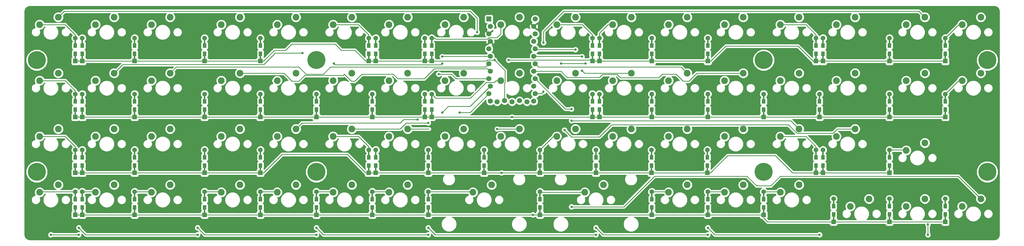
<source format=gbr>
G04 #@! TF.GenerationSoftware,KiCad,Pcbnew,(6.0.0-rc1-dev-577-ge0316af69)*
G04 #@! TF.CreationDate,2019-05-23T22:03:44-05:00*
G04 #@! TF.ProjectId,OrthonautSouthpaw,4F7274686F6E617574536F7574687061,v1*
G04 #@! TF.SameCoordinates,Original*
G04 #@! TF.FileFunction,Copper,L1,Top,Signal*
G04 #@! TF.FilePolarity,Positive*
%FSLAX46Y46*%
G04 Gerber Fmt 4.6, Leading zero omitted, Abs format (unit mm)*
G04 Created by KiCad (PCBNEW (6.0.0-rc1-dev-577-ge0316af69)) date 05/23/19 22:03:44*
%MOMM*%
%LPD*%
G01*
G04 APERTURE LIST*
G04 #@! TA.AperFunction,ComponentPad*
%ADD10C,2.286000*%
G04 #@! TD*
G04 #@! TA.AperFunction,Conductor*
%ADD11R,0.500000X2.900000*%
G04 #@! TD*
G04 #@! TA.AperFunction,SMDPad,CuDef*
%ADD12R,1.200000X1.600000*%
G04 #@! TD*
G04 #@! TA.AperFunction,ComponentPad*
%ADD13C,1.600000*%
G04 #@! TD*
G04 #@! TA.AperFunction,ComponentPad*
%ADD14R,1.600000X1.600000*%
G04 #@! TD*
G04 #@! TA.AperFunction,ComponentPad*
%ADD15C,6.100000*%
G04 #@! TD*
G04 #@! TA.AperFunction,ComponentPad*
%ADD16R,1.752600X1.752600*%
G04 #@! TD*
G04 #@! TA.AperFunction,ComponentPad*
%ADD17C,1.752600*%
G04 #@! TD*
G04 #@! TA.AperFunction,ViaPad*
%ADD18C,0.800000*%
G04 #@! TD*
G04 #@! TA.AperFunction,Conductor*
%ADD19C,0.250000*%
G04 #@! TD*
G04 #@! TA.AperFunction,Conductor*
%ADD20C,0.254000*%
G04 #@! TD*
G04 APERTURE END LIST*
D10*
G04 #@! TO.P,K6,2*
G04 #@! TO.N,Net-(D6-Pad2)*
X65065000Y-44960000D03*
G04 #@! TO.P,K6,1*
G04 #@! TO.N,/col1*
X71415000Y-42420000D03*
G04 #@! TD*
G04 #@! TO.P,K58,1*
G04 #@! TO.N,/col14*
X327915000Y-85170000D03*
G04 #@! TO.P,K58,2*
G04 #@! TO.N,Net-(D58-Pad2)*
X321565000Y-87710000D03*
G04 #@! TD*
D11*
G04 #@! TO.N,Net-(D1-Pad2)*
G04 #@! TO.C,D1*
X58187500Y-31937500D03*
D12*
G04 #@! TD*
G04 #@! TO.P,D1,2*
G04 #@! TO.N,Net-(D1-Pad2)*
X58187500Y-33037500D03*
G04 #@! TO.P,D1,1*
G04 #@! TO.N,/row0*
X58187500Y-35837500D03*
D11*
G04 #@! TD*
G04 #@! TO.N,/row0*
G04 #@! TO.C,D1*
X58187500Y-36937500D03*
D13*
G04 #@! TO.P,D1,2*
G04 #@! TO.N,Net-(D1-Pad2)*
X58187500Y-30537500D03*
D14*
G04 #@! TO.P,D1,1*
G04 #@! TO.N,/row0*
X58187500Y-38337500D03*
G04 #@! TD*
D11*
G04 #@! TO.N,Net-(D2-Pad2)*
G04 #@! TO.C,D2*
X58187500Y-50937500D03*
D12*
G04 #@! TD*
G04 #@! TO.P,D2,2*
G04 #@! TO.N,Net-(D2-Pad2)*
X58187500Y-52037500D03*
G04 #@! TO.P,D2,1*
G04 #@! TO.N,/row1*
X58187500Y-54837500D03*
D11*
G04 #@! TD*
G04 #@! TO.N,/row1*
G04 #@! TO.C,D2*
X58187500Y-55937500D03*
D13*
G04 #@! TO.P,D2,2*
G04 #@! TO.N,Net-(D2-Pad2)*
X58187500Y-49537500D03*
D14*
G04 #@! TO.P,D2,1*
G04 #@! TO.N,/row1*
X58187500Y-57337500D03*
G04 #@! TD*
D11*
G04 #@! TO.N,Net-(D3-Pad2)*
G04 #@! TO.C,D3*
X58187500Y-69937500D03*
D12*
G04 #@! TD*
G04 #@! TO.P,D3,2*
G04 #@! TO.N,Net-(D3-Pad2)*
X58187500Y-71037500D03*
G04 #@! TO.P,D3,1*
G04 #@! TO.N,/row2*
X58187500Y-73837500D03*
D11*
G04 #@! TD*
G04 #@! TO.N,/row2*
G04 #@! TO.C,D3*
X58187500Y-74937500D03*
D13*
G04 #@! TO.P,D3,2*
G04 #@! TO.N,Net-(D3-Pad2)*
X58187500Y-68537500D03*
D14*
G04 #@! TO.P,D3,1*
G04 #@! TO.N,/row2*
X58187500Y-76337500D03*
G04 #@! TD*
D11*
G04 #@! TO.N,Net-(D5-Pad2)*
G04 #@! TO.C,D5*
X60562500Y-31937500D03*
D12*
G04 #@! TD*
G04 #@! TO.P,D5,2*
G04 #@! TO.N,Net-(D5-Pad2)*
X60562500Y-33037500D03*
G04 #@! TO.P,D5,1*
G04 #@! TO.N,/row0*
X60562500Y-35837500D03*
D11*
G04 #@! TD*
G04 #@! TO.N,/row0*
G04 #@! TO.C,D5*
X60562500Y-36937500D03*
D13*
G04 #@! TO.P,D5,2*
G04 #@! TO.N,Net-(D5-Pad2)*
X60562500Y-30537500D03*
D14*
G04 #@! TO.P,D5,1*
G04 #@! TO.N,/row0*
X60562500Y-38337500D03*
G04 #@! TD*
D11*
G04 #@! TO.N,Net-(D6-Pad2)*
G04 #@! TO.C,D6*
X60562500Y-50937500D03*
D12*
G04 #@! TD*
G04 #@! TO.P,D6,2*
G04 #@! TO.N,Net-(D6-Pad2)*
X60562500Y-52037500D03*
G04 #@! TO.P,D6,1*
G04 #@! TO.N,/row1*
X60562500Y-54837500D03*
D11*
G04 #@! TD*
G04 #@! TO.N,/row1*
G04 #@! TO.C,D6*
X60562500Y-55937500D03*
D13*
G04 #@! TO.P,D6,2*
G04 #@! TO.N,Net-(D6-Pad2)*
X60562500Y-49537500D03*
D14*
G04 #@! TO.P,D6,1*
G04 #@! TO.N,/row1*
X60562500Y-57337500D03*
G04 #@! TD*
D11*
G04 #@! TO.N,Net-(D7-Pad2)*
G04 #@! TO.C,D7*
X60562500Y-69937500D03*
D12*
G04 #@! TD*
G04 #@! TO.P,D7,2*
G04 #@! TO.N,Net-(D7-Pad2)*
X60562500Y-71037500D03*
G04 #@! TO.P,D7,1*
G04 #@! TO.N,/row2*
X60562500Y-73837500D03*
D11*
G04 #@! TD*
G04 #@! TO.N,/row2*
G04 #@! TO.C,D7*
X60562500Y-74937500D03*
D13*
G04 #@! TO.P,D7,2*
G04 #@! TO.N,Net-(D7-Pad2)*
X60562500Y-68537500D03*
D14*
G04 #@! TO.P,D7,1*
G04 #@! TO.N,/row2*
X60562500Y-76337500D03*
G04 #@! TD*
D11*
G04 #@! TO.N,Net-(D8-Pad2)*
G04 #@! TO.C,D8*
X60562500Y-84187500D03*
D12*
G04 #@! TD*
G04 #@! TO.P,D8,2*
G04 #@! TO.N,Net-(D8-Pad2)*
X60562500Y-85287500D03*
G04 #@! TO.P,D8,1*
G04 #@! TO.N,/row3*
X60562500Y-88087500D03*
D11*
G04 #@! TD*
G04 #@! TO.N,/row3*
G04 #@! TO.C,D8*
X60562500Y-89187500D03*
D13*
G04 #@! TO.P,D8,2*
G04 #@! TO.N,Net-(D8-Pad2)*
X60562500Y-82787500D03*
D14*
G04 #@! TO.P,D8,1*
G04 #@! TO.N,/row3*
X60562500Y-90587500D03*
G04 #@! TD*
D11*
G04 #@! TO.N,Net-(D9-Pad2)*
G04 #@! TO.C,D9*
X78375000Y-31937500D03*
D12*
G04 #@! TD*
G04 #@! TO.P,D9,2*
G04 #@! TO.N,Net-(D9-Pad2)*
X78375000Y-33037500D03*
G04 #@! TO.P,D9,1*
G04 #@! TO.N,/row0*
X78375000Y-35837500D03*
D11*
G04 #@! TD*
G04 #@! TO.N,/row0*
G04 #@! TO.C,D9*
X78375000Y-36937500D03*
D13*
G04 #@! TO.P,D9,2*
G04 #@! TO.N,Net-(D9-Pad2)*
X78375000Y-30537500D03*
D14*
G04 #@! TO.P,D9,1*
G04 #@! TO.N,/row0*
X78375000Y-38337500D03*
G04 #@! TD*
D11*
G04 #@! TO.N,Net-(D10-Pad2)*
G04 #@! TO.C,D10*
X78375000Y-50937500D03*
D12*
G04 #@! TD*
G04 #@! TO.P,D10,2*
G04 #@! TO.N,Net-(D10-Pad2)*
X78375000Y-52037500D03*
G04 #@! TO.P,D10,1*
G04 #@! TO.N,/row1*
X78375000Y-54837500D03*
D11*
G04 #@! TD*
G04 #@! TO.N,/row1*
G04 #@! TO.C,D10*
X78375000Y-55937500D03*
D13*
G04 #@! TO.P,D10,2*
G04 #@! TO.N,Net-(D10-Pad2)*
X78375000Y-49537500D03*
D14*
G04 #@! TO.P,D10,1*
G04 #@! TO.N,/row1*
X78375000Y-57337500D03*
G04 #@! TD*
D11*
G04 #@! TO.N,Net-(D11-Pad2)*
G04 #@! TO.C,D11*
X78375000Y-69937500D03*
D12*
G04 #@! TD*
G04 #@! TO.P,D11,2*
G04 #@! TO.N,Net-(D11-Pad2)*
X78375000Y-71037500D03*
G04 #@! TO.P,D11,1*
G04 #@! TO.N,/row2*
X78375000Y-73837500D03*
D11*
G04 #@! TD*
G04 #@! TO.N,/row2*
G04 #@! TO.C,D11*
X78375000Y-74937500D03*
D13*
G04 #@! TO.P,D11,2*
G04 #@! TO.N,Net-(D11-Pad2)*
X78375000Y-68537500D03*
D14*
G04 #@! TO.P,D11,1*
G04 #@! TO.N,/row2*
X78375000Y-76337500D03*
G04 #@! TD*
D11*
G04 #@! TO.N,Net-(D12-Pad2)*
G04 #@! TO.C,D12*
X78375000Y-84187500D03*
D12*
G04 #@! TD*
G04 #@! TO.P,D12,2*
G04 #@! TO.N,Net-(D12-Pad2)*
X78375000Y-85287500D03*
G04 #@! TO.P,D12,1*
G04 #@! TO.N,/row3*
X78375000Y-88087500D03*
D11*
G04 #@! TD*
G04 #@! TO.N,/row3*
G04 #@! TO.C,D12*
X78375000Y-89187500D03*
D13*
G04 #@! TO.P,D12,2*
G04 #@! TO.N,Net-(D12-Pad2)*
X78375000Y-82787500D03*
D14*
G04 #@! TO.P,D12,1*
G04 #@! TO.N,/row3*
X78375000Y-90587500D03*
G04 #@! TD*
G04 #@! TO.P,D13,1*
G04 #@! TO.N,/row0*
X102125000Y-38337500D03*
D13*
G04 #@! TO.P,D13,2*
G04 #@! TO.N,Net-(D13-Pad2)*
X102125000Y-30537500D03*
D11*
G04 #@! TD*
G04 #@! TO.N,/row0*
G04 #@! TO.C,D13*
X102125000Y-36937500D03*
D12*
G04 #@! TO.P,D13,1*
G04 #@! TO.N,/row0*
X102125000Y-35837500D03*
G04 #@! TO.P,D13,2*
G04 #@! TO.N,Net-(D13-Pad2)*
X102125000Y-33037500D03*
D11*
G04 #@! TD*
G04 #@! TO.N,Net-(D13-Pad2)*
G04 #@! TO.C,D13*
X102125000Y-31937500D03*
D14*
G04 #@! TO.P,D14,1*
G04 #@! TO.N,/row1*
X102125000Y-57337500D03*
D13*
G04 #@! TO.P,D14,2*
G04 #@! TO.N,Net-(D14-Pad2)*
X102125000Y-49537500D03*
D11*
G04 #@! TD*
G04 #@! TO.N,/row1*
G04 #@! TO.C,D14*
X102125000Y-55937500D03*
D12*
G04 #@! TO.P,D14,1*
G04 #@! TO.N,/row1*
X102125000Y-54837500D03*
G04 #@! TO.P,D14,2*
G04 #@! TO.N,Net-(D14-Pad2)*
X102125000Y-52037500D03*
D11*
G04 #@! TD*
G04 #@! TO.N,Net-(D14-Pad2)*
G04 #@! TO.C,D14*
X102125000Y-50937500D03*
D14*
G04 #@! TO.P,D15,1*
G04 #@! TO.N,/row2*
X102125000Y-76337500D03*
D13*
G04 #@! TO.P,D15,2*
G04 #@! TO.N,Net-(D15-Pad2)*
X102125000Y-68537500D03*
D11*
G04 #@! TD*
G04 #@! TO.N,/row2*
G04 #@! TO.C,D15*
X102125000Y-74937500D03*
D12*
G04 #@! TO.P,D15,1*
G04 #@! TO.N,/row2*
X102125000Y-73837500D03*
G04 #@! TO.P,D15,2*
G04 #@! TO.N,Net-(D15-Pad2)*
X102125000Y-71037500D03*
D11*
G04 #@! TD*
G04 #@! TO.N,Net-(D15-Pad2)*
G04 #@! TO.C,D15*
X102125000Y-69937500D03*
D14*
G04 #@! TO.P,D16,1*
G04 #@! TO.N,/row3*
X102125000Y-90587500D03*
D13*
G04 #@! TO.P,D16,2*
G04 #@! TO.N,Net-(D16-Pad2)*
X102125000Y-82787500D03*
D11*
G04 #@! TD*
G04 #@! TO.N,/row3*
G04 #@! TO.C,D16*
X102125000Y-89187500D03*
D12*
G04 #@! TO.P,D16,1*
G04 #@! TO.N,/row3*
X102125000Y-88087500D03*
G04 #@! TO.P,D16,2*
G04 #@! TO.N,Net-(D16-Pad2)*
X102125000Y-85287500D03*
D11*
G04 #@! TD*
G04 #@! TO.N,Net-(D16-Pad2)*
G04 #@! TO.C,D16*
X102125000Y-84187500D03*
D14*
G04 #@! TO.P,D17,1*
G04 #@! TO.N,/row0*
X121125000Y-38337500D03*
D13*
G04 #@! TO.P,D17,2*
G04 #@! TO.N,Net-(D17-Pad2)*
X121125000Y-30537500D03*
D11*
G04 #@! TD*
G04 #@! TO.N,/row0*
G04 #@! TO.C,D17*
X121125000Y-36937500D03*
D12*
G04 #@! TO.P,D17,1*
G04 #@! TO.N,/row0*
X121125000Y-35837500D03*
G04 #@! TO.P,D17,2*
G04 #@! TO.N,Net-(D17-Pad2)*
X121125000Y-33037500D03*
D11*
G04 #@! TD*
G04 #@! TO.N,Net-(D17-Pad2)*
G04 #@! TO.C,D17*
X121125000Y-31937500D03*
D14*
G04 #@! TO.P,D18,1*
G04 #@! TO.N,/row1*
X121125000Y-57337500D03*
D13*
G04 #@! TO.P,D18,2*
G04 #@! TO.N,Net-(D18-Pad2)*
X121125000Y-49537500D03*
D11*
G04 #@! TD*
G04 #@! TO.N,/row1*
G04 #@! TO.C,D18*
X121125000Y-55937500D03*
D12*
G04 #@! TO.P,D18,1*
G04 #@! TO.N,/row1*
X121125000Y-54837500D03*
G04 #@! TO.P,D18,2*
G04 #@! TO.N,Net-(D18-Pad2)*
X121125000Y-52037500D03*
D11*
G04 #@! TD*
G04 #@! TO.N,Net-(D18-Pad2)*
G04 #@! TO.C,D18*
X121125000Y-50937500D03*
D14*
G04 #@! TO.P,D19,1*
G04 #@! TO.N,/row2*
X121125000Y-76337500D03*
D13*
G04 #@! TO.P,D19,2*
G04 #@! TO.N,Net-(D19-Pad2)*
X121125000Y-68537500D03*
D11*
G04 #@! TD*
G04 #@! TO.N,/row2*
G04 #@! TO.C,D19*
X121125000Y-74937500D03*
D12*
G04 #@! TO.P,D19,1*
G04 #@! TO.N,/row2*
X121125000Y-73837500D03*
G04 #@! TO.P,D19,2*
G04 #@! TO.N,Net-(D19-Pad2)*
X121125000Y-71037500D03*
D11*
G04 #@! TD*
G04 #@! TO.N,Net-(D19-Pad2)*
G04 #@! TO.C,D19*
X121125000Y-69937500D03*
D14*
G04 #@! TO.P,D20,1*
G04 #@! TO.N,/row3*
X121125000Y-90587500D03*
D13*
G04 #@! TO.P,D20,2*
G04 #@! TO.N,Net-(D20-Pad2)*
X121125000Y-82787500D03*
D11*
G04 #@! TD*
G04 #@! TO.N,/row3*
G04 #@! TO.C,D20*
X121125000Y-89187500D03*
D12*
G04 #@! TO.P,D20,1*
G04 #@! TO.N,/row3*
X121125000Y-88087500D03*
G04 #@! TO.P,D20,2*
G04 #@! TO.N,Net-(D20-Pad2)*
X121125000Y-85287500D03*
D11*
G04 #@! TD*
G04 #@! TO.N,Net-(D20-Pad2)*
G04 #@! TO.C,D20*
X121125000Y-84187500D03*
D14*
G04 #@! TO.P,D21,1*
G04 #@! TO.N,/row0*
X157937500Y-38337500D03*
D13*
G04 #@! TO.P,D21,2*
G04 #@! TO.N,Net-(D21-Pad2)*
X157937500Y-30537500D03*
D11*
G04 #@! TD*
G04 #@! TO.N,/row0*
G04 #@! TO.C,D21*
X157937500Y-36937500D03*
D12*
G04 #@! TO.P,D21,1*
G04 #@! TO.N,/row0*
X157937500Y-35837500D03*
G04 #@! TO.P,D21,2*
G04 #@! TO.N,Net-(D21-Pad2)*
X157937500Y-33037500D03*
D11*
G04 #@! TD*
G04 #@! TO.N,Net-(D21-Pad2)*
G04 #@! TO.C,D21*
X157937500Y-31937500D03*
D14*
G04 #@! TO.P,D22,1*
G04 #@! TO.N,/row1*
X140125000Y-57337500D03*
D13*
G04 #@! TO.P,D22,2*
G04 #@! TO.N,Net-(D22-Pad2)*
X140125000Y-49537500D03*
D11*
G04 #@! TD*
G04 #@! TO.N,/row1*
G04 #@! TO.C,D22*
X140125000Y-55937500D03*
D12*
G04 #@! TO.P,D22,1*
G04 #@! TO.N,/row1*
X140125000Y-54837500D03*
G04 #@! TO.P,D22,2*
G04 #@! TO.N,Net-(D22-Pad2)*
X140125000Y-52037500D03*
D11*
G04 #@! TD*
G04 #@! TO.N,Net-(D22-Pad2)*
G04 #@! TO.C,D22*
X140125000Y-50937500D03*
D14*
G04 #@! TO.P,D23,1*
G04 #@! TO.N,/row2*
X157937500Y-76337500D03*
D13*
G04 #@! TO.P,D23,2*
G04 #@! TO.N,Net-(D23-Pad2)*
X157937500Y-68537500D03*
D11*
G04 #@! TD*
G04 #@! TO.N,/row2*
G04 #@! TO.C,D23*
X157937500Y-74937500D03*
D12*
G04 #@! TO.P,D23,1*
G04 #@! TO.N,/row2*
X157937500Y-73837500D03*
G04 #@! TO.P,D23,2*
G04 #@! TO.N,Net-(D23-Pad2)*
X157937500Y-71037500D03*
D11*
G04 #@! TD*
G04 #@! TO.N,Net-(D23-Pad2)*
G04 #@! TO.C,D23*
X157937500Y-69937500D03*
D14*
G04 #@! TO.P,D24,1*
G04 #@! TO.N,/row3*
X140125000Y-90587500D03*
D13*
G04 #@! TO.P,D24,2*
G04 #@! TO.N,Net-(D24-Pad2)*
X140125000Y-82787500D03*
D11*
G04 #@! TD*
G04 #@! TO.N,/row3*
G04 #@! TO.C,D24*
X140125000Y-89187500D03*
D12*
G04 #@! TO.P,D24,1*
G04 #@! TO.N,/row3*
X140125000Y-88087500D03*
G04 #@! TO.P,D24,2*
G04 #@! TO.N,Net-(D24-Pad2)*
X140125000Y-85287500D03*
D11*
G04 #@! TD*
G04 #@! TO.N,Net-(D24-Pad2)*
G04 #@! TO.C,D24*
X140125000Y-84187500D03*
D14*
G04 #@! TO.P,D25,1*
G04 #@! TO.N,/row0*
X160312500Y-38337500D03*
D13*
G04 #@! TO.P,D25,2*
G04 #@! TO.N,Net-(D25-Pad2)*
X160312500Y-30537500D03*
D11*
G04 #@! TD*
G04 #@! TO.N,/row0*
G04 #@! TO.C,D25*
X160312500Y-36937500D03*
D12*
G04 #@! TO.P,D25,1*
G04 #@! TO.N,/row0*
X160312500Y-35837500D03*
G04 #@! TO.P,D25,2*
G04 #@! TO.N,Net-(D25-Pad2)*
X160312500Y-33037500D03*
D11*
G04 #@! TD*
G04 #@! TO.N,Net-(D25-Pad2)*
G04 #@! TO.C,D25*
X160312500Y-31937500D03*
D14*
G04 #@! TO.P,D26,1*
G04 #@! TO.N,/row1*
X159125000Y-57337500D03*
D13*
G04 #@! TO.P,D26,2*
G04 #@! TO.N,Net-(D26-Pad2)*
X159125000Y-49537500D03*
D11*
G04 #@! TD*
G04 #@! TO.N,/row1*
G04 #@! TO.C,D26*
X159125000Y-55937500D03*
D12*
G04 #@! TO.P,D26,1*
G04 #@! TO.N,/row1*
X159125000Y-54837500D03*
G04 #@! TO.P,D26,2*
G04 #@! TO.N,Net-(D26-Pad2)*
X159125000Y-52037500D03*
D11*
G04 #@! TD*
G04 #@! TO.N,Net-(D26-Pad2)*
G04 #@! TO.C,D26*
X159125000Y-50937500D03*
D14*
G04 #@! TO.P,D27,1*
G04 #@! TO.N,/row2*
X160312500Y-76337500D03*
D13*
G04 #@! TO.P,D27,2*
G04 #@! TO.N,Net-(D27-Pad2)*
X160312500Y-68537500D03*
D11*
G04 #@! TD*
G04 #@! TO.N,/row2*
G04 #@! TO.C,D27*
X160312500Y-74937500D03*
D12*
G04 #@! TO.P,D27,1*
G04 #@! TO.N,/row2*
X160312500Y-73837500D03*
G04 #@! TO.P,D27,2*
G04 #@! TO.N,Net-(D27-Pad2)*
X160312500Y-71037500D03*
D11*
G04 #@! TD*
G04 #@! TO.N,Net-(D27-Pad2)*
G04 #@! TO.C,D27*
X160312500Y-69937500D03*
D14*
G04 #@! TO.P,D28,1*
G04 #@! TO.N,/row3*
X159125000Y-90587500D03*
D13*
G04 #@! TO.P,D28,2*
G04 #@! TO.N,Net-(D28-Pad2)*
X159125000Y-82787500D03*
D11*
G04 #@! TD*
G04 #@! TO.N,/row3*
G04 #@! TO.C,D28*
X159125000Y-89187500D03*
D12*
G04 #@! TO.P,D28,1*
G04 #@! TO.N,/row3*
X159125000Y-88087500D03*
G04 #@! TO.P,D28,2*
G04 #@! TO.N,Net-(D28-Pad2)*
X159125000Y-85287500D03*
D11*
G04 #@! TD*
G04 #@! TO.N,Net-(D28-Pad2)*
G04 #@! TO.C,D28*
X159125000Y-84187500D03*
D14*
G04 #@! TO.P,D29,1*
G04 #@! TO.N,/row0*
X176937500Y-38337500D03*
D13*
G04 #@! TO.P,D29,2*
G04 #@! TO.N,Net-(D29-Pad2)*
X176937500Y-30537500D03*
D11*
G04 #@! TD*
G04 #@! TO.N,/row0*
G04 #@! TO.C,D29*
X176937500Y-36937500D03*
D12*
G04 #@! TO.P,D29,1*
G04 #@! TO.N,/row0*
X176937500Y-35837500D03*
G04 #@! TO.P,D29,2*
G04 #@! TO.N,Net-(D29-Pad2)*
X176937500Y-33037500D03*
D11*
G04 #@! TD*
G04 #@! TO.N,Net-(D29-Pad2)*
G04 #@! TO.C,D29*
X176937500Y-31937500D03*
D14*
G04 #@! TO.P,D30,1*
G04 #@! TO.N,/row1*
X176937500Y-57337500D03*
D13*
G04 #@! TO.P,D30,2*
G04 #@! TO.N,Net-(D30-Pad2)*
X176937500Y-49537500D03*
D11*
G04 #@! TD*
G04 #@! TO.N,/row1*
G04 #@! TO.C,D30*
X176937500Y-55937500D03*
D12*
G04 #@! TO.P,D30,1*
G04 #@! TO.N,/row1*
X176937500Y-54837500D03*
G04 #@! TO.P,D30,2*
G04 #@! TO.N,Net-(D30-Pad2)*
X176937500Y-52037500D03*
D11*
G04 #@! TD*
G04 #@! TO.N,Net-(D30-Pad2)*
G04 #@! TO.C,D30*
X176937500Y-50937500D03*
D14*
G04 #@! TO.P,D31,1*
G04 #@! TO.N,/row2*
X178125000Y-76337500D03*
D13*
G04 #@! TO.P,D31,2*
G04 #@! TO.N,Net-(D31-Pad2)*
X178125000Y-68537500D03*
D11*
G04 #@! TD*
G04 #@! TO.N,/row2*
G04 #@! TO.C,D31*
X178125000Y-74937500D03*
D12*
G04 #@! TO.P,D31,1*
G04 #@! TO.N,/row2*
X178125000Y-73837500D03*
G04 #@! TO.P,D31,2*
G04 #@! TO.N,Net-(D31-Pad2)*
X178125000Y-71037500D03*
D11*
G04 #@! TD*
G04 #@! TO.N,Net-(D31-Pad2)*
G04 #@! TO.C,D31*
X178125000Y-69937500D03*
D14*
G04 #@! TO.P,D32,1*
G04 #@! TO.N,/row3*
X178125000Y-90587500D03*
D13*
G04 #@! TO.P,D32,2*
G04 #@! TO.N,Net-(D32-Pad2)*
X178125000Y-82787500D03*
D11*
G04 #@! TD*
G04 #@! TO.N,/row3*
G04 #@! TO.C,D32*
X178125000Y-89187500D03*
D12*
G04 #@! TO.P,D32,1*
G04 #@! TO.N,/row3*
X178125000Y-88087500D03*
G04 #@! TO.P,D32,2*
G04 #@! TO.N,Net-(D32-Pad2)*
X178125000Y-85287500D03*
D11*
G04 #@! TD*
G04 #@! TO.N,Net-(D32-Pad2)*
G04 #@! TO.C,D32*
X178125000Y-84187500D03*
D14*
G04 #@! TO.P,D33,1*
G04 #@! TO.N,/row0*
X179312500Y-38337500D03*
D13*
G04 #@! TO.P,D33,2*
G04 #@! TO.N,Net-(D33-Pad2)*
X179312500Y-30537500D03*
D11*
G04 #@! TD*
G04 #@! TO.N,/row0*
G04 #@! TO.C,D33*
X179312500Y-36937500D03*
D12*
G04 #@! TO.P,D33,1*
G04 #@! TO.N,/row0*
X179312500Y-35837500D03*
G04 #@! TO.P,D33,2*
G04 #@! TO.N,Net-(D33-Pad2)*
X179312500Y-33037500D03*
D11*
G04 #@! TD*
G04 #@! TO.N,Net-(D33-Pad2)*
G04 #@! TO.C,D33*
X179312500Y-31937500D03*
D14*
G04 #@! TO.P,D34,1*
G04 #@! TO.N,/row1*
X179312500Y-57337500D03*
D13*
G04 #@! TO.P,D34,2*
G04 #@! TO.N,Net-(D34-Pad2)*
X179312500Y-49537500D03*
D11*
G04 #@! TD*
G04 #@! TO.N,/row1*
G04 #@! TO.C,D34*
X179312500Y-55937500D03*
D12*
G04 #@! TO.P,D34,1*
G04 #@! TO.N,/row1*
X179312500Y-54837500D03*
G04 #@! TO.P,D34,2*
G04 #@! TO.N,Net-(D34-Pad2)*
X179312500Y-52037500D03*
D11*
G04 #@! TD*
G04 #@! TO.N,Net-(D34-Pad2)*
G04 #@! TO.C,D34*
X179312500Y-50937500D03*
D14*
G04 #@! TO.P,D35,1*
G04 #@! TO.N,/row2*
X197125000Y-76337500D03*
D13*
G04 #@! TO.P,D35,2*
G04 #@! TO.N,Net-(D35-Pad2)*
X197125000Y-68537500D03*
D11*
G04 #@! TD*
G04 #@! TO.N,/row2*
G04 #@! TO.C,D35*
X197125000Y-74937500D03*
D12*
G04 #@! TO.P,D35,1*
G04 #@! TO.N,/row2*
X197125000Y-73837500D03*
G04 #@! TO.P,D35,2*
G04 #@! TO.N,Net-(D35-Pad2)*
X197125000Y-71037500D03*
D11*
G04 #@! TD*
G04 #@! TO.N,Net-(D35-Pad2)*
G04 #@! TO.C,D35*
X197125000Y-69937500D03*
D14*
G04 #@! TO.P,D36,1*
G04 #@! TO.N,/row0*
X233937500Y-38337500D03*
D13*
G04 #@! TO.P,D36,2*
G04 #@! TO.N,Net-(D36-Pad2)*
X233937500Y-30537500D03*
D11*
G04 #@! TD*
G04 #@! TO.N,/row0*
G04 #@! TO.C,D36*
X233937500Y-36937500D03*
D12*
G04 #@! TO.P,D36,1*
G04 #@! TO.N,/row0*
X233937500Y-35837500D03*
G04 #@! TO.P,D36,2*
G04 #@! TO.N,Net-(D36-Pad2)*
X233937500Y-33037500D03*
D11*
G04 #@! TD*
G04 #@! TO.N,Net-(D36-Pad2)*
G04 #@! TO.C,D36*
X233937500Y-31937500D03*
D14*
G04 #@! TO.P,D37,1*
G04 #@! TO.N,/row1*
X233937500Y-57337500D03*
D13*
G04 #@! TO.P,D37,2*
G04 #@! TO.N,Net-(D37-Pad2)*
X233937500Y-49537500D03*
D11*
G04 #@! TD*
G04 #@! TO.N,/row1*
G04 #@! TO.C,D37*
X233937500Y-55937500D03*
D12*
G04 #@! TO.P,D37,1*
G04 #@! TO.N,/row1*
X233937500Y-54837500D03*
G04 #@! TO.P,D37,2*
G04 #@! TO.N,Net-(D37-Pad2)*
X233937500Y-52037500D03*
D11*
G04 #@! TD*
G04 #@! TO.N,Net-(D37-Pad2)*
G04 #@! TO.C,D37*
X233937500Y-50937500D03*
D14*
G04 #@! TO.P,D38,1*
G04 #@! TO.N,/row2*
X216125000Y-76337500D03*
D13*
G04 #@! TO.P,D38,2*
G04 #@! TO.N,Net-(D38-Pad2)*
X216125000Y-68537500D03*
D11*
G04 #@! TD*
G04 #@! TO.N,/row2*
G04 #@! TO.C,D38*
X216125000Y-74937500D03*
D12*
G04 #@! TO.P,D38,1*
G04 #@! TO.N,/row2*
X216125000Y-73837500D03*
G04 #@! TO.P,D38,2*
G04 #@! TO.N,Net-(D38-Pad2)*
X216125000Y-71037500D03*
D11*
G04 #@! TD*
G04 #@! TO.N,Net-(D38-Pad2)*
G04 #@! TO.C,D38*
X216125000Y-69937500D03*
D14*
G04 #@! TO.P,D39,1*
G04 #@! TO.N,/row0*
X236312500Y-38337500D03*
D13*
G04 #@! TO.P,D39,2*
G04 #@! TO.N,Net-(D39-Pad2)*
X236312500Y-30537500D03*
D11*
G04 #@! TD*
G04 #@! TO.N,/row0*
G04 #@! TO.C,D39*
X236312500Y-36937500D03*
D12*
G04 #@! TO.P,D39,1*
G04 #@! TO.N,/row0*
X236312500Y-35837500D03*
G04 #@! TO.P,D39,2*
G04 #@! TO.N,Net-(D39-Pad2)*
X236312500Y-33037500D03*
D11*
G04 #@! TD*
G04 #@! TO.N,Net-(D39-Pad2)*
G04 #@! TO.C,D39*
X236312500Y-31937500D03*
D14*
G04 #@! TO.P,D40,1*
G04 #@! TO.N,/row1*
X236312500Y-57337500D03*
D13*
G04 #@! TO.P,D40,2*
G04 #@! TO.N,Net-(D40-Pad2)*
X236312500Y-49537500D03*
D11*
G04 #@! TD*
G04 #@! TO.N,/row1*
G04 #@! TO.C,D40*
X236312500Y-55937500D03*
D12*
G04 #@! TO.P,D40,1*
G04 #@! TO.N,/row1*
X236312500Y-54837500D03*
G04 #@! TO.P,D40,2*
G04 #@! TO.N,Net-(D40-Pad2)*
X236312500Y-52037500D03*
D11*
G04 #@! TD*
G04 #@! TO.N,Net-(D40-Pad2)*
G04 #@! TO.C,D40*
X236312500Y-50937500D03*
D14*
G04 #@! TO.P,D41,1*
G04 #@! TO.N,/row2*
X235125000Y-76337500D03*
D13*
G04 #@! TO.P,D41,2*
G04 #@! TO.N,Net-(D41-Pad2)*
X235125000Y-68537500D03*
D11*
G04 #@! TD*
G04 #@! TO.N,/row2*
G04 #@! TO.C,D41*
X235125000Y-74937500D03*
D12*
G04 #@! TO.P,D41,1*
G04 #@! TO.N,/row2*
X235125000Y-73837500D03*
G04 #@! TO.P,D41,2*
G04 #@! TO.N,Net-(D41-Pad2)*
X235125000Y-71037500D03*
D11*
G04 #@! TD*
G04 #@! TO.N,Net-(D41-Pad2)*
G04 #@! TO.C,D41*
X235125000Y-69937500D03*
D14*
G04 #@! TO.P,D42,1*
G04 #@! TO.N,/row3*
X216125000Y-90587500D03*
D13*
G04 #@! TO.P,D42,2*
G04 #@! TO.N,Net-(D42-Pad2)*
X216125000Y-82787500D03*
D11*
G04 #@! TD*
G04 #@! TO.N,/row3*
G04 #@! TO.C,D42*
X216125000Y-89187500D03*
D12*
G04 #@! TO.P,D42,1*
G04 #@! TO.N,/row3*
X216125000Y-88087500D03*
G04 #@! TO.P,D42,2*
G04 #@! TO.N,Net-(D42-Pad2)*
X216125000Y-85287500D03*
D11*
G04 #@! TD*
G04 #@! TO.N,Net-(D42-Pad2)*
G04 #@! TO.C,D42*
X216125000Y-84187500D03*
D14*
G04 #@! TO.P,D43,1*
G04 #@! TO.N,/row0*
X254125000Y-38337500D03*
D13*
G04 #@! TO.P,D43,2*
G04 #@! TO.N,Net-(D43-Pad2)*
X254125000Y-30537500D03*
D11*
G04 #@! TD*
G04 #@! TO.N,/row0*
G04 #@! TO.C,D43*
X254125000Y-36937500D03*
D12*
G04 #@! TO.P,D43,1*
G04 #@! TO.N,/row0*
X254125000Y-35837500D03*
G04 #@! TO.P,D43,2*
G04 #@! TO.N,Net-(D43-Pad2)*
X254125000Y-33037500D03*
D11*
G04 #@! TD*
G04 #@! TO.N,Net-(D43-Pad2)*
G04 #@! TO.C,D43*
X254125000Y-31937500D03*
D14*
G04 #@! TO.P,D44,1*
G04 #@! TO.N,/row1*
X254125000Y-57337500D03*
D13*
G04 #@! TO.P,D44,2*
G04 #@! TO.N,Net-(D44-Pad2)*
X254125000Y-49537500D03*
D11*
G04 #@! TD*
G04 #@! TO.N,/row1*
G04 #@! TO.C,D44*
X254125000Y-55937500D03*
D12*
G04 #@! TO.P,D44,1*
G04 #@! TO.N,/row1*
X254125000Y-54837500D03*
G04 #@! TO.P,D44,2*
G04 #@! TO.N,Net-(D44-Pad2)*
X254125000Y-52037500D03*
D11*
G04 #@! TD*
G04 #@! TO.N,Net-(D44-Pad2)*
G04 #@! TO.C,D44*
X254125000Y-50937500D03*
G04 #@! TO.N,Net-(D45-Pad2)*
G04 #@! TO.C,D45*
X254000000Y-69937500D03*
D12*
G04 #@! TD*
G04 #@! TO.P,D45,2*
G04 #@! TO.N,Net-(D45-Pad2)*
X254000000Y-71037500D03*
G04 #@! TO.P,D45,1*
G04 #@! TO.N,/row2*
X254000000Y-73837500D03*
D11*
G04 #@! TD*
G04 #@! TO.N,/row2*
G04 #@! TO.C,D45*
X254000000Y-74937500D03*
D13*
G04 #@! TO.P,D45,2*
G04 #@! TO.N,Net-(D45-Pad2)*
X254000000Y-68537500D03*
D14*
G04 #@! TO.P,D45,1*
G04 #@! TO.N,/row2*
X254000000Y-76337500D03*
G04 #@! TD*
D11*
G04 #@! TO.N,Net-(D46-Pad2)*
G04 #@! TO.C,D46*
X254125000Y-84187500D03*
D12*
G04 #@! TD*
G04 #@! TO.P,D46,2*
G04 #@! TO.N,Net-(D46-Pad2)*
X254125000Y-85287500D03*
G04 #@! TO.P,D46,1*
G04 #@! TO.N,/row3*
X254125000Y-88087500D03*
D11*
G04 #@! TD*
G04 #@! TO.N,/row3*
G04 #@! TO.C,D46*
X254125000Y-89187500D03*
D13*
G04 #@! TO.P,D46,2*
G04 #@! TO.N,Net-(D46-Pad2)*
X254125000Y-82787500D03*
D14*
G04 #@! TO.P,D46,1*
G04 #@! TO.N,/row3*
X254125000Y-90587500D03*
G04 #@! TD*
D11*
G04 #@! TO.N,Net-(D47-Pad2)*
G04 #@! TO.C,D47*
X273125000Y-31937500D03*
D12*
G04 #@! TD*
G04 #@! TO.P,D47,2*
G04 #@! TO.N,Net-(D47-Pad2)*
X273125000Y-33037500D03*
G04 #@! TO.P,D47,1*
G04 #@! TO.N,/row0*
X273125000Y-35837500D03*
D11*
G04 #@! TD*
G04 #@! TO.N,/row0*
G04 #@! TO.C,D47*
X273125000Y-36937500D03*
D13*
G04 #@! TO.P,D47,2*
G04 #@! TO.N,Net-(D47-Pad2)*
X273125000Y-30537500D03*
D14*
G04 #@! TO.P,D47,1*
G04 #@! TO.N,/row0*
X273125000Y-38337500D03*
G04 #@! TD*
D11*
G04 #@! TO.N,Net-(D48-Pad2)*
G04 #@! TO.C,D48*
X273125000Y-50937500D03*
D12*
G04 #@! TD*
G04 #@! TO.P,D48,2*
G04 #@! TO.N,Net-(D48-Pad2)*
X273125000Y-52037500D03*
G04 #@! TO.P,D48,1*
G04 #@! TO.N,/row1*
X273125000Y-54837500D03*
D11*
G04 #@! TD*
G04 #@! TO.N,/row1*
G04 #@! TO.C,D48*
X273125000Y-55937500D03*
D13*
G04 #@! TO.P,D48,2*
G04 #@! TO.N,Net-(D48-Pad2)*
X273125000Y-49537500D03*
D14*
G04 #@! TO.P,D48,1*
G04 #@! TO.N,/row1*
X273125000Y-57337500D03*
G04 #@! TD*
D11*
G04 #@! TO.N,Net-(D49-Pad2)*
G04 #@! TO.C,D49*
X273000000Y-69937500D03*
D12*
G04 #@! TD*
G04 #@! TO.P,D49,2*
G04 #@! TO.N,Net-(D49-Pad2)*
X273000000Y-71037500D03*
G04 #@! TO.P,D49,1*
G04 #@! TO.N,/row2*
X273000000Y-73837500D03*
D11*
G04 #@! TD*
G04 #@! TO.N,/row2*
G04 #@! TO.C,D49*
X273000000Y-74937500D03*
D13*
G04 #@! TO.P,D49,2*
G04 #@! TO.N,Net-(D49-Pad2)*
X273000000Y-68537500D03*
D14*
G04 #@! TO.P,D49,1*
G04 #@! TO.N,/row2*
X273000000Y-76337500D03*
G04 #@! TD*
D11*
G04 #@! TO.N,Net-(D50-Pad2)*
G04 #@! TO.C,D50*
X273125000Y-84187500D03*
D12*
G04 #@! TD*
G04 #@! TO.P,D50,2*
G04 #@! TO.N,Net-(D50-Pad2)*
X273125000Y-85287500D03*
G04 #@! TO.P,D50,1*
G04 #@! TO.N,/row3*
X273125000Y-88087500D03*
D11*
G04 #@! TD*
G04 #@! TO.N,/row3*
G04 #@! TO.C,D50*
X273125000Y-89187500D03*
D13*
G04 #@! TO.P,D50,2*
G04 #@! TO.N,Net-(D50-Pad2)*
X273125000Y-82787500D03*
D14*
G04 #@! TO.P,D50,1*
G04 #@! TO.N,/row3*
X273125000Y-90587500D03*
G04 #@! TD*
D11*
G04 #@! TO.N,Net-(D51-Pad2)*
G04 #@! TO.C,D51*
X309937500Y-31937500D03*
D12*
G04 #@! TD*
G04 #@! TO.P,D51,2*
G04 #@! TO.N,Net-(D51-Pad2)*
X309937500Y-33037500D03*
G04 #@! TO.P,D51,1*
G04 #@! TO.N,/row0*
X309937500Y-35837500D03*
D11*
G04 #@! TD*
G04 #@! TO.N,/row0*
G04 #@! TO.C,D51*
X309937500Y-36937500D03*
D13*
G04 #@! TO.P,D51,2*
G04 #@! TO.N,Net-(D51-Pad2)*
X309937500Y-30537500D03*
D14*
G04 #@! TO.P,D51,1*
G04 #@! TO.N,/row0*
X309937500Y-38337500D03*
G04 #@! TD*
D11*
G04 #@! TO.N,Net-(D52-Pad2)*
G04 #@! TO.C,D52*
X292125000Y-50937500D03*
D12*
G04 #@! TD*
G04 #@! TO.P,D52,2*
G04 #@! TO.N,Net-(D52-Pad2)*
X292125000Y-52037500D03*
G04 #@! TO.P,D52,1*
G04 #@! TO.N,/row1*
X292125000Y-54837500D03*
D11*
G04 #@! TD*
G04 #@! TO.N,/row1*
G04 #@! TO.C,D52*
X292125000Y-55937500D03*
D13*
G04 #@! TO.P,D52,2*
G04 #@! TO.N,Net-(D52-Pad2)*
X292125000Y-49537500D03*
D14*
G04 #@! TO.P,D52,1*
G04 #@! TO.N,/row1*
X292125000Y-57337500D03*
G04 #@! TD*
D11*
G04 #@! TO.N,Net-(D53-Pad2)*
G04 #@! TO.C,D53*
X309937500Y-69937500D03*
D12*
G04 #@! TD*
G04 #@! TO.P,D53,2*
G04 #@! TO.N,Net-(D53-Pad2)*
X309937500Y-71037500D03*
G04 #@! TO.P,D53,1*
G04 #@! TO.N,/row2*
X309937500Y-73837500D03*
D11*
G04 #@! TD*
G04 #@! TO.N,/row2*
G04 #@! TO.C,D53*
X309937500Y-74937500D03*
D13*
G04 #@! TO.P,D53,2*
G04 #@! TO.N,Net-(D53-Pad2)*
X309937500Y-68537500D03*
D14*
G04 #@! TO.P,D53,1*
G04 #@! TO.N,/row2*
X309937500Y-76337500D03*
G04 #@! TD*
D11*
G04 #@! TO.N,Net-(D54-Pad2)*
G04 #@! TO.C,D54*
X292125000Y-84187500D03*
D12*
G04 #@! TD*
G04 #@! TO.P,D54,2*
G04 #@! TO.N,Net-(D54-Pad2)*
X292125000Y-85287500D03*
G04 #@! TO.P,D54,1*
G04 #@! TO.N,/row3*
X292125000Y-88087500D03*
D11*
G04 #@! TD*
G04 #@! TO.N,/row3*
G04 #@! TO.C,D54*
X292125000Y-89187500D03*
D13*
G04 #@! TO.P,D54,2*
G04 #@! TO.N,Net-(D54-Pad2)*
X292125000Y-82787500D03*
D14*
G04 #@! TO.P,D54,1*
G04 #@! TO.N,/row3*
X292125000Y-90587500D03*
G04 #@! TD*
D11*
G04 #@! TO.N,Net-(D55-Pad2)*
G04 #@! TO.C,D55*
X312312500Y-31937500D03*
D12*
G04 #@! TD*
G04 #@! TO.P,D55,2*
G04 #@! TO.N,Net-(D55-Pad2)*
X312312500Y-33037500D03*
G04 #@! TO.P,D55,1*
G04 #@! TO.N,/row0*
X312312500Y-35837500D03*
D11*
G04 #@! TD*
G04 #@! TO.N,/row0*
G04 #@! TO.C,D55*
X312312500Y-36937500D03*
D13*
G04 #@! TO.P,D55,2*
G04 #@! TO.N,Net-(D55-Pad2)*
X312312500Y-30537500D03*
D14*
G04 #@! TO.P,D55,1*
G04 #@! TO.N,/row0*
X312312500Y-38337500D03*
G04 #@! TD*
D11*
G04 #@! TO.N,Net-(D56-Pad2)*
G04 #@! TO.C,D56*
X311125000Y-50937500D03*
D12*
G04 #@! TD*
G04 #@! TO.P,D56,2*
G04 #@! TO.N,Net-(D56-Pad2)*
X311125000Y-52037500D03*
G04 #@! TO.P,D56,1*
G04 #@! TO.N,/row1*
X311125000Y-54837500D03*
D11*
G04 #@! TD*
G04 #@! TO.N,/row1*
G04 #@! TO.C,D56*
X311125000Y-55937500D03*
D13*
G04 #@! TO.P,D56,2*
G04 #@! TO.N,Net-(D56-Pad2)*
X311125000Y-49537500D03*
D14*
G04 #@! TO.P,D56,1*
G04 #@! TO.N,/row1*
X311125000Y-57337500D03*
G04 #@! TD*
D11*
G04 #@! TO.N,Net-(D57-Pad2)*
G04 #@! TO.C,D57*
X312312500Y-69937500D03*
D12*
G04 #@! TD*
G04 #@! TO.P,D57,2*
G04 #@! TO.N,Net-(D57-Pad2)*
X312312500Y-71037500D03*
G04 #@! TO.P,D57,1*
G04 #@! TO.N,/row2*
X312312500Y-73837500D03*
D11*
G04 #@! TD*
G04 #@! TO.N,/row2*
G04 #@! TO.C,D57*
X312312500Y-74937500D03*
D13*
G04 #@! TO.P,D57,2*
G04 #@! TO.N,Net-(D57-Pad2)*
X312312500Y-68537500D03*
D14*
G04 #@! TO.P,D57,1*
G04 #@! TO.N,/row2*
X312312500Y-76337500D03*
G04 #@! TD*
D11*
G04 #@! TO.N,Net-(D58-Pad2)*
G04 #@! TO.C,D58*
X315875000Y-86562500D03*
D12*
G04 #@! TD*
G04 #@! TO.P,D58,2*
G04 #@! TO.N,Net-(D58-Pad2)*
X315875000Y-87662500D03*
G04 #@! TO.P,D58,1*
G04 #@! TO.N,/row3*
X315875000Y-90462500D03*
D11*
G04 #@! TD*
G04 #@! TO.N,/row3*
G04 #@! TO.C,D58*
X315875000Y-91562500D03*
D13*
G04 #@! TO.P,D58,2*
G04 #@! TO.N,Net-(D58-Pad2)*
X315875000Y-85162500D03*
D14*
G04 #@! TO.P,D58,1*
G04 #@! TO.N,/row3*
X315875000Y-92962500D03*
G04 #@! TD*
D11*
G04 #@! TO.N,Net-(D59-Pad2)*
G04 #@! TO.C,D59*
X334875000Y-31937500D03*
D12*
G04 #@! TD*
G04 #@! TO.P,D59,2*
G04 #@! TO.N,Net-(D59-Pad2)*
X334875000Y-33037500D03*
G04 #@! TO.P,D59,1*
G04 #@! TO.N,/row0*
X334875000Y-35837500D03*
D11*
G04 #@! TD*
G04 #@! TO.N,/row0*
G04 #@! TO.C,D59*
X334875000Y-36937500D03*
D13*
G04 #@! TO.P,D59,2*
G04 #@! TO.N,Net-(D59-Pad2)*
X334875000Y-30537500D03*
D14*
G04 #@! TO.P,D59,1*
G04 #@! TO.N,/row0*
X334875000Y-38337500D03*
G04 #@! TD*
D11*
G04 #@! TO.N,Net-(D60-Pad2)*
G04 #@! TO.C,D60*
X334875000Y-50937500D03*
D12*
G04 #@! TD*
G04 #@! TO.P,D60,2*
G04 #@! TO.N,Net-(D60-Pad2)*
X334875000Y-52037500D03*
G04 #@! TO.P,D60,1*
G04 #@! TO.N,/row1*
X334875000Y-54837500D03*
D11*
G04 #@! TD*
G04 #@! TO.N,/row1*
G04 #@! TO.C,D60*
X334875000Y-55937500D03*
D13*
G04 #@! TO.P,D60,2*
G04 #@! TO.N,Net-(D60-Pad2)*
X334875000Y-49537500D03*
D14*
G04 #@! TO.P,D60,1*
G04 #@! TO.N,/row1*
X334875000Y-57337500D03*
G04 #@! TD*
D11*
G04 #@! TO.N,Net-(D61-Pad2)*
G04 #@! TO.C,D61*
X334875000Y-69937500D03*
D12*
G04 #@! TD*
G04 #@! TO.P,D61,2*
G04 #@! TO.N,Net-(D61-Pad2)*
X334875000Y-71037500D03*
G04 #@! TO.P,D61,1*
G04 #@! TO.N,/row2*
X334875000Y-73837500D03*
D11*
G04 #@! TD*
G04 #@! TO.N,/row2*
G04 #@! TO.C,D61*
X334875000Y-74937500D03*
D13*
G04 #@! TO.P,D61,2*
G04 #@! TO.N,Net-(D61-Pad2)*
X334875000Y-68537500D03*
D14*
G04 #@! TO.P,D61,1*
G04 #@! TO.N,/row2*
X334875000Y-76337500D03*
G04 #@! TD*
D11*
G04 #@! TO.N,Net-(D62-Pad2)*
G04 #@! TO.C,D62*
X334875000Y-86562500D03*
D12*
G04 #@! TD*
G04 #@! TO.P,D62,2*
G04 #@! TO.N,Net-(D62-Pad2)*
X334875000Y-87662500D03*
G04 #@! TO.P,D62,1*
G04 #@! TO.N,/row3*
X334875000Y-90462500D03*
D11*
G04 #@! TD*
G04 #@! TO.N,/row3*
G04 #@! TO.C,D62*
X334875000Y-91562500D03*
D13*
G04 #@! TO.P,D62,2*
G04 #@! TO.N,Net-(D62-Pad2)*
X334875000Y-85162500D03*
D14*
G04 #@! TO.P,D62,1*
G04 #@! TO.N,/row3*
X334875000Y-92962500D03*
G04 #@! TD*
D11*
G04 #@! TO.N,Net-(D63-Pad2)*
G04 #@! TO.C,D63*
X353875000Y-31937500D03*
D12*
G04 #@! TD*
G04 #@! TO.P,D63,2*
G04 #@! TO.N,Net-(D63-Pad2)*
X353875000Y-33037500D03*
G04 #@! TO.P,D63,1*
G04 #@! TO.N,/row0*
X353875000Y-35837500D03*
D11*
G04 #@! TD*
G04 #@! TO.N,/row0*
G04 #@! TO.C,D63*
X353875000Y-36937500D03*
D13*
G04 #@! TO.P,D63,2*
G04 #@! TO.N,Net-(D63-Pad2)*
X353875000Y-30537500D03*
D14*
G04 #@! TO.P,D63,1*
G04 #@! TO.N,/row0*
X353875000Y-38337500D03*
G04 #@! TD*
D11*
G04 #@! TO.N,Net-(D64-Pad2)*
G04 #@! TO.C,D64*
X353875000Y-50937500D03*
D12*
G04 #@! TD*
G04 #@! TO.P,D64,2*
G04 #@! TO.N,Net-(D64-Pad2)*
X353875000Y-52037500D03*
G04 #@! TO.P,D64,1*
G04 #@! TO.N,/row1*
X353875000Y-54837500D03*
D11*
G04 #@! TD*
G04 #@! TO.N,/row1*
G04 #@! TO.C,D64*
X353875000Y-55937500D03*
D13*
G04 #@! TO.P,D64,2*
G04 #@! TO.N,Net-(D64-Pad2)*
X353875000Y-49537500D03*
D14*
G04 #@! TO.P,D64,1*
G04 #@! TO.N,/row1*
X353875000Y-57337500D03*
G04 #@! TD*
D11*
G04 #@! TO.N,Net-(D65-Pad2)*
G04 #@! TO.C,D65*
X353875000Y-86562500D03*
D12*
G04 #@! TD*
G04 #@! TO.P,D65,2*
G04 #@! TO.N,Net-(D65-Pad2)*
X353875000Y-87662500D03*
G04 #@! TO.P,D65,1*
G04 #@! TO.N,/row3*
X353875000Y-90462500D03*
D11*
G04 #@! TD*
G04 #@! TO.N,/row3*
G04 #@! TO.C,D65*
X353875000Y-91562500D03*
D13*
G04 #@! TO.P,D65,2*
G04 #@! TO.N,Net-(D65-Pad2)*
X353875000Y-85162500D03*
D14*
G04 #@! TO.P,D65,1*
G04 #@! TO.N,/row3*
X353875000Y-92962500D03*
G04 #@! TD*
D15*
G04 #@! TO.P,H3,*
G04 #@! TO.N,*
X292125000Y-38000000D03*
G04 #@! TD*
G04 #@! TO.P,H4,*
G04 #@! TO.N,*
X140125000Y-76000000D03*
G04 #@! TD*
G04 #@! TO.P,H5,*
G04 #@! TO.N,*
X140125000Y-38000000D03*
G04 #@! TD*
G04 #@! TO.P,H6,*
G04 #@! TO.N,*
X292125000Y-76000000D03*
G04 #@! TD*
D10*
G04 #@! TO.P,K1,1*
G04 #@! TO.N,/col0*
X52415000Y-23420000D03*
G04 #@! TO.P,K1,2*
G04 #@! TO.N,Net-(D1-Pad2)*
X46065000Y-25960000D03*
G04 #@! TD*
G04 #@! TO.P,K2,2*
G04 #@! TO.N,Net-(D2-Pad2)*
X46065000Y-44960000D03*
G04 #@! TO.P,K2,1*
G04 #@! TO.N,/col0*
X52415000Y-42420000D03*
G04 #@! TD*
G04 #@! TO.P,K3,2*
G04 #@! TO.N,Net-(D3-Pad2)*
X46065000Y-63960000D03*
G04 #@! TO.P,K3,1*
G04 #@! TO.N,/col0*
X52415000Y-61420000D03*
G04 #@! TD*
G04 #@! TO.P,K5,1*
G04 #@! TO.N,/col1*
X71415000Y-23420000D03*
G04 #@! TO.P,K5,2*
G04 #@! TO.N,Net-(D5-Pad2)*
X65065000Y-25960000D03*
G04 #@! TD*
G04 #@! TO.P,K7,2*
G04 #@! TO.N,Net-(D7-Pad2)*
X65065000Y-63960000D03*
G04 #@! TO.P,K7,1*
G04 #@! TO.N,/col1*
X71415000Y-61420000D03*
G04 #@! TD*
G04 #@! TO.P,K8,1*
G04 #@! TO.N,/col1*
X71415000Y-80420000D03*
G04 #@! TO.P,K8,2*
G04 #@! TO.N,Net-(D8-Pad2)*
X65065000Y-82960000D03*
G04 #@! TD*
G04 #@! TO.P,K9,2*
G04 #@! TO.N,Net-(D9-Pad2)*
X84065000Y-25960000D03*
G04 #@! TO.P,K9,1*
G04 #@! TO.N,/col2*
X90415000Y-23420000D03*
G04 #@! TD*
G04 #@! TO.P,K10,2*
G04 #@! TO.N,Net-(D10-Pad2)*
X84065000Y-44960000D03*
G04 #@! TO.P,K10,1*
G04 #@! TO.N,/col2*
X90415000Y-42420000D03*
G04 #@! TD*
G04 #@! TO.P,K11,1*
G04 #@! TO.N,/col2*
X90415000Y-61420000D03*
G04 #@! TO.P,K11,2*
G04 #@! TO.N,Net-(D11-Pad2)*
X84065000Y-63960000D03*
G04 #@! TD*
G04 #@! TO.P,K12,2*
G04 #@! TO.N,Net-(D12-Pad2)*
X84065000Y-82960000D03*
G04 #@! TO.P,K12,1*
G04 #@! TO.N,/col2*
X90415000Y-80420000D03*
G04 #@! TD*
G04 #@! TO.P,K13,1*
G04 #@! TO.N,/col3*
X114165000Y-23420000D03*
G04 #@! TO.P,K13,2*
G04 #@! TO.N,Net-(D13-Pad2)*
X107815000Y-25960000D03*
G04 #@! TD*
G04 #@! TO.P,K14,2*
G04 #@! TO.N,Net-(D14-Pad2)*
X107815000Y-44960000D03*
G04 #@! TO.P,K14,1*
G04 #@! TO.N,/col3*
X114165000Y-42420000D03*
G04 #@! TD*
G04 #@! TO.P,K15,1*
G04 #@! TO.N,/col3*
X114165000Y-61420000D03*
G04 #@! TO.P,K15,2*
G04 #@! TO.N,Net-(D15-Pad2)*
X107815000Y-63960000D03*
G04 #@! TD*
G04 #@! TO.P,K16,1*
G04 #@! TO.N,/col3*
X114165000Y-80420000D03*
G04 #@! TO.P,K16,2*
G04 #@! TO.N,Net-(D16-Pad2)*
X107815000Y-82960000D03*
G04 #@! TD*
G04 #@! TO.P,K17,2*
G04 #@! TO.N,Net-(D17-Pad2)*
X126815000Y-25960000D03*
G04 #@! TO.P,K17,1*
G04 #@! TO.N,/col4*
X133165000Y-23420000D03*
G04 #@! TD*
G04 #@! TO.P,K18,1*
G04 #@! TO.N,/col4*
X133165000Y-42420000D03*
G04 #@! TO.P,K18,2*
G04 #@! TO.N,Net-(D18-Pad2)*
X126815000Y-44960000D03*
G04 #@! TD*
G04 #@! TO.P,K19,1*
G04 #@! TO.N,/col4*
X133165000Y-61420000D03*
G04 #@! TO.P,K19,2*
G04 #@! TO.N,Net-(D19-Pad2)*
X126815000Y-63960000D03*
G04 #@! TD*
G04 #@! TO.P,K20,2*
G04 #@! TO.N,Net-(D20-Pad2)*
X126815000Y-82960000D03*
G04 #@! TO.P,K20,1*
G04 #@! TO.N,/col4*
X133165000Y-80420000D03*
G04 #@! TD*
G04 #@! TO.P,K21,1*
G04 #@! TO.N,/col5*
X152165000Y-23420000D03*
G04 #@! TO.P,K21,2*
G04 #@! TO.N,Net-(D21-Pad2)*
X145815000Y-25960000D03*
G04 #@! TD*
G04 #@! TO.P,K22,1*
G04 #@! TO.N,/col5*
X152165000Y-42420000D03*
G04 #@! TO.P,K22,2*
G04 #@! TO.N,Net-(D22-Pad2)*
X145815000Y-44960000D03*
G04 #@! TD*
G04 #@! TO.P,K23,2*
G04 #@! TO.N,Net-(D23-Pad2)*
X145815000Y-63960000D03*
G04 #@! TO.P,K23,1*
G04 #@! TO.N,/col5*
X152165000Y-61420000D03*
G04 #@! TD*
G04 #@! TO.P,K24,2*
G04 #@! TO.N,Net-(D24-Pad2)*
X145815000Y-82960000D03*
G04 #@! TO.P,K24,1*
G04 #@! TO.N,/col5*
X152165000Y-80420000D03*
G04 #@! TD*
G04 #@! TO.P,K25,2*
G04 #@! TO.N,Net-(D25-Pad2)*
X164815000Y-25960000D03*
G04 #@! TO.P,K25,1*
G04 #@! TO.N,/col6*
X171165000Y-23420000D03*
G04 #@! TD*
G04 #@! TO.P,K26,2*
G04 #@! TO.N,Net-(D26-Pad2)*
X164815000Y-44960000D03*
G04 #@! TO.P,K26,1*
G04 #@! TO.N,/col6*
X171165000Y-42420000D03*
G04 #@! TD*
G04 #@! TO.P,K27,1*
G04 #@! TO.N,/col6*
X171165000Y-61420000D03*
G04 #@! TO.P,K27,2*
G04 #@! TO.N,Net-(D27-Pad2)*
X164815000Y-63960000D03*
G04 #@! TD*
G04 #@! TO.P,K28,1*
G04 #@! TO.N,/col6*
X171165000Y-80420000D03*
G04 #@! TO.P,K28,2*
G04 #@! TO.N,Net-(D28-Pad2)*
X164815000Y-82960000D03*
G04 #@! TD*
G04 #@! TO.P,K29,1*
G04 #@! TO.N,/col7*
X190165000Y-23420000D03*
G04 #@! TO.P,K29,2*
G04 #@! TO.N,Net-(D29-Pad2)*
X183815000Y-25960000D03*
G04 #@! TD*
G04 #@! TO.P,K30,1*
G04 #@! TO.N,/col7*
X190165000Y-42420000D03*
G04 #@! TO.P,K30,2*
G04 #@! TO.N,Net-(D30-Pad2)*
X183815000Y-44960000D03*
G04 #@! TD*
G04 #@! TO.P,K31,2*
G04 #@! TO.N,Net-(D31-Pad2)*
X183815000Y-63960000D03*
G04 #@! TO.P,K31,1*
G04 #@! TO.N,/col7*
X190165000Y-61420000D03*
G04 #@! TD*
G04 #@! TO.P,K32,2*
G04 #@! TO.N,Net-(D32-Pad2)*
X193315000Y-82960000D03*
G04 #@! TO.P,K32,1*
G04 #@! TO.N,/col7*
X199665000Y-80420000D03*
G04 #@! TD*
G04 #@! TO.P,K33,2*
G04 #@! TO.N,Net-(D33-Pad2)*
X202815000Y-25960000D03*
G04 #@! TO.P,K33,1*
G04 #@! TO.N,/col8*
X209165000Y-23420000D03*
G04 #@! TD*
G04 #@! TO.P,K34,1*
G04 #@! TO.N,/col8*
X209165000Y-42420000D03*
G04 #@! TO.P,K34,2*
G04 #@! TO.N,Net-(D34-Pad2)*
X202815000Y-44960000D03*
G04 #@! TD*
G04 #@! TO.P,K35,2*
G04 #@! TO.N,Net-(D35-Pad2)*
X202815000Y-63960000D03*
G04 #@! TO.P,K35,1*
G04 #@! TO.N,/col8*
X209165000Y-61420000D03*
G04 #@! TD*
G04 #@! TO.P,K36,1*
G04 #@! TO.N,/col9*
X228165000Y-23420000D03*
G04 #@! TO.P,K36,2*
G04 #@! TO.N,Net-(D36-Pad2)*
X221815000Y-25960000D03*
G04 #@! TD*
G04 #@! TO.P,K37,2*
G04 #@! TO.N,Net-(D37-Pad2)*
X221815000Y-44960000D03*
G04 #@! TO.P,K37,1*
G04 #@! TO.N,/col9*
X228165000Y-42420000D03*
G04 #@! TD*
G04 #@! TO.P,K38,1*
G04 #@! TO.N,/col9*
X228165000Y-61420000D03*
G04 #@! TO.P,K38,2*
G04 #@! TO.N,Net-(D38-Pad2)*
X221815000Y-63960000D03*
G04 #@! TD*
G04 #@! TO.P,K39,2*
G04 #@! TO.N,Net-(D39-Pad2)*
X240815000Y-25960000D03*
G04 #@! TO.P,K39,1*
G04 #@! TO.N,/col10*
X247165000Y-23420000D03*
G04 #@! TD*
G04 #@! TO.P,K40,1*
G04 #@! TO.N,/col10*
X247165000Y-42420000D03*
G04 #@! TO.P,K40,2*
G04 #@! TO.N,Net-(D40-Pad2)*
X240815000Y-44960000D03*
G04 #@! TD*
G04 #@! TO.P,K41,2*
G04 #@! TO.N,Net-(D41-Pad2)*
X240815000Y-63960000D03*
G04 #@! TO.P,K41,1*
G04 #@! TO.N,/col10*
X247165000Y-61420000D03*
G04 #@! TD*
G04 #@! TO.P,K42,1*
G04 #@! TO.N,/col10*
X237665000Y-80420000D03*
G04 #@! TO.P,K42,2*
G04 #@! TO.N,Net-(D42-Pad2)*
X231315000Y-82960000D03*
G04 #@! TD*
G04 #@! TO.P,K43,1*
G04 #@! TO.N,/col11*
X266165000Y-23420000D03*
G04 #@! TO.P,K43,2*
G04 #@! TO.N,Net-(D43-Pad2)*
X259815000Y-25960000D03*
G04 #@! TD*
G04 #@! TO.P,K44,2*
G04 #@! TO.N,Net-(D44-Pad2)*
X259815000Y-44960000D03*
G04 #@! TO.P,K44,1*
G04 #@! TO.N,/col11*
X266165000Y-42420000D03*
G04 #@! TD*
G04 #@! TO.P,K45,1*
G04 #@! TO.N,/col11*
X266165000Y-61420000D03*
G04 #@! TO.P,K45,2*
G04 #@! TO.N,Net-(D45-Pad2)*
X259815000Y-63960000D03*
G04 #@! TD*
G04 #@! TO.P,K46,2*
G04 #@! TO.N,Net-(D46-Pad2)*
X259815000Y-82960000D03*
G04 #@! TO.P,K46,1*
G04 #@! TO.N,/col11*
X266165000Y-80420000D03*
G04 #@! TD*
G04 #@! TO.P,K47,1*
G04 #@! TO.N,/col12*
X285165000Y-23420000D03*
G04 #@! TO.P,K47,2*
G04 #@! TO.N,Net-(D47-Pad2)*
X278815000Y-25960000D03*
G04 #@! TD*
G04 #@! TO.P,K48,2*
G04 #@! TO.N,Net-(D48-Pad2)*
X278815000Y-44960000D03*
G04 #@! TO.P,K48,1*
G04 #@! TO.N,/col12*
X285165000Y-42420000D03*
G04 #@! TD*
G04 #@! TO.P,K49,2*
G04 #@! TO.N,Net-(D49-Pad2)*
X278815000Y-63960000D03*
G04 #@! TO.P,K49,1*
G04 #@! TO.N,/col12*
X285165000Y-61420000D03*
G04 #@! TD*
G04 #@! TO.P,K50,1*
G04 #@! TO.N,/col12*
X285165000Y-80420000D03*
G04 #@! TO.P,K50,2*
G04 #@! TO.N,Net-(D50-Pad2)*
X278815000Y-82960000D03*
G04 #@! TD*
G04 #@! TO.P,K51,2*
G04 #@! TO.N,Net-(D51-Pad2)*
X297815000Y-25960000D03*
G04 #@! TO.P,K51,1*
G04 #@! TO.N,/col13*
X304165000Y-23420000D03*
G04 #@! TD*
G04 #@! TO.P,K52,1*
G04 #@! TO.N,/col13*
X304165000Y-42420000D03*
G04 #@! TO.P,K52,2*
G04 #@! TO.N,Net-(D52-Pad2)*
X297815000Y-44960000D03*
G04 #@! TD*
G04 #@! TO.P,K53,2*
G04 #@! TO.N,Net-(D53-Pad2)*
X297815000Y-63960000D03*
G04 #@! TO.P,K53,1*
G04 #@! TO.N,/col13*
X304165000Y-61420000D03*
G04 #@! TD*
G04 #@! TO.P,K54,1*
G04 #@! TO.N,/col13*
X304165000Y-80420000D03*
G04 #@! TO.P,K54,2*
G04 #@! TO.N,Net-(D54-Pad2)*
X297815000Y-82960000D03*
G04 #@! TD*
G04 #@! TO.P,K55,2*
G04 #@! TO.N,Net-(D55-Pad2)*
X316815000Y-25960000D03*
G04 #@! TO.P,K55,1*
G04 #@! TO.N,/col14*
X323165000Y-23420000D03*
G04 #@! TD*
G04 #@! TO.P,K56,1*
G04 #@! TO.N,/col14*
X323165000Y-42420000D03*
G04 #@! TO.P,K56,2*
G04 #@! TO.N,Net-(D56-Pad2)*
X316815000Y-44960000D03*
G04 #@! TD*
G04 #@! TO.P,K57,1*
G04 #@! TO.N,/col14*
X323165000Y-61420000D03*
G04 #@! TO.P,K57,2*
G04 #@! TO.N,Net-(D57-Pad2)*
X316815000Y-63960000D03*
G04 #@! TD*
G04 #@! TO.P,K59,2*
G04 #@! TO.N,Net-(D59-Pad2)*
X340565000Y-25960000D03*
G04 #@! TO.P,K59,1*
G04 #@! TO.N,/col15*
X346915000Y-23420000D03*
G04 #@! TD*
G04 #@! TO.P,K60,1*
G04 #@! TO.N,/col15*
X346915000Y-42420000D03*
G04 #@! TO.P,K60,2*
G04 #@! TO.N,Net-(D60-Pad2)*
X340565000Y-44960000D03*
G04 #@! TD*
G04 #@! TO.P,K61,2*
G04 #@! TO.N,Net-(D61-Pad2)*
X340565000Y-68710000D03*
G04 #@! TO.P,K61,1*
G04 #@! TO.N,/col15*
X346915000Y-66170000D03*
G04 #@! TD*
G04 #@! TO.P,K62,1*
G04 #@! TO.N,/col15*
X346915000Y-85170000D03*
G04 #@! TO.P,K62,2*
G04 #@! TO.N,Net-(D62-Pad2)*
X340565000Y-87710000D03*
G04 #@! TD*
G04 #@! TO.P,K63,2*
G04 #@! TO.N,Net-(D63-Pad2)*
X359565000Y-25960000D03*
G04 #@! TO.P,K63,1*
G04 #@! TO.N,/col16*
X365915000Y-23420000D03*
G04 #@! TD*
G04 #@! TO.P,K64,1*
G04 #@! TO.N,/col16*
X365915000Y-42420000D03*
G04 #@! TO.P,K64,2*
G04 #@! TO.N,Net-(D64-Pad2)*
X359565000Y-44960000D03*
G04 #@! TD*
G04 #@! TO.P,K65,2*
G04 #@! TO.N,Net-(D65-Pad2)*
X359565000Y-87710000D03*
G04 #@! TO.P,K65,1*
G04 #@! TO.N,/col16*
X365915000Y-85170000D03*
G04 #@! TD*
D16*
G04 #@! TO.P,U1,1*
G04 #@! TO.N,/RGB*
X198776400Y-24030000D03*
D17*
G04 #@! TO.P,U1,2*
G04 #@! TO.N,Net-(U1-Pad2)*
X199233600Y-26570000D03*
G04 #@! TO.P,U1,3*
G04 #@! TO.N,GND*
X198776400Y-29110000D03*
G04 #@! TO.P,U1,4*
X199233600Y-31650000D03*
G04 #@! TO.P,U1,5*
G04 #@! TO.N,/col0*
X198776400Y-34190000D03*
G04 #@! TO.P,U1,6*
G04 #@! TO.N,/col1*
X199233600Y-36730000D03*
G04 #@! TO.P,U1,7*
G04 #@! TO.N,/col2*
X198776400Y-39270000D03*
G04 #@! TO.P,U1,8*
G04 #@! TO.N,/col3*
X199233600Y-41810000D03*
G04 #@! TO.P,U1,9*
G04 #@! TO.N,/col4*
X198776400Y-44350000D03*
G04 #@! TO.P,U1,10*
G04 #@! TO.N,/col5*
X199233600Y-46890000D03*
G04 #@! TO.P,U1,11*
G04 #@! TO.N,/col6*
X198776400Y-49430000D03*
G04 #@! TO.P,U1,13*
G04 #@! TO.N,/col16*
X214016400Y-51970000D03*
G04 #@! TO.P,U1,14*
G04 #@! TO.N,/col15*
X214473600Y-49430000D03*
G04 #@! TO.P,U1,15*
G04 #@! TO.N,/col14*
X214016400Y-46890000D03*
G04 #@! TO.P,U1,16*
G04 #@! TO.N,/col13*
X214473600Y-44350000D03*
G04 #@! TO.P,U1,17*
G04 #@! TO.N,/col12*
X214016400Y-41810000D03*
G04 #@! TO.P,U1,18*
G04 #@! TO.N,/col11*
X214473600Y-39270000D03*
G04 #@! TO.P,U1,19*
G04 #@! TO.N,/col10*
X214016400Y-36730000D03*
G04 #@! TO.P,U1,20*
G04 #@! TO.N,/col9*
X214473600Y-34190000D03*
G04 #@! TO.P,U1,21*
G04 #@! TO.N,VCC*
X214016400Y-31650000D03*
G04 #@! TO.P,U1,22*
G04 #@! TO.N,Net-(U1-Pad22)*
X214473600Y-29110000D03*
G04 #@! TO.P,U1,23*
G04 #@! TO.N,GND*
X214016400Y-26570000D03*
G04 #@! TO.P,U1,12*
G04 #@! TO.N,/col7*
X199233600Y-51970000D03*
G04 #@! TO.P,U1,24*
G04 #@! TO.N,Net-(U1-Pad24)*
X214473600Y-24030000D03*
G04 #@! TO.P,U1,29*
G04 #@! TO.N,/row3*
X211705000Y-52198600D03*
G04 #@! TO.P,U1,28*
G04 #@! TO.N,/row2*
X209165000Y-51741400D03*
G04 #@! TO.P,U1,27*
G04 #@! TO.N,/row1*
X206625000Y-52198600D03*
G04 #@! TO.P,U1,26*
G04 #@! TO.N,/row0*
X204085000Y-51741400D03*
G04 #@! TO.P,U1,25*
G04 #@! TO.N,/col8*
X201545000Y-52198600D03*
G04 #@! TD*
D11*
G04 #@! TO.N,Net-(D4-Pad2)*
G04 #@! TO.C,D4*
X58187500Y-84187500D03*
D12*
G04 #@! TD*
G04 #@! TO.P,D4,2*
G04 #@! TO.N,Net-(D4-Pad2)*
X58187500Y-85287500D03*
G04 #@! TO.P,D4,1*
G04 #@! TO.N,/row3*
X58187500Y-88087500D03*
D11*
G04 #@! TD*
G04 #@! TO.N,/row3*
G04 #@! TO.C,D4*
X58187500Y-89187500D03*
D13*
G04 #@! TO.P,D4,2*
G04 #@! TO.N,Net-(D4-Pad2)*
X58187500Y-82787500D03*
D14*
G04 #@! TO.P,D4,1*
G04 #@! TO.N,/row3*
X58187500Y-90587500D03*
G04 #@! TD*
D10*
G04 #@! TO.P,K4,1*
G04 #@! TO.N,/col0*
X52415000Y-80420000D03*
G04 #@! TO.P,K4,2*
G04 #@! TO.N,Net-(D4-Pad2)*
X46065000Y-82960000D03*
G04 #@! TD*
D15*
G04 #@! TO.P,H1,*
G04 #@! TO.N,*
X45125000Y-38000000D03*
G04 #@! TD*
G04 #@! TO.P,H2,*
G04 #@! TO.N,*
X45125000Y-76000000D03*
G04 #@! TD*
G04 #@! TO.P,H7,*
G04 #@! TO.N,*
X368125000Y-38000000D03*
G04 #@! TD*
G04 #@! TO.P,H8,*
G04 #@! TO.N,*
X368125000Y-76000000D03*
G04 #@! TD*
D18*
G04 #@! TO.N,/row0*
X200687500Y-38000000D03*
X205437500Y-38000000D03*
X205437500Y-38000000D03*
G04 #@! TO.N,/row1*
X206625000Y-57337500D03*
G04 #@! TO.N,/row2*
X203062500Y-76337500D03*
G04 #@! TO.N,/row3*
X213750000Y-90587500D03*
G04 #@! TO.N,Net-(D37-Pad2)*
X231562500Y-39187500D03*
X223250000Y-39187500D03*
G04 #@! TO.N,VCC*
X347937500Y-93812500D03*
X347937500Y-97375000D03*
G04 #@! TO.N,Net-(D67-Pad4)*
X59375000Y-97375000D03*
X49875000Y-97375000D03*
G04 #@! TO.N,Net-(D67-Pad2)*
X99750000Y-97375000D03*
X59375000Y-95000000D03*
G04 #@! TO.N,Net-(D68-Pad4)*
X235125000Y-97375000D03*
X178125000Y-95000000D03*
G04 #@! TO.N,Net-(D68-Pad2)*
X273125000Y-97375000D03*
X235125000Y-95000000D03*
G04 #@! TO.N,Net-(D71-Pad2)*
X140125000Y-97375000D03*
X99750000Y-95000000D03*
G04 #@! TO.N,Net-(D72-Pad2)*
X311125000Y-97375000D03*
X273125000Y-95000000D03*
G04 #@! TO.N,Net-(D75-Pad2)*
X178125000Y-97375000D03*
X140125000Y-95000000D03*
G04 #@! TO.N,/col0*
X194750000Y-28500000D03*
G04 #@! TO.N,/col1*
X182875000Y-36812500D03*
X182875000Y-39187500D03*
X146062500Y-39187500D03*
X135375000Y-35625000D03*
G04 #@! TO.N,/col4*
X174562500Y-58187500D03*
X181687500Y-42750000D03*
G04 #@! TO.N,/col5*
X182875000Y-55812500D03*
X178125000Y-59375000D03*
G04 #@! TO.N,/col6*
X188812500Y-55812500D03*
G04 #@! TO.N,/col8*
X201545000Y-61420000D03*
G04 #@! TO.N,/col9*
X228165000Y-34437500D03*
G04 #@! TO.N,/col10*
X230375000Y-36812500D03*
X230375000Y-41562500D03*
G04 #@! TO.N,/col13*
X226812500Y-58587499D03*
X226812500Y-54625000D03*
G04 #@! TO.N,/col14*
X224437500Y-61750000D03*
G04 #@! TO.N,/col15*
X217312500Y-48687500D03*
X217312500Y-32062500D03*
G04 #@! TO.N,/col16*
X226812500Y-87875000D03*
G04 #@! TD*
D19*
G04 #@! TO.N,Net-(D1-Pad2)*
X47681446Y-25960000D02*
X46065000Y-25960000D01*
X54741370Y-25960000D02*
X47681446Y-25960000D01*
X58187500Y-29406130D02*
X54741370Y-25960000D01*
X58187500Y-30537500D02*
X58187500Y-29406130D01*
G04 #@! TO.N,/row0*
X58187500Y-38337500D02*
X60562500Y-38337500D01*
X61612500Y-38337500D02*
X78375000Y-38337500D01*
X60562500Y-38337500D02*
X61612500Y-38337500D01*
X79425000Y-38337500D02*
X102125000Y-38337500D01*
X78375000Y-38337500D02*
X79425000Y-38337500D01*
X102125000Y-38337500D02*
X121125000Y-38337500D01*
X157937500Y-38337500D02*
X160312500Y-38337500D01*
X160312500Y-38337500D02*
X161362500Y-38337500D01*
X237362500Y-38337500D02*
X254125000Y-38337500D01*
X236312500Y-38337500D02*
X237362500Y-38337500D01*
X255175000Y-38337500D02*
X273125000Y-38337500D01*
X254125000Y-38337500D02*
X255175000Y-38337500D01*
X308887500Y-38337500D02*
X309937500Y-38337500D01*
X309937500Y-38337500D02*
X312312500Y-38337500D01*
X313362500Y-38337500D02*
X334875000Y-38337500D01*
X312312500Y-38337500D02*
X313362500Y-38337500D01*
X335925000Y-38337500D02*
X353875000Y-38337500D01*
X334875000Y-38337500D02*
X335925000Y-38337500D01*
X161362500Y-38337500D02*
X176937500Y-38337500D01*
X176937500Y-38337500D02*
X179312500Y-38337500D01*
X233937500Y-38337500D02*
X236312500Y-38337500D01*
X198268474Y-38000000D02*
X200687500Y-38000000D01*
X179312500Y-38337500D02*
X197930974Y-38337500D01*
X197930974Y-38337500D02*
X198268474Y-38000000D01*
X233600000Y-38000000D02*
X233937500Y-38337500D01*
X207812500Y-38000000D02*
X233600000Y-38000000D01*
X201087499Y-38399999D02*
X200687500Y-38000000D01*
X204283001Y-41595501D02*
X201087499Y-38399999D01*
X204283001Y-45664641D02*
X204283001Y-41595501D01*
X204085000Y-45862642D02*
X204283001Y-45664641D01*
X204085000Y-51741400D02*
X204085000Y-45862642D01*
X207812500Y-38000000D02*
X205437500Y-38000000D01*
X122175000Y-38337500D02*
X121125000Y-38337500D01*
X125887501Y-34624999D02*
X122175000Y-38337500D01*
X157937500Y-38337500D02*
X156887500Y-38337500D01*
X156887500Y-38337500D02*
X153174999Y-34624999D01*
X129611412Y-34624999D02*
X125887501Y-34624999D01*
X153174999Y-34624999D02*
X148624999Y-34624999D01*
X148624999Y-34624999D02*
X146512510Y-32512510D01*
X146512510Y-32512510D02*
X131723901Y-32512510D01*
X131723901Y-32512510D02*
X129611412Y-34624999D01*
X308887500Y-38337500D02*
X303800000Y-33250000D01*
X274175000Y-38337500D02*
X273125000Y-38337500D01*
X279262500Y-33250000D02*
X274175000Y-38337500D01*
X303800000Y-33250000D02*
X279262500Y-33250000D01*
G04 #@! TO.N,Net-(D2-Pad2)*
X47681446Y-44960000D02*
X46065000Y-44960000D01*
X54741370Y-44960000D02*
X47681446Y-44960000D01*
X58187500Y-48406130D02*
X54741370Y-44960000D01*
X58187500Y-49537500D02*
X58187500Y-48406130D01*
G04 #@! TO.N,/row1*
X352825000Y-57337500D02*
X334875000Y-57337500D01*
X353875000Y-57337500D02*
X352825000Y-57337500D01*
X333825000Y-57337500D02*
X311125000Y-57337500D01*
X334875000Y-57337500D02*
X333825000Y-57337500D01*
X310075000Y-57337500D02*
X292125000Y-57337500D01*
X311125000Y-57337500D02*
X310075000Y-57337500D01*
X291075000Y-57337500D02*
X273125000Y-57337500D01*
X292125000Y-57337500D02*
X291075000Y-57337500D01*
X255175000Y-57337500D02*
X273125000Y-57337500D01*
X254125000Y-57337500D02*
X255175000Y-57337500D01*
X254125000Y-57337500D02*
X236312500Y-57337500D01*
X158075000Y-57337500D02*
X140125000Y-57337500D01*
X159125000Y-57337500D02*
X158075000Y-57337500D01*
X122175000Y-57337500D02*
X140125000Y-57337500D01*
X121125000Y-57337500D02*
X122175000Y-57337500D01*
X121125000Y-57337500D02*
X102125000Y-57337500D01*
X79425000Y-57337500D02*
X102125000Y-57337500D01*
X78375000Y-57337500D02*
X79425000Y-57337500D01*
X78375000Y-57337500D02*
X60562500Y-57337500D01*
X60562500Y-57337500D02*
X58187500Y-57337500D01*
X160175000Y-57337500D02*
X176937500Y-57337500D01*
X159125000Y-57337500D02*
X160175000Y-57337500D01*
X176937500Y-57337500D02*
X179312500Y-57337500D01*
X179312500Y-57337500D02*
X180362500Y-57337500D01*
X233937500Y-57337500D02*
X236312500Y-57337500D01*
X180362500Y-57337500D02*
X200687500Y-57337500D01*
X200687500Y-57337500D02*
X204250000Y-57337500D01*
X206625000Y-57337500D02*
X233937500Y-57337500D01*
X204250000Y-57337500D02*
X206625000Y-57337500D01*
G04 #@! TO.N,Net-(D3-Pad2)*
X47681446Y-63960000D02*
X46065000Y-63960000D01*
X54741370Y-63960000D02*
X47681446Y-63960000D01*
X58187500Y-67406130D02*
X54741370Y-63960000D01*
X58187500Y-68537500D02*
X58187500Y-67406130D01*
G04 #@! TO.N,/row2*
X58187500Y-76337500D02*
X60562500Y-76337500D01*
X77325000Y-76337500D02*
X60562500Y-76337500D01*
X78375000Y-76337500D02*
X77325000Y-76337500D01*
X78375000Y-76337500D02*
X102125000Y-76337500D01*
X102125000Y-76337500D02*
X121125000Y-76337500D01*
X156887500Y-76337500D02*
X157937500Y-76337500D01*
X157937500Y-76337500D02*
X160312500Y-76337500D01*
X161362500Y-76337500D02*
X178125000Y-76337500D01*
X160312500Y-76337500D02*
X161362500Y-76337500D01*
X179175000Y-76337500D02*
X197125000Y-76337500D01*
X178125000Y-76337500D02*
X179175000Y-76337500D01*
X197125000Y-76337500D02*
X198175000Y-76337500D01*
X217175000Y-76337500D02*
X235125000Y-76337500D01*
X216125000Y-76337500D02*
X217175000Y-76337500D01*
X236175000Y-76337500D02*
X254000000Y-76337500D01*
X235125000Y-76337500D02*
X236175000Y-76337500D01*
X255050000Y-76337500D02*
X273000000Y-76337500D01*
X254000000Y-76337500D02*
X255050000Y-76337500D01*
X309937500Y-76337500D02*
X312312500Y-76337500D01*
X313362500Y-76337500D02*
X334875000Y-76337500D01*
X312312500Y-76337500D02*
X313362500Y-76337500D01*
X198175000Y-76337500D02*
X201875000Y-76337500D01*
X203062500Y-76337500D02*
X216125000Y-76337500D01*
X201875000Y-76337500D02*
X203062500Y-76337500D01*
X156887500Y-76337500D02*
X150612500Y-70062500D01*
X122175000Y-76337500D02*
X121125000Y-76337500D01*
X128450000Y-70062500D02*
X122175000Y-76337500D01*
X150612500Y-70062500D02*
X128450000Y-70062500D01*
X274050000Y-76337500D02*
X273000000Y-76337500D01*
X279874990Y-70512510D02*
X274050000Y-76337500D01*
X296137510Y-70512510D02*
X279874990Y-70512510D01*
X309937500Y-76337500D02*
X301962500Y-76337500D01*
X301962500Y-76337500D02*
X296137510Y-70512510D01*
G04 #@! TO.N,Net-(D4-Pad2)*
X46237500Y-82787500D02*
X46065000Y-82960000D01*
X58187500Y-82787500D02*
X46237500Y-82787500D01*
G04 #@! TO.N,/row3*
X353875000Y-92962500D02*
X334875000Y-92962500D01*
X334875000Y-92962500D02*
X315875000Y-92962500D01*
X292125000Y-91637500D02*
X292125000Y-90587500D01*
X293450000Y-92962500D02*
X292125000Y-91637500D01*
X315875000Y-92962500D02*
X293450000Y-92962500D01*
X292125000Y-90587500D02*
X273125000Y-90587500D01*
X272075000Y-90587500D02*
X254125000Y-90587500D01*
X273125000Y-90587500D02*
X272075000Y-90587500D01*
X254125000Y-90587500D02*
X216125000Y-90587500D01*
X216125000Y-90587500D02*
X215075000Y-90587500D01*
X177075000Y-90587500D02*
X159125000Y-90587500D01*
X178125000Y-90587500D02*
X177075000Y-90587500D01*
X158075000Y-90587500D02*
X140125000Y-90587500D01*
X159125000Y-90587500D02*
X158075000Y-90587500D01*
X139075000Y-90587500D02*
X121125000Y-90587500D01*
X140125000Y-90587500D02*
X139075000Y-90587500D01*
X120075000Y-90587500D02*
X102125000Y-90587500D01*
X121125000Y-90587500D02*
X120075000Y-90587500D01*
X101075000Y-90587500D02*
X78375000Y-90587500D01*
X102125000Y-90587500D02*
X101075000Y-90587500D01*
X77325000Y-90587500D02*
X60562500Y-90587500D01*
X78375000Y-90587500D02*
X77325000Y-90587500D01*
X60562500Y-90587500D02*
X58187500Y-90587500D01*
X212562500Y-90587500D02*
X178125000Y-90587500D01*
X213750000Y-90587500D02*
X212562500Y-90587500D01*
X215075000Y-90587500D02*
X213750000Y-90587500D01*
G04 #@! TO.N,Net-(D8-Pad2)*
X64892500Y-82787500D02*
X65065000Y-82960000D01*
X60562500Y-82787500D02*
X64892500Y-82787500D01*
G04 #@! TO.N,Net-(D12-Pad2)*
X83892500Y-82787500D02*
X84065000Y-82960000D01*
X78375000Y-82787500D02*
X83892500Y-82787500D01*
G04 #@! TO.N,Net-(D16-Pad2)*
X107642500Y-82787500D02*
X107815000Y-82960000D01*
X102125000Y-82787500D02*
X107642500Y-82787500D01*
G04 #@! TO.N,Net-(D18-Pad2)*
X125702500Y-44960000D02*
X126815000Y-44960000D01*
G04 #@! TO.N,Net-(D20-Pad2)*
X126642500Y-82787500D02*
X126815000Y-82960000D01*
X121125000Y-82787500D02*
X126642500Y-82787500D01*
G04 #@! TO.N,Net-(D21-Pad2)*
X147431446Y-25960000D02*
X145815000Y-25960000D01*
X154491370Y-25960000D02*
X147431446Y-25960000D01*
X157937500Y-29406130D02*
X154491370Y-25960000D01*
X157937500Y-30537500D02*
X157937500Y-29406130D01*
G04 #@! TO.N,Net-(D23-Pad2)*
X147431446Y-63960000D02*
X145815000Y-63960000D01*
X154491370Y-63960000D02*
X147431446Y-63960000D01*
X157937500Y-67406130D02*
X154491370Y-63960000D01*
X157937500Y-68537500D02*
X157937500Y-67406130D01*
G04 #@! TO.N,Net-(D24-Pad2)*
X145642500Y-82787500D02*
X145815000Y-82960000D01*
X140125000Y-82787500D02*
X145642500Y-82787500D01*
G04 #@! TO.N,Net-(D28-Pad2)*
X164642500Y-82787500D02*
X164815000Y-82960000D01*
X159125000Y-82787500D02*
X164642500Y-82787500D01*
G04 #@! TO.N,Net-(D29-Pad2)*
X182702500Y-25960000D02*
X183815000Y-25960000D01*
G04 #@! TO.N,Net-(D30-Pad2)*
X182702500Y-44960000D02*
X183815000Y-44960000D01*
G04 #@! TO.N,Net-(D32-Pad2)*
X193142500Y-82787500D02*
X193315000Y-82960000D01*
X178125000Y-82787500D02*
X193142500Y-82787500D01*
G04 #@! TO.N,Net-(D33-Pad2)*
X202815000Y-27576446D02*
X202815000Y-25960000D01*
X202815000Y-29043002D02*
X202815000Y-27576446D01*
X198794373Y-30311301D02*
X201546701Y-30311301D01*
X198286773Y-30818901D02*
X198794373Y-30311301D01*
X201546701Y-30311301D02*
X202815000Y-29043002D01*
X180725271Y-30818901D02*
X198286773Y-30818901D01*
X180443870Y-30537500D02*
X180725271Y-30818901D01*
X179312500Y-30537500D02*
X180443870Y-30537500D01*
G04 #@! TO.N,Net-(D34-Pad2)*
X202650000Y-45125000D02*
X202815000Y-44960000D01*
X200607253Y-45551301D02*
X197886199Y-45551301D01*
X202815000Y-44960000D02*
X201198554Y-44960000D01*
X201198554Y-44960000D02*
X200607253Y-45551301D01*
X180112499Y-50337499D02*
X179312500Y-49537500D01*
X180712500Y-50937500D02*
X180112499Y-50337499D01*
X192500000Y-50937500D02*
X180712500Y-50937500D01*
X197886199Y-45551301D02*
X192500000Y-50937500D01*
G04 #@! TO.N,Net-(D36-Pad2)*
X223431446Y-25960000D02*
X221815000Y-25960000D01*
X230491370Y-25960000D02*
X223431446Y-25960000D01*
X233937500Y-29406130D02*
X230491370Y-25960000D01*
X233937500Y-30537500D02*
X233937500Y-29406130D01*
G04 #@! TO.N,Net-(D37-Pad2)*
X226812500Y-39187500D02*
X231562500Y-39187500D01*
X223250000Y-39187500D02*
X226812500Y-39187500D01*
G04 #@! TO.N,Net-(D38-Pad2)*
X220702500Y-63960000D02*
X221815000Y-63960000D01*
X216125000Y-68537500D02*
X220702500Y-63960000D01*
G04 #@! TO.N,Net-(D39-Pad2)*
X236312500Y-29406130D02*
X236312500Y-30537500D01*
X236312500Y-28846054D02*
X236312500Y-29406130D01*
X239198554Y-25960000D02*
X236312500Y-28846054D01*
X240815000Y-25960000D02*
X239198554Y-25960000D01*
G04 #@! TO.N,Net-(D42-Pad2)*
X216297500Y-82960000D02*
X216125000Y-82787500D01*
X231315000Y-82960000D02*
X216297500Y-82960000D01*
G04 #@! TO.N,Net-(D46-Pad2)*
X259642500Y-82787500D02*
X259815000Y-82960000D01*
X254125000Y-82787500D02*
X259642500Y-82787500D01*
G04 #@! TO.N,Net-(D50-Pad2)*
X278642500Y-82787500D02*
X278815000Y-82960000D01*
X273125000Y-82787500D02*
X278642500Y-82787500D01*
G04 #@! TO.N,Net-(D51-Pad2)*
X299431446Y-25960000D02*
X297815000Y-25960000D01*
X306491370Y-25960000D02*
X299431446Y-25960000D01*
X309937500Y-29406130D02*
X306491370Y-25960000D01*
X309937500Y-30537500D02*
X309937500Y-29406130D01*
G04 #@! TO.N,Net-(D53-Pad2)*
X299431446Y-63960000D02*
X297815000Y-63960000D01*
X306491370Y-63960000D02*
X299431446Y-63960000D01*
X309937500Y-67406130D02*
X306491370Y-63960000D01*
X309937500Y-68537500D02*
X309937500Y-67406130D01*
G04 #@! TO.N,Net-(D54-Pad2)*
X297642500Y-82787500D02*
X297815000Y-82960000D01*
X292125000Y-82787500D02*
X297642500Y-82787500D01*
G04 #@! TO.N,Net-(D58-Pad2)*
X321392500Y-87537500D02*
X321565000Y-87710000D01*
G04 #@! TO.N,Net-(D61-Pad2)*
X340392500Y-68537500D02*
X340565000Y-68710000D01*
X334875000Y-68537500D02*
X340392500Y-68537500D01*
G04 #@! TO.N,Net-(D62-Pad2)*
X340392500Y-87537500D02*
X340565000Y-87710000D01*
G04 #@! TO.N,Net-(D63-Pad2)*
X358452500Y-25960000D02*
X359565000Y-25960000D01*
X353875000Y-30537500D02*
X358452500Y-25960000D01*
G04 #@! TO.N,Net-(D64-Pad2)*
X358452500Y-44960000D02*
X359565000Y-44960000D01*
X353875000Y-49537500D02*
X358452500Y-44960000D01*
G04 #@! TO.N,VCC*
X347937500Y-93812500D02*
X347937500Y-97375000D01*
G04 #@! TO.N,Net-(D65-Pad2)*
X359392500Y-87537500D02*
X359565000Y-87710000D01*
G04 #@! TO.N,Net-(D67-Pad4)*
X49875000Y-97375000D02*
X59375000Y-97375000D01*
G04 #@! TO.N,Net-(D67-Pad2)*
X99750000Y-97375000D02*
X61750000Y-97375000D01*
X61750000Y-97375000D02*
X59375000Y-95000000D01*
G04 #@! TO.N,Net-(D68-Pad4)*
X235125000Y-97375000D02*
X180500000Y-97375000D01*
X180500000Y-97375000D02*
X178125000Y-95000000D01*
G04 #@! TO.N,Net-(D68-Pad2)*
X273125000Y-97375000D02*
X237500000Y-97375000D01*
X237500000Y-97375000D02*
X235125000Y-95000000D01*
G04 #@! TO.N,Net-(D71-Pad2)*
X140125000Y-97375000D02*
X102125000Y-97375000D01*
X102125000Y-97375000D02*
X99750000Y-95000000D01*
G04 #@! TO.N,Net-(D72-Pad2)*
X311125000Y-97375000D02*
X275500000Y-97375000D01*
X275500000Y-97375000D02*
X273125000Y-95000000D01*
G04 #@! TO.N,Net-(D75-Pad2)*
X178125000Y-97375000D02*
X142500000Y-97375000D01*
X142500000Y-97375000D02*
X140125000Y-95000000D01*
G04 #@! TO.N,/col0*
X54460000Y-21375000D02*
X52415000Y-23420000D01*
X192375000Y-21375000D02*
X54460000Y-21375000D01*
X194750000Y-28500000D02*
X194750000Y-23750000D01*
X194750000Y-23750000D02*
X192375000Y-21375000D01*
G04 #@! TO.N,/col1*
X199233600Y-36730000D02*
X182957500Y-36730000D01*
X182957500Y-36730000D02*
X182875000Y-36812500D01*
X74372499Y-39462501D02*
X71415000Y-42420000D01*
X80750000Y-39462501D02*
X74372499Y-39462501D01*
X146462499Y-39587499D02*
X146062500Y-39187500D01*
X182875000Y-39187500D02*
X182475001Y-39587499D01*
X182475001Y-39587499D02*
X146462499Y-39587499D01*
X135375000Y-35625000D02*
X125875000Y-35625000D01*
X125875000Y-35900001D02*
X122312500Y-39462501D01*
X125875000Y-35625000D02*
X125875000Y-35900001D01*
X122312500Y-39462501D02*
X80750000Y-39462501D01*
G04 #@! TO.N,/col2*
X92460000Y-40375000D02*
X90415000Y-42420000D01*
X197671400Y-40375000D02*
X144875000Y-40375000D01*
X198776400Y-39270000D02*
X197671400Y-40375000D01*
X144875000Y-40375000D02*
X142500000Y-42750000D01*
X142500000Y-42750000D02*
X136562500Y-42750000D01*
X136562500Y-42750000D02*
X134187500Y-40375000D01*
X134187500Y-40375000D02*
X92460000Y-40375000D01*
G04 #@! TO.N,/col3*
X198375599Y-40951999D02*
X180155823Y-40951999D01*
X180155823Y-40951999D02*
X176769811Y-44338011D01*
X199233600Y-41810000D02*
X198375599Y-40951999D01*
X168625000Y-44338011D02*
X167838011Y-44338011D01*
X168625000Y-44338011D02*
X168257490Y-44338011D01*
X176769811Y-44338011D02*
X168625000Y-44338011D01*
X167838011Y-44338011D02*
X166250000Y-42750000D01*
X166250000Y-42750000D02*
X155562500Y-42750000D01*
X155562500Y-42750000D02*
X153187500Y-45125000D01*
X153187500Y-45125000D02*
X152000000Y-45125000D01*
X152000000Y-45125000D02*
X149625000Y-42750000D01*
X149174990Y-43200010D02*
X136112490Y-43200010D01*
X149625000Y-42750000D02*
X149174990Y-43200010D01*
X136112490Y-43200010D02*
X134187500Y-45125000D01*
X134187500Y-45125000D02*
X131812500Y-45125000D01*
X129107500Y-42420000D02*
X114165000Y-42420000D01*
X131812500Y-45125000D02*
X129107500Y-42420000D01*
G04 #@! TO.N,/col4*
X134307999Y-60277001D02*
X133165000Y-61420000D01*
X135210000Y-59375000D02*
X134307999Y-60277001D01*
X168625000Y-59375000D02*
X135210000Y-59375000D01*
X169812500Y-58187500D02*
X168625000Y-59375000D01*
X169812500Y-58187500D02*
X174562500Y-58187500D01*
X186025000Y-42750000D02*
X187625000Y-44350000D01*
X181687500Y-42750000D02*
X186025000Y-42750000D01*
X198776400Y-44350000D02*
X187625000Y-44350000D01*
G04 #@! TO.N,/col5*
X199233600Y-46890000D02*
X192411101Y-53712499D01*
X192411101Y-53712499D02*
X184975001Y-53712499D01*
X184975001Y-53712499D02*
X182875000Y-55812500D01*
X170670000Y-59375000D02*
X168625000Y-61420000D01*
X178125000Y-59375000D02*
X170670000Y-59375000D01*
X168625000Y-61420000D02*
X152165000Y-61420000D01*
G04 #@! TO.N,/col6*
X198776400Y-49430000D02*
X192393900Y-55812500D01*
X178455000Y-61420000D02*
X171165000Y-61420000D01*
X192393900Y-55812500D02*
X188812500Y-55812500D01*
G04 #@! TO.N,/col8*
X208835000Y-61750000D02*
X209165000Y-61420000D01*
X201545000Y-61420000D02*
X209165000Y-61420000D01*
G04 #@! TO.N,/col9*
X214721100Y-34437500D02*
X214473600Y-34190000D01*
X228165000Y-34437500D02*
X214721100Y-34437500D01*
G04 #@! TO.N,/col10*
X214016400Y-36730000D02*
X229105000Y-36730000D01*
X231232500Y-42420000D02*
X247165000Y-42420000D01*
X229105000Y-36730000D02*
X230292500Y-36730000D01*
X230292500Y-36730000D02*
X230375000Y-36812500D01*
X230375000Y-41562500D02*
X231232500Y-42420000D01*
G04 #@! TO.N,/col11*
X265022001Y-41277001D02*
X266165000Y-42420000D01*
X264120000Y-40375000D02*
X265022001Y-41277001D01*
X215578600Y-40375000D02*
X264120000Y-40375000D01*
X214473600Y-39270000D02*
X215578600Y-40375000D01*
G04 #@! TO.N,/col12*
X223250000Y-41810000D02*
X214016400Y-41810000D01*
X237330491Y-42870010D02*
X236312500Y-43888001D01*
X225328001Y-43888001D02*
X223250000Y-41810000D01*
X242370010Y-42870010D02*
X237330491Y-42870010D01*
X285165000Y-42420000D02*
X269402358Y-42420000D01*
X243437500Y-43937500D02*
X242370010Y-42870010D01*
X269402358Y-42420000D02*
X266697358Y-45125000D01*
X236312500Y-43888001D02*
X225328001Y-43888001D01*
X266697358Y-45125000D02*
X264812500Y-45125000D01*
X264812500Y-45125000D02*
X262437500Y-42750000D01*
X262437500Y-42750000D02*
X257687500Y-42750000D01*
X256500000Y-43937500D02*
X243437500Y-43937500D01*
X257687500Y-42750000D02*
X256500000Y-43937500D01*
G04 #@! TO.N,/col13*
X303022001Y-60277001D02*
X304165000Y-61420000D01*
X301332499Y-58587499D02*
X303022001Y-60277001D01*
X226812500Y-58587499D02*
X301332499Y-58587499D01*
X214473600Y-44350000D02*
X224748600Y-54625000D01*
X224748600Y-54625000D02*
X226812500Y-54625000D01*
G04 #@! TO.N,/col14*
X228621815Y-64125000D02*
X236312500Y-64125000D01*
X321548554Y-61420000D02*
X323165000Y-61420000D01*
X317182358Y-61420000D02*
X321548554Y-61420000D01*
X315714357Y-62888001D02*
X317182358Y-61420000D01*
X303460359Y-62888001D02*
X315714357Y-62888001D01*
X300524357Y-59951999D02*
X303460359Y-62888001D01*
X240485501Y-59951999D02*
X300524357Y-59951999D01*
X236312500Y-64125000D02*
X240485501Y-59951999D01*
X224437500Y-61750000D02*
X226812500Y-64125000D01*
X226812500Y-64125000D02*
X229187500Y-64125000D01*
G04 #@! TO.N,/col15*
X214473600Y-49430000D02*
X216570000Y-49430000D01*
X216570000Y-49430000D02*
X217312500Y-48687500D01*
X217312500Y-28289858D02*
X224227358Y-21375000D01*
X217312500Y-32062500D02*
X217312500Y-28289858D01*
X344870000Y-21375000D02*
X346915000Y-23420000D01*
X224227358Y-21375000D02*
X344870000Y-21375000D01*
G04 #@! TO.N,/col16*
X358207501Y-77462501D02*
X297787499Y-77462501D01*
X297787499Y-77462501D02*
X294500000Y-80750000D01*
X294500000Y-80750000D02*
X289750000Y-80750000D01*
X289750000Y-80750000D02*
X286462501Y-77462501D01*
X365915000Y-85170000D02*
X358207501Y-77462501D01*
X286462501Y-77462501D02*
X255037499Y-77462501D01*
X244625000Y-87875000D02*
X226812500Y-87875000D01*
X255037499Y-77462501D02*
X244625000Y-87875000D01*
G04 #@! TD*
D20*
G04 #@! TO.N,GND*
G36*
X370942403Y-19723939D02*
X371354650Y-19894697D01*
X371708661Y-20166339D01*
X371980303Y-20520350D01*
X372151061Y-20932598D01*
X372215000Y-21418261D01*
X372215001Y-97331731D01*
X372151061Y-97817402D01*
X371980303Y-98229650D01*
X371708661Y-98583661D01*
X371354650Y-98855303D01*
X370942403Y-99026061D01*
X370456739Y-99090000D01*
X42793261Y-99090000D01*
X42307598Y-99026061D01*
X41895350Y-98855303D01*
X41541339Y-98583661D01*
X41269697Y-98229650D01*
X41098939Y-97817403D01*
X41035000Y-97331739D01*
X41035000Y-97169126D01*
X48840000Y-97169126D01*
X48840000Y-97580874D01*
X48997569Y-97961280D01*
X49288720Y-98252431D01*
X49669126Y-98410000D01*
X50080874Y-98410000D01*
X50461280Y-98252431D01*
X50578711Y-98135000D01*
X58671289Y-98135000D01*
X58788720Y-98252431D01*
X59169126Y-98410000D01*
X59580874Y-98410000D01*
X59961280Y-98252431D01*
X60252431Y-97961280D01*
X60410000Y-97580874D01*
X60410000Y-97169126D01*
X60368051Y-97067853D01*
X61159671Y-97859473D01*
X61202071Y-97922929D01*
X61453463Y-98090904D01*
X61675148Y-98135000D01*
X61675152Y-98135000D01*
X61749999Y-98149888D01*
X61824846Y-98135000D01*
X99046289Y-98135000D01*
X99163720Y-98252431D01*
X99544126Y-98410000D01*
X99955874Y-98410000D01*
X100336280Y-98252431D01*
X100627431Y-97961280D01*
X100785000Y-97580874D01*
X100785000Y-97169126D01*
X100743051Y-97067853D01*
X101534671Y-97859473D01*
X101577071Y-97922929D01*
X101828463Y-98090904D01*
X102050148Y-98135000D01*
X102050152Y-98135000D01*
X102124999Y-98149888D01*
X102199846Y-98135000D01*
X139421289Y-98135000D01*
X139538720Y-98252431D01*
X139919126Y-98410000D01*
X140330874Y-98410000D01*
X140711280Y-98252431D01*
X141002431Y-97961280D01*
X141160000Y-97580874D01*
X141160000Y-97169126D01*
X141118051Y-97067853D01*
X141909671Y-97859473D01*
X141952071Y-97922929D01*
X142203463Y-98090904D01*
X142425148Y-98135000D01*
X142425152Y-98135000D01*
X142499999Y-98149888D01*
X142574846Y-98135000D01*
X177421289Y-98135000D01*
X177538720Y-98252431D01*
X177919126Y-98410000D01*
X178330874Y-98410000D01*
X178711280Y-98252431D01*
X179002431Y-97961280D01*
X179160000Y-97580874D01*
X179160000Y-97169126D01*
X179118051Y-97067853D01*
X179909671Y-97859473D01*
X179952071Y-97922929D01*
X180203463Y-98090904D01*
X180425148Y-98135000D01*
X180425152Y-98135000D01*
X180499999Y-98149888D01*
X180574846Y-98135000D01*
X234421289Y-98135000D01*
X234538720Y-98252431D01*
X234919126Y-98410000D01*
X235330874Y-98410000D01*
X235711280Y-98252431D01*
X236002431Y-97961280D01*
X236160000Y-97580874D01*
X236160000Y-97169126D01*
X236118051Y-97067853D01*
X236909671Y-97859473D01*
X236952071Y-97922929D01*
X237203463Y-98090904D01*
X237425148Y-98135000D01*
X237425152Y-98135000D01*
X237499999Y-98149888D01*
X237574846Y-98135000D01*
X272421289Y-98135000D01*
X272538720Y-98252431D01*
X272919126Y-98410000D01*
X273330874Y-98410000D01*
X273711280Y-98252431D01*
X274002431Y-97961280D01*
X274160000Y-97580874D01*
X274160000Y-97169126D01*
X274118051Y-97067853D01*
X274909671Y-97859473D01*
X274952071Y-97922929D01*
X275203463Y-98090904D01*
X275425148Y-98135000D01*
X275425152Y-98135000D01*
X275499999Y-98149888D01*
X275574846Y-98135000D01*
X310421289Y-98135000D01*
X310538720Y-98252431D01*
X310919126Y-98410000D01*
X311330874Y-98410000D01*
X311711280Y-98252431D01*
X312002431Y-97961280D01*
X312160000Y-97580874D01*
X312160000Y-97169126D01*
X312002431Y-96788720D01*
X311711280Y-96497569D01*
X311330874Y-96340000D01*
X310919126Y-96340000D01*
X310538720Y-96497569D01*
X310421289Y-96615000D01*
X275814802Y-96615000D01*
X274160000Y-94960199D01*
X274160000Y-94794126D01*
X274002431Y-94413720D01*
X273711280Y-94122569D01*
X273330874Y-93965000D01*
X272919126Y-93965000D01*
X272538720Y-94122569D01*
X272247569Y-94413720D01*
X272090000Y-94794126D01*
X272090000Y-95205874D01*
X272247569Y-95586280D01*
X272538720Y-95877431D01*
X272919126Y-96035000D01*
X273085199Y-96035000D01*
X273432147Y-96381949D01*
X273330874Y-96340000D01*
X272919126Y-96340000D01*
X272538720Y-96497569D01*
X272421289Y-96615000D01*
X237814802Y-96615000D01*
X236160000Y-94960199D01*
X236160000Y-94794126D01*
X236002431Y-94413720D01*
X235711280Y-94122569D01*
X235330874Y-93965000D01*
X234919126Y-93965000D01*
X234538720Y-94122569D01*
X234247569Y-94413720D01*
X234090000Y-94794126D01*
X234090000Y-95205874D01*
X234247569Y-95586280D01*
X234538720Y-95877431D01*
X234919126Y-96035000D01*
X235085199Y-96035000D01*
X235432147Y-96381949D01*
X235330874Y-96340000D01*
X234919126Y-96340000D01*
X234538720Y-96497569D01*
X234421289Y-96615000D01*
X180814802Y-96615000D01*
X179160000Y-94960199D01*
X179160000Y-94794126D01*
X179002431Y-94413720D01*
X178711280Y-94122569D01*
X178330874Y-93965000D01*
X177919126Y-93965000D01*
X177538720Y-94122569D01*
X177247569Y-94413720D01*
X177090000Y-94794126D01*
X177090000Y-95205874D01*
X177247569Y-95586280D01*
X177538720Y-95877431D01*
X177919126Y-96035000D01*
X178085199Y-96035000D01*
X178432147Y-96381949D01*
X178330874Y-96340000D01*
X177919126Y-96340000D01*
X177538720Y-96497569D01*
X177421289Y-96615000D01*
X142814802Y-96615000D01*
X141160000Y-94960199D01*
X141160000Y-94794126D01*
X141002431Y-94413720D01*
X140711280Y-94122569D01*
X140330874Y-93965000D01*
X139919126Y-93965000D01*
X139538720Y-94122569D01*
X139247569Y-94413720D01*
X139090000Y-94794126D01*
X139090000Y-95205874D01*
X139247569Y-95586280D01*
X139538720Y-95877431D01*
X139919126Y-96035000D01*
X140085199Y-96035000D01*
X140432147Y-96381949D01*
X140330874Y-96340000D01*
X139919126Y-96340000D01*
X139538720Y-96497569D01*
X139421289Y-96615000D01*
X102439802Y-96615000D01*
X100785000Y-94960199D01*
X100785000Y-94794126D01*
X100627431Y-94413720D01*
X100336280Y-94122569D01*
X99955874Y-93965000D01*
X99544126Y-93965000D01*
X99163720Y-94122569D01*
X98872569Y-94413720D01*
X98715000Y-94794126D01*
X98715000Y-95205874D01*
X98872569Y-95586280D01*
X99163720Y-95877431D01*
X99544126Y-96035000D01*
X99710199Y-96035000D01*
X100057147Y-96381949D01*
X99955874Y-96340000D01*
X99544126Y-96340000D01*
X99163720Y-96497569D01*
X99046289Y-96615000D01*
X62064802Y-96615000D01*
X60410000Y-94960199D01*
X60410000Y-94794126D01*
X60252431Y-94413720D01*
X59961280Y-94122569D01*
X59580874Y-93965000D01*
X59169126Y-93965000D01*
X58788720Y-94122569D01*
X58497569Y-94413720D01*
X58340000Y-94794126D01*
X58340000Y-95205874D01*
X58497569Y-95586280D01*
X58788720Y-95877431D01*
X59169126Y-96035000D01*
X59335199Y-96035000D01*
X59682147Y-96381949D01*
X59580874Y-96340000D01*
X59169126Y-96340000D01*
X58788720Y-96497569D01*
X58671289Y-96615000D01*
X50578711Y-96615000D01*
X50461280Y-96497569D01*
X50080874Y-96340000D01*
X49669126Y-96340000D01*
X49288720Y-96497569D01*
X48997569Y-96788720D01*
X48840000Y-97169126D01*
X41035000Y-97169126D01*
X41035000Y-75267008D01*
X41440000Y-75267008D01*
X41440000Y-76732992D01*
X42001008Y-78087385D01*
X43037615Y-79123992D01*
X44392008Y-79685000D01*
X45857992Y-79685000D01*
X47212385Y-79123992D01*
X48248992Y-78087385D01*
X48810000Y-76732992D01*
X48810000Y-75267008D01*
X48248992Y-73912615D01*
X47212385Y-72876008D01*
X45857992Y-72315000D01*
X44392008Y-72315000D01*
X43037615Y-72876008D01*
X42001008Y-73912615D01*
X41440000Y-75267008D01*
X41035000Y-75267008D01*
X41035000Y-61066334D01*
X50637000Y-61066334D01*
X50637000Y-61773666D01*
X50907684Y-62427156D01*
X51407844Y-62927316D01*
X52061334Y-63198000D01*
X52768666Y-63198000D01*
X53422156Y-62927316D01*
X53922316Y-62427156D01*
X54193000Y-61773666D01*
X54193000Y-61066334D01*
X69637000Y-61066334D01*
X69637000Y-61773666D01*
X69907684Y-62427156D01*
X70407844Y-62927316D01*
X71061334Y-63198000D01*
X71768666Y-63198000D01*
X72422156Y-62927316D01*
X72922316Y-62427156D01*
X73193000Y-61773666D01*
X73193000Y-61066334D01*
X88637000Y-61066334D01*
X88637000Y-61773666D01*
X88907684Y-62427156D01*
X89407844Y-62927316D01*
X90061334Y-63198000D01*
X90768666Y-63198000D01*
X91422156Y-62927316D01*
X91922316Y-62427156D01*
X92193000Y-61773666D01*
X92193000Y-61066334D01*
X112387000Y-61066334D01*
X112387000Y-61773666D01*
X112657684Y-62427156D01*
X113157844Y-62927316D01*
X113811334Y-63198000D01*
X114518666Y-63198000D01*
X115172156Y-62927316D01*
X115672316Y-62427156D01*
X115943000Y-61773666D01*
X115943000Y-61066334D01*
X115672316Y-60412844D01*
X115172156Y-59912684D01*
X114518666Y-59642000D01*
X113811334Y-59642000D01*
X113157844Y-59912684D01*
X112657684Y-60412844D01*
X112387000Y-61066334D01*
X92193000Y-61066334D01*
X91922316Y-60412844D01*
X91422156Y-59912684D01*
X90768666Y-59642000D01*
X90061334Y-59642000D01*
X89407844Y-59912684D01*
X88907684Y-60412844D01*
X88637000Y-61066334D01*
X73193000Y-61066334D01*
X72922316Y-60412844D01*
X72422156Y-59912684D01*
X71768666Y-59642000D01*
X71061334Y-59642000D01*
X70407844Y-59912684D01*
X69907684Y-60412844D01*
X69637000Y-61066334D01*
X54193000Y-61066334D01*
X53922316Y-60412844D01*
X53422156Y-59912684D01*
X52768666Y-59642000D01*
X52061334Y-59642000D01*
X51407844Y-59912684D01*
X50907684Y-60412844D01*
X50637000Y-61066334D01*
X41035000Y-61066334D01*
X41035000Y-42066334D01*
X50637000Y-42066334D01*
X50637000Y-42773666D01*
X50907684Y-43427156D01*
X51407844Y-43927316D01*
X52061334Y-44198000D01*
X52768666Y-44198000D01*
X53422156Y-43927316D01*
X53922316Y-43427156D01*
X54193000Y-42773666D01*
X54193000Y-42066334D01*
X53922316Y-41412844D01*
X53422156Y-40912684D01*
X52768666Y-40642000D01*
X52061334Y-40642000D01*
X51407844Y-40912684D01*
X50907684Y-41412844D01*
X50637000Y-42066334D01*
X41035000Y-42066334D01*
X41035000Y-37267008D01*
X41440000Y-37267008D01*
X41440000Y-38732992D01*
X42001008Y-40087385D01*
X43037615Y-41123992D01*
X44392008Y-41685000D01*
X45857992Y-41685000D01*
X47212385Y-41123992D01*
X48248992Y-40087385D01*
X48810000Y-38732992D01*
X48810000Y-37267008D01*
X48248992Y-35912615D01*
X47212385Y-34876008D01*
X45857992Y-34315000D01*
X44392008Y-34315000D01*
X43037615Y-34876008D01*
X42001008Y-35912615D01*
X41440000Y-37267008D01*
X41035000Y-37267008D01*
X41035000Y-28194670D01*
X43260000Y-28194670D01*
X43260000Y-28805330D01*
X43493690Y-29369507D01*
X43925493Y-29801310D01*
X44489670Y-30035000D01*
X45100330Y-30035000D01*
X45664507Y-29801310D01*
X46096310Y-29369507D01*
X46330000Y-28805330D01*
X46330000Y-28194670D01*
X46140841Y-27738000D01*
X46418666Y-27738000D01*
X47072156Y-27467316D01*
X47572316Y-26967156D01*
X47674691Y-26720000D01*
X47937174Y-26720000D01*
X47646326Y-27010848D01*
X47246100Y-27977079D01*
X47246100Y-29022921D01*
X47646326Y-29989152D01*
X48385848Y-30728674D01*
X49352079Y-31128900D01*
X50397921Y-31128900D01*
X51364152Y-30728674D01*
X52103674Y-29989152D01*
X52503900Y-29022921D01*
X52503900Y-27977079D01*
X52103674Y-27010848D01*
X51812826Y-26720000D01*
X54426569Y-26720000D01*
X54671569Y-26965000D01*
X54649670Y-26965000D01*
X54085493Y-27198690D01*
X53653690Y-27630493D01*
X53420000Y-28194670D01*
X53420000Y-28805330D01*
X53653690Y-29369507D01*
X54085493Y-29801310D01*
X54649670Y-30035000D01*
X55260330Y-30035000D01*
X55824507Y-29801310D01*
X56256310Y-29369507D01*
X56490000Y-28805330D01*
X56490000Y-28783432D01*
X57201086Y-29494518D01*
X56970966Y-29724638D01*
X56752500Y-30252061D01*
X56752500Y-30822939D01*
X56970966Y-31350362D01*
X57290060Y-31669456D01*
X57290060Y-31672535D01*
X57129691Y-31779691D01*
X56989343Y-31989735D01*
X56940060Y-32237500D01*
X56940060Y-33837500D01*
X56989343Y-34085265D01*
X57129691Y-34295309D01*
X57339735Y-34435657D01*
X57349000Y-34437500D01*
X57339735Y-34439343D01*
X57129691Y-34579691D01*
X56989343Y-34789735D01*
X56940060Y-35037500D01*
X56940060Y-36637500D01*
X56989343Y-36885265D01*
X57060744Y-36992123D01*
X56929691Y-37079691D01*
X56789343Y-37289735D01*
X56740060Y-37537500D01*
X56740060Y-39137500D01*
X56789343Y-39385265D01*
X56929691Y-39595309D01*
X57139735Y-39735657D01*
X57387500Y-39784940D01*
X58987500Y-39784940D01*
X59235265Y-39735657D01*
X59375000Y-39642288D01*
X59514735Y-39735657D01*
X59762500Y-39784940D01*
X61362500Y-39784940D01*
X61610265Y-39735657D01*
X61820309Y-39595309D01*
X61960657Y-39385265D01*
X62009940Y-39137500D01*
X62009940Y-39097500D01*
X73662698Y-39097500D01*
X72015823Y-40744376D01*
X71768666Y-40642000D01*
X71061334Y-40642000D01*
X70407844Y-40912684D01*
X69907684Y-41412844D01*
X69637000Y-42066334D01*
X69637000Y-42773666D01*
X69907684Y-43427156D01*
X70407844Y-43927316D01*
X71061334Y-44198000D01*
X71768666Y-44198000D01*
X72422156Y-43927316D01*
X72922316Y-43427156D01*
X73193000Y-42773666D01*
X73193000Y-42066334D01*
X73090624Y-41819177D01*
X74687301Y-40222501D01*
X91537697Y-40222501D01*
X91015823Y-40744376D01*
X90768666Y-40642000D01*
X90061334Y-40642000D01*
X89407844Y-40912684D01*
X88907684Y-41412844D01*
X88637000Y-42066334D01*
X88637000Y-42773666D01*
X88907684Y-43427156D01*
X89407844Y-43927316D01*
X90061334Y-44198000D01*
X90768666Y-44198000D01*
X91422156Y-43927316D01*
X91922316Y-43427156D01*
X92193000Y-42773666D01*
X92193000Y-42066334D01*
X92090624Y-41819177D01*
X92774802Y-41135000D01*
X112935528Y-41135000D01*
X112657684Y-41412844D01*
X112387000Y-42066334D01*
X112387000Y-42773666D01*
X112657684Y-43427156D01*
X113157844Y-43927316D01*
X113811334Y-44198000D01*
X114518666Y-44198000D01*
X115172156Y-43927316D01*
X115672316Y-43427156D01*
X115774691Y-43180000D01*
X128792699Y-43180000D01*
X130483798Y-44871100D01*
X130102079Y-44871100D01*
X129135848Y-45271326D01*
X128396326Y-46010848D01*
X127996100Y-46977079D01*
X127996100Y-48022921D01*
X128396326Y-48989152D01*
X129135848Y-49728674D01*
X130102079Y-50128900D01*
X131147921Y-50128900D01*
X132114152Y-49728674D01*
X132853674Y-48989152D01*
X133253900Y-48022921D01*
X133253900Y-47194670D01*
X134170000Y-47194670D01*
X134170000Y-47805330D01*
X134403690Y-48369507D01*
X134835493Y-48801310D01*
X135399670Y-49035000D01*
X136010330Y-49035000D01*
X136574507Y-48801310D01*
X137006310Y-48369507D01*
X137240000Y-47805330D01*
X137240000Y-47194670D01*
X137006310Y-46630493D01*
X136574507Y-46198690D01*
X136010330Y-45965000D01*
X135399670Y-45965000D01*
X134835493Y-46198690D01*
X134403690Y-46630493D01*
X134170000Y-47194670D01*
X133253900Y-47194670D01*
X133253900Y-46977079D01*
X132853674Y-46010848D01*
X132727826Y-45885000D01*
X134112653Y-45885000D01*
X134187500Y-45899888D01*
X134262347Y-45885000D01*
X134262352Y-45885000D01*
X134484037Y-45840904D01*
X134735429Y-45672929D01*
X134777831Y-45609470D01*
X136427292Y-43960010D01*
X144304716Y-43960010D01*
X144037000Y-44606334D01*
X144037000Y-45313666D01*
X144306791Y-45965000D01*
X144239670Y-45965000D01*
X143675493Y-46198690D01*
X143243690Y-46630493D01*
X143010000Y-47194670D01*
X143010000Y-47805330D01*
X143243690Y-48369507D01*
X143675493Y-48801310D01*
X144239670Y-49035000D01*
X144850330Y-49035000D01*
X145414507Y-48801310D01*
X145846310Y-48369507D01*
X146080000Y-47805330D01*
X146080000Y-47194670D01*
X145890841Y-46738000D01*
X146168666Y-46738000D01*
X146822156Y-46467316D01*
X147322316Y-45967156D01*
X147593000Y-45313666D01*
X147593000Y-44606334D01*
X147325284Y-43960010D01*
X149100143Y-43960010D01*
X149174990Y-43974898D01*
X149249837Y-43960010D01*
X149249842Y-43960010D01*
X149471527Y-43915914D01*
X149618145Y-43817947D01*
X151041382Y-45241184D01*
X150147921Y-44871100D01*
X149102079Y-44871100D01*
X148135848Y-45271326D01*
X147396326Y-46010848D01*
X146996100Y-46977079D01*
X146996100Y-48022921D01*
X147396326Y-48989152D01*
X148135848Y-49728674D01*
X149102079Y-50128900D01*
X150147921Y-50128900D01*
X151114152Y-49728674D01*
X151853674Y-48989152D01*
X152253900Y-48022921D01*
X152253900Y-47194670D01*
X153170000Y-47194670D01*
X153170000Y-47805330D01*
X153403690Y-48369507D01*
X153835493Y-48801310D01*
X154399670Y-49035000D01*
X155010330Y-49035000D01*
X155574507Y-48801310D01*
X156006310Y-48369507D01*
X156240000Y-47805330D01*
X156240000Y-47194670D01*
X156006310Y-46630493D01*
X155574507Y-46198690D01*
X155010330Y-45965000D01*
X154399670Y-45965000D01*
X153835493Y-46198690D01*
X153403690Y-46630493D01*
X153170000Y-47194670D01*
X152253900Y-47194670D01*
X152253900Y-46977079D01*
X151853674Y-46010848D01*
X151643994Y-45801168D01*
X151703463Y-45840904D01*
X151925148Y-45885000D01*
X151925152Y-45885000D01*
X151999999Y-45899888D01*
X152074846Y-45885000D01*
X153112653Y-45885000D01*
X153187500Y-45899888D01*
X153262347Y-45885000D01*
X153262352Y-45885000D01*
X153484037Y-45840904D01*
X153735429Y-45672929D01*
X153777831Y-45609470D01*
X155877302Y-43510000D01*
X163750528Y-43510000D01*
X163307684Y-43952844D01*
X163037000Y-44606334D01*
X163037000Y-45313666D01*
X163306791Y-45965000D01*
X163239670Y-45965000D01*
X162675493Y-46198690D01*
X162243690Y-46630493D01*
X162010000Y-47194670D01*
X162010000Y-47805330D01*
X162243690Y-48369507D01*
X162675493Y-48801310D01*
X163239670Y-49035000D01*
X163850330Y-49035000D01*
X164414507Y-48801310D01*
X164846310Y-48369507D01*
X165080000Y-47805330D01*
X165080000Y-47194670D01*
X164890841Y-46738000D01*
X165168666Y-46738000D01*
X165822156Y-46467316D01*
X166322316Y-45967156D01*
X166593000Y-45313666D01*
X166593000Y-44606334D01*
X166322316Y-43952844D01*
X165879472Y-43510000D01*
X165935199Y-43510000D01*
X167247682Y-44822484D01*
X167290082Y-44885940D01*
X167353538Y-44928340D01*
X167541473Y-45053915D01*
X167589616Y-45063491D01*
X167622037Y-45069940D01*
X167135848Y-45271326D01*
X166396326Y-46010848D01*
X165996100Y-46977079D01*
X165996100Y-48022921D01*
X166396326Y-48989152D01*
X167135848Y-49728674D01*
X168102079Y-50128900D01*
X169147921Y-50128900D01*
X170114152Y-49728674D01*
X170853674Y-48989152D01*
X171253900Y-48022921D01*
X171253900Y-47194670D01*
X172170000Y-47194670D01*
X172170000Y-47805330D01*
X172403690Y-48369507D01*
X172835493Y-48801310D01*
X173399670Y-49035000D01*
X174010330Y-49035000D01*
X174574507Y-48801310D01*
X175006310Y-48369507D01*
X175240000Y-47805330D01*
X175240000Y-47194670D01*
X175006310Y-46630493D01*
X174574507Y-46198690D01*
X174010330Y-45965000D01*
X173399670Y-45965000D01*
X172835493Y-46198690D01*
X172403690Y-46630493D01*
X172170000Y-47194670D01*
X171253900Y-47194670D01*
X171253900Y-46977079D01*
X170853674Y-46010848D01*
X170114152Y-45271326D01*
X169695733Y-45098011D01*
X176694964Y-45098011D01*
X176769811Y-45112899D01*
X176844658Y-45098011D01*
X176844663Y-45098011D01*
X177066348Y-45053915D01*
X177317740Y-44885940D01*
X177360142Y-44822481D01*
X180470625Y-41711999D01*
X188533770Y-41711999D01*
X188387000Y-42066334D01*
X188387000Y-42773666D01*
X188657684Y-43427156D01*
X188820528Y-43590000D01*
X187939802Y-43590000D01*
X186615331Y-42265530D01*
X186572929Y-42202071D01*
X186321537Y-42034096D01*
X186099852Y-41990000D01*
X186099847Y-41990000D01*
X186025000Y-41975112D01*
X185950153Y-41990000D01*
X182391211Y-41990000D01*
X182273780Y-41872569D01*
X181893374Y-41715000D01*
X181481626Y-41715000D01*
X181101220Y-41872569D01*
X180810069Y-42163720D01*
X180652500Y-42544126D01*
X180652500Y-42955874D01*
X180810069Y-43336280D01*
X181101220Y-43627431D01*
X181481626Y-43785000D01*
X181893374Y-43785000D01*
X182273780Y-43627431D01*
X182391211Y-43510000D01*
X182750528Y-43510000D01*
X182307684Y-43952844D01*
X182056949Y-44558172D01*
X181986596Y-44663463D01*
X181927611Y-44960000D01*
X181986596Y-45256537D01*
X182056949Y-45361828D01*
X182306791Y-45965000D01*
X182239670Y-45965000D01*
X181675493Y-46198690D01*
X181243690Y-46630493D01*
X181010000Y-47194670D01*
X181010000Y-47805330D01*
X181243690Y-48369507D01*
X181675493Y-48801310D01*
X182239670Y-49035000D01*
X182850330Y-49035000D01*
X183414507Y-48801310D01*
X183846310Y-48369507D01*
X184080000Y-47805330D01*
X184080000Y-47194670D01*
X183890841Y-46738000D01*
X184168666Y-46738000D01*
X184822156Y-46467316D01*
X185322316Y-45967156D01*
X185593000Y-45313666D01*
X185593000Y-44606334D01*
X185322316Y-43952844D01*
X184879472Y-43510000D01*
X185710199Y-43510000D01*
X187034670Y-44834472D01*
X187068451Y-44885029D01*
X186135848Y-45271326D01*
X185396326Y-46010848D01*
X184996100Y-46977079D01*
X184996100Y-48022921D01*
X185396326Y-48989152D01*
X186135848Y-49728674D01*
X187102079Y-50128900D01*
X188147921Y-50128900D01*
X189114152Y-49728674D01*
X189853674Y-48989152D01*
X190253900Y-48022921D01*
X190253900Y-46977079D01*
X189853674Y-46010848D01*
X189114152Y-45271326D01*
X188724677Y-45110000D01*
X197252698Y-45110000D01*
X194015586Y-48347113D01*
X194240000Y-47805330D01*
X194240000Y-47194670D01*
X194006310Y-46630493D01*
X193574507Y-46198690D01*
X193010330Y-45965000D01*
X192399670Y-45965000D01*
X191835493Y-46198690D01*
X191403690Y-46630493D01*
X191170000Y-47194670D01*
X191170000Y-47805330D01*
X191403690Y-48369507D01*
X191835493Y-48801310D01*
X192399670Y-49035000D01*
X193010330Y-49035000D01*
X193552113Y-48810586D01*
X192185199Y-50177500D01*
X181027302Y-50177500D01*
X180725603Y-49875802D01*
X180747500Y-49822939D01*
X180747500Y-49252061D01*
X180529034Y-48724638D01*
X180125362Y-48320966D01*
X179597939Y-48102500D01*
X179027061Y-48102500D01*
X178499638Y-48320966D01*
X178125000Y-48695604D01*
X177750362Y-48320966D01*
X177222939Y-48102500D01*
X176652061Y-48102500D01*
X176124638Y-48320966D01*
X175720966Y-48724638D01*
X175502500Y-49252061D01*
X175502500Y-49822939D01*
X175720966Y-50350362D01*
X176040060Y-50669456D01*
X176040060Y-50672535D01*
X175879691Y-50779691D01*
X175739343Y-50989735D01*
X175690060Y-51237500D01*
X175690060Y-52837500D01*
X175739343Y-53085265D01*
X175879691Y-53295309D01*
X176089735Y-53435657D01*
X176099000Y-53437500D01*
X176089735Y-53439343D01*
X175879691Y-53579691D01*
X175739343Y-53789735D01*
X175690060Y-54037500D01*
X175690060Y-55637500D01*
X175739343Y-55885265D01*
X175810744Y-55992123D01*
X175679691Y-56079691D01*
X175539343Y-56289735D01*
X175490060Y-56537500D01*
X175490060Y-56577500D01*
X160572440Y-56577500D01*
X160572440Y-56537500D01*
X160523157Y-56289735D01*
X160382809Y-56079691D01*
X160251756Y-55992123D01*
X160323157Y-55885265D01*
X160372440Y-55637500D01*
X160372440Y-54037500D01*
X160323157Y-53789735D01*
X160182809Y-53579691D01*
X159972765Y-53439343D01*
X159963500Y-53437500D01*
X159972765Y-53435657D01*
X160182809Y-53295309D01*
X160323157Y-53085265D01*
X160372440Y-52837500D01*
X160372440Y-51237500D01*
X160323157Y-50989735D01*
X160182809Y-50779691D01*
X160022440Y-50672535D01*
X160022440Y-50669456D01*
X160341534Y-50350362D01*
X160560000Y-49822939D01*
X160560000Y-49252061D01*
X160341534Y-48724638D01*
X159937862Y-48320966D01*
X159410439Y-48102500D01*
X158839561Y-48102500D01*
X158312138Y-48320966D01*
X157908466Y-48724638D01*
X157690000Y-49252061D01*
X157690000Y-49822939D01*
X157908466Y-50350362D01*
X158227560Y-50669456D01*
X158227560Y-50672535D01*
X158067191Y-50779691D01*
X157926843Y-50989735D01*
X157877560Y-51237500D01*
X157877560Y-52837500D01*
X157926843Y-53085265D01*
X158067191Y-53295309D01*
X158277235Y-53435657D01*
X158286500Y-53437500D01*
X158277235Y-53439343D01*
X158067191Y-53579691D01*
X157926843Y-53789735D01*
X157877560Y-54037500D01*
X157877560Y-55637500D01*
X157926843Y-55885265D01*
X157998244Y-55992123D01*
X157867191Y-56079691D01*
X157726843Y-56289735D01*
X157677560Y-56537500D01*
X157677560Y-56577500D01*
X141572440Y-56577500D01*
X141572440Y-56537500D01*
X141523157Y-56289735D01*
X141382809Y-56079691D01*
X141251756Y-55992123D01*
X141323157Y-55885265D01*
X141372440Y-55637500D01*
X141372440Y-54037500D01*
X141323157Y-53789735D01*
X141182809Y-53579691D01*
X140972765Y-53439343D01*
X140963500Y-53437500D01*
X140972765Y-53435657D01*
X141182809Y-53295309D01*
X141323157Y-53085265D01*
X141372440Y-52837500D01*
X141372440Y-51237500D01*
X141323157Y-50989735D01*
X141182809Y-50779691D01*
X141022440Y-50672535D01*
X141022440Y-50669456D01*
X141341534Y-50350362D01*
X141560000Y-49822939D01*
X141560000Y-49252061D01*
X141341534Y-48724638D01*
X140937862Y-48320966D01*
X140410439Y-48102500D01*
X139839561Y-48102500D01*
X139312138Y-48320966D01*
X138908466Y-48724638D01*
X138690000Y-49252061D01*
X138690000Y-49822939D01*
X138908466Y-50350362D01*
X139227560Y-50669456D01*
X139227560Y-50672535D01*
X139067191Y-50779691D01*
X138926843Y-50989735D01*
X138877560Y-51237500D01*
X138877560Y-52837500D01*
X138926843Y-53085265D01*
X139067191Y-53295309D01*
X139277235Y-53435657D01*
X139286500Y-53437500D01*
X139277235Y-53439343D01*
X139067191Y-53579691D01*
X138926843Y-53789735D01*
X138877560Y-54037500D01*
X138877560Y-55637500D01*
X138926843Y-55885265D01*
X138998244Y-55992123D01*
X138867191Y-56079691D01*
X138726843Y-56289735D01*
X138677560Y-56537500D01*
X138677560Y-56577500D01*
X122572440Y-56577500D01*
X122572440Y-56537500D01*
X122523157Y-56289735D01*
X122382809Y-56079691D01*
X122251756Y-55992123D01*
X122323157Y-55885265D01*
X122372440Y-55637500D01*
X122372440Y-54037500D01*
X122323157Y-53789735D01*
X122182809Y-53579691D01*
X121972765Y-53439343D01*
X121963500Y-53437500D01*
X121972765Y-53435657D01*
X122182809Y-53295309D01*
X122323157Y-53085265D01*
X122372440Y-52837500D01*
X122372440Y-51237500D01*
X122323157Y-50989735D01*
X122182809Y-50779691D01*
X122022440Y-50672535D01*
X122022440Y-50669456D01*
X122341534Y-50350362D01*
X122560000Y-49822939D01*
X122560000Y-49252061D01*
X122341534Y-48724638D01*
X121937862Y-48320966D01*
X121410439Y-48102500D01*
X120839561Y-48102500D01*
X120312138Y-48320966D01*
X119908466Y-48724638D01*
X119690000Y-49252061D01*
X119690000Y-49822939D01*
X119908466Y-50350362D01*
X120227560Y-50669456D01*
X120227560Y-50672535D01*
X120067191Y-50779691D01*
X119926843Y-50989735D01*
X119877560Y-51237500D01*
X119877560Y-52837500D01*
X119926843Y-53085265D01*
X120067191Y-53295309D01*
X120277235Y-53435657D01*
X120286500Y-53437500D01*
X120277235Y-53439343D01*
X120067191Y-53579691D01*
X119926843Y-53789735D01*
X119877560Y-54037500D01*
X119877560Y-55637500D01*
X119926843Y-55885265D01*
X119998244Y-55992123D01*
X119867191Y-56079691D01*
X119726843Y-56289735D01*
X119677560Y-56537500D01*
X119677560Y-56577500D01*
X103572440Y-56577500D01*
X103572440Y-56537500D01*
X103523157Y-56289735D01*
X103382809Y-56079691D01*
X103251756Y-55992123D01*
X103323157Y-55885265D01*
X103372440Y-55637500D01*
X103372440Y-54037500D01*
X103323157Y-53789735D01*
X103182809Y-53579691D01*
X102972765Y-53439343D01*
X102963500Y-53437500D01*
X102972765Y-53435657D01*
X103182809Y-53295309D01*
X103323157Y-53085265D01*
X103372440Y-52837500D01*
X103372440Y-51237500D01*
X103323157Y-50989735D01*
X103182809Y-50779691D01*
X103022440Y-50672535D01*
X103022440Y-50669456D01*
X103341534Y-50350362D01*
X103560000Y-49822939D01*
X103560000Y-49252061D01*
X103341534Y-48724638D01*
X102937862Y-48320966D01*
X102410439Y-48102500D01*
X101839561Y-48102500D01*
X101312138Y-48320966D01*
X100908466Y-48724638D01*
X100690000Y-49252061D01*
X100690000Y-49822939D01*
X100908466Y-50350362D01*
X101227560Y-50669456D01*
X101227560Y-50672535D01*
X101067191Y-50779691D01*
X100926843Y-50989735D01*
X100877560Y-51237500D01*
X100877560Y-52837500D01*
X100926843Y-53085265D01*
X101067191Y-53295309D01*
X101277235Y-53435657D01*
X101286500Y-53437500D01*
X101277235Y-53439343D01*
X101067191Y-53579691D01*
X100926843Y-53789735D01*
X100877560Y-54037500D01*
X100877560Y-55637500D01*
X100926843Y-55885265D01*
X100998244Y-55992123D01*
X100867191Y-56079691D01*
X100726843Y-56289735D01*
X100677560Y-56537500D01*
X100677560Y-56577500D01*
X79822440Y-56577500D01*
X79822440Y-56537500D01*
X79773157Y-56289735D01*
X79632809Y-56079691D01*
X79501756Y-55992123D01*
X79573157Y-55885265D01*
X79622440Y-55637500D01*
X79622440Y-54037500D01*
X79573157Y-53789735D01*
X79432809Y-53579691D01*
X79222765Y-53439343D01*
X79213500Y-53437500D01*
X79222765Y-53435657D01*
X79432809Y-53295309D01*
X79573157Y-53085265D01*
X79622440Y-52837500D01*
X79622440Y-51237500D01*
X79573157Y-50989735D01*
X79432809Y-50779691D01*
X79272440Y-50672535D01*
X79272440Y-50669456D01*
X79591534Y-50350362D01*
X79810000Y-49822939D01*
X79810000Y-49252061D01*
X79591534Y-48724638D01*
X79187862Y-48320966D01*
X78660439Y-48102500D01*
X78089561Y-48102500D01*
X77562138Y-48320966D01*
X77158466Y-48724638D01*
X76940000Y-49252061D01*
X76940000Y-49822939D01*
X77158466Y-50350362D01*
X77477560Y-50669456D01*
X77477560Y-50672535D01*
X77317191Y-50779691D01*
X77176843Y-50989735D01*
X77127560Y-51237500D01*
X77127560Y-52837500D01*
X77176843Y-53085265D01*
X77317191Y-53295309D01*
X77527235Y-53435657D01*
X77536500Y-53437500D01*
X77527235Y-53439343D01*
X77317191Y-53579691D01*
X77176843Y-53789735D01*
X77127560Y-54037500D01*
X77127560Y-55637500D01*
X77176843Y-55885265D01*
X77248244Y-55992123D01*
X77117191Y-56079691D01*
X76976843Y-56289735D01*
X76927560Y-56537500D01*
X76927560Y-56577500D01*
X62009940Y-56577500D01*
X62009940Y-56537500D01*
X61960657Y-56289735D01*
X61820309Y-56079691D01*
X61689256Y-55992123D01*
X61760657Y-55885265D01*
X61809940Y-55637500D01*
X61809940Y-54037500D01*
X61760657Y-53789735D01*
X61620309Y-53579691D01*
X61410265Y-53439343D01*
X61401000Y-53437500D01*
X61410265Y-53435657D01*
X61620309Y-53295309D01*
X61760657Y-53085265D01*
X61809940Y-52837500D01*
X61809940Y-51237500D01*
X61760657Y-50989735D01*
X61620309Y-50779691D01*
X61459940Y-50672535D01*
X61459940Y-50669456D01*
X61779034Y-50350362D01*
X61997500Y-49822939D01*
X61997500Y-49252061D01*
X61779034Y-48724638D01*
X61375362Y-48320966D01*
X60847939Y-48102500D01*
X60277061Y-48102500D01*
X59749638Y-48320966D01*
X59375000Y-48695604D01*
X59000362Y-48320966D01*
X58940518Y-48296178D01*
X58903404Y-48109593D01*
X58903404Y-48109592D01*
X58777829Y-47921657D01*
X58735429Y-47858201D01*
X58671973Y-47815801D01*
X58050842Y-47194670D01*
X62260000Y-47194670D01*
X62260000Y-47805330D01*
X62493690Y-48369507D01*
X62925493Y-48801310D01*
X63489670Y-49035000D01*
X64100330Y-49035000D01*
X64664507Y-48801310D01*
X65096310Y-48369507D01*
X65330000Y-47805330D01*
X65330000Y-47194670D01*
X65239871Y-46977079D01*
X66246100Y-46977079D01*
X66246100Y-48022921D01*
X66646326Y-48989152D01*
X67385848Y-49728674D01*
X68352079Y-50128900D01*
X69397921Y-50128900D01*
X70364152Y-49728674D01*
X71103674Y-48989152D01*
X71503900Y-48022921D01*
X71503900Y-47194670D01*
X72420000Y-47194670D01*
X72420000Y-47805330D01*
X72653690Y-48369507D01*
X73085493Y-48801310D01*
X73649670Y-49035000D01*
X74260330Y-49035000D01*
X74824507Y-48801310D01*
X75256310Y-48369507D01*
X75490000Y-47805330D01*
X75490000Y-47194670D01*
X81260000Y-47194670D01*
X81260000Y-47805330D01*
X81493690Y-48369507D01*
X81925493Y-48801310D01*
X82489670Y-49035000D01*
X83100330Y-49035000D01*
X83664507Y-48801310D01*
X84096310Y-48369507D01*
X84330000Y-47805330D01*
X84330000Y-47194670D01*
X84239871Y-46977079D01*
X85246100Y-46977079D01*
X85246100Y-48022921D01*
X85646326Y-48989152D01*
X86385848Y-49728674D01*
X87352079Y-50128900D01*
X88397921Y-50128900D01*
X89364152Y-49728674D01*
X90103674Y-48989152D01*
X90503900Y-48022921D01*
X90503900Y-47194670D01*
X91420000Y-47194670D01*
X91420000Y-47805330D01*
X91653690Y-48369507D01*
X92085493Y-48801310D01*
X92649670Y-49035000D01*
X93260330Y-49035000D01*
X93824507Y-48801310D01*
X94256310Y-48369507D01*
X94490000Y-47805330D01*
X94490000Y-47194670D01*
X105010000Y-47194670D01*
X105010000Y-47805330D01*
X105243690Y-48369507D01*
X105675493Y-48801310D01*
X106239670Y-49035000D01*
X106850330Y-49035000D01*
X107414507Y-48801310D01*
X107846310Y-48369507D01*
X108080000Y-47805330D01*
X108080000Y-47194670D01*
X107989871Y-46977079D01*
X108996100Y-46977079D01*
X108996100Y-48022921D01*
X109396326Y-48989152D01*
X110135848Y-49728674D01*
X111102079Y-50128900D01*
X112147921Y-50128900D01*
X113114152Y-49728674D01*
X113853674Y-48989152D01*
X114253900Y-48022921D01*
X114253900Y-47194670D01*
X115170000Y-47194670D01*
X115170000Y-47805330D01*
X115403690Y-48369507D01*
X115835493Y-48801310D01*
X116399670Y-49035000D01*
X117010330Y-49035000D01*
X117574507Y-48801310D01*
X118006310Y-48369507D01*
X118240000Y-47805330D01*
X118240000Y-47194670D01*
X124010000Y-47194670D01*
X124010000Y-47805330D01*
X124243690Y-48369507D01*
X124675493Y-48801310D01*
X125239670Y-49035000D01*
X125850330Y-49035000D01*
X126414507Y-48801310D01*
X126846310Y-48369507D01*
X127080000Y-47805330D01*
X127080000Y-47194670D01*
X126890841Y-46738000D01*
X127168666Y-46738000D01*
X127822156Y-46467316D01*
X128322316Y-45967156D01*
X128593000Y-45313666D01*
X128593000Y-44606334D01*
X128322316Y-43952844D01*
X127822156Y-43452684D01*
X127168666Y-43182000D01*
X126461334Y-43182000D01*
X125807844Y-43452684D01*
X125307684Y-43952844D01*
X125056949Y-44558172D01*
X124986596Y-44663463D01*
X124927611Y-44960000D01*
X124986596Y-45256537D01*
X125056949Y-45361828D01*
X125306791Y-45965000D01*
X125239670Y-45965000D01*
X124675493Y-46198690D01*
X124243690Y-46630493D01*
X124010000Y-47194670D01*
X118240000Y-47194670D01*
X118006310Y-46630493D01*
X117574507Y-46198690D01*
X117010330Y-45965000D01*
X116399670Y-45965000D01*
X115835493Y-46198690D01*
X115403690Y-46630493D01*
X115170000Y-47194670D01*
X114253900Y-47194670D01*
X114253900Y-46977079D01*
X113853674Y-46010848D01*
X113114152Y-45271326D01*
X112147921Y-44871100D01*
X111102079Y-44871100D01*
X110135848Y-45271326D01*
X109396326Y-46010848D01*
X108996100Y-46977079D01*
X107989871Y-46977079D01*
X107890841Y-46738000D01*
X108168666Y-46738000D01*
X108822156Y-46467316D01*
X109322316Y-45967156D01*
X109593000Y-45313666D01*
X109593000Y-44606334D01*
X109322316Y-43952844D01*
X108822156Y-43452684D01*
X108168666Y-43182000D01*
X107461334Y-43182000D01*
X106807844Y-43452684D01*
X106307684Y-43952844D01*
X106037000Y-44606334D01*
X106037000Y-45313666D01*
X106306791Y-45965000D01*
X106239670Y-45965000D01*
X105675493Y-46198690D01*
X105243690Y-46630493D01*
X105010000Y-47194670D01*
X94490000Y-47194670D01*
X94256310Y-46630493D01*
X93824507Y-46198690D01*
X93260330Y-45965000D01*
X92649670Y-45965000D01*
X92085493Y-46198690D01*
X91653690Y-46630493D01*
X91420000Y-47194670D01*
X90503900Y-47194670D01*
X90503900Y-46977079D01*
X90103674Y-46010848D01*
X89364152Y-45271326D01*
X88397921Y-44871100D01*
X87352079Y-44871100D01*
X86385848Y-45271326D01*
X85646326Y-46010848D01*
X85246100Y-46977079D01*
X84239871Y-46977079D01*
X84140841Y-46738000D01*
X84418666Y-46738000D01*
X85072156Y-46467316D01*
X85572316Y-45967156D01*
X85843000Y-45313666D01*
X85843000Y-44606334D01*
X85572316Y-43952844D01*
X85072156Y-43452684D01*
X84418666Y-43182000D01*
X83711334Y-43182000D01*
X83057844Y-43452684D01*
X82557684Y-43952844D01*
X82287000Y-44606334D01*
X82287000Y-45313666D01*
X82556791Y-45965000D01*
X82489670Y-45965000D01*
X81925493Y-46198690D01*
X81493690Y-46630493D01*
X81260000Y-47194670D01*
X75490000Y-47194670D01*
X75256310Y-46630493D01*
X74824507Y-46198690D01*
X74260330Y-45965000D01*
X73649670Y-45965000D01*
X73085493Y-46198690D01*
X72653690Y-46630493D01*
X72420000Y-47194670D01*
X71503900Y-47194670D01*
X71503900Y-46977079D01*
X71103674Y-46010848D01*
X70364152Y-45271326D01*
X69397921Y-44871100D01*
X68352079Y-44871100D01*
X67385848Y-45271326D01*
X66646326Y-46010848D01*
X66246100Y-46977079D01*
X65239871Y-46977079D01*
X65140841Y-46738000D01*
X65418666Y-46738000D01*
X66072156Y-46467316D01*
X66572316Y-45967156D01*
X66843000Y-45313666D01*
X66843000Y-44606334D01*
X66572316Y-43952844D01*
X66072156Y-43452684D01*
X65418666Y-43182000D01*
X64711334Y-43182000D01*
X64057844Y-43452684D01*
X63557684Y-43952844D01*
X63287000Y-44606334D01*
X63287000Y-45313666D01*
X63556791Y-45965000D01*
X63489670Y-45965000D01*
X62925493Y-46198690D01*
X62493690Y-46630493D01*
X62260000Y-47194670D01*
X58050842Y-47194670D01*
X55331701Y-44475530D01*
X55289299Y-44412071D01*
X55037907Y-44244096D01*
X54816222Y-44200000D01*
X54816217Y-44200000D01*
X54741370Y-44185112D01*
X54666523Y-44200000D01*
X47674691Y-44200000D01*
X47572316Y-43952844D01*
X47072156Y-43452684D01*
X46418666Y-43182000D01*
X45711334Y-43182000D01*
X45057844Y-43452684D01*
X44557684Y-43952844D01*
X44287000Y-44606334D01*
X44287000Y-45313666D01*
X44556791Y-45965000D01*
X44489670Y-45965000D01*
X43925493Y-46198690D01*
X43493690Y-46630493D01*
X43260000Y-47194670D01*
X43260000Y-47805330D01*
X43493690Y-48369507D01*
X43925493Y-48801310D01*
X44489670Y-49035000D01*
X45100330Y-49035000D01*
X45664507Y-48801310D01*
X46096310Y-48369507D01*
X46330000Y-47805330D01*
X46330000Y-47194670D01*
X46140841Y-46738000D01*
X46418666Y-46738000D01*
X47072156Y-46467316D01*
X47572316Y-45967156D01*
X47674691Y-45720000D01*
X47937174Y-45720000D01*
X47646326Y-46010848D01*
X47246100Y-46977079D01*
X47246100Y-48022921D01*
X47646326Y-48989152D01*
X48385848Y-49728674D01*
X49352079Y-50128900D01*
X50397921Y-50128900D01*
X51364152Y-49728674D01*
X52103674Y-48989152D01*
X52503900Y-48022921D01*
X52503900Y-46977079D01*
X52103674Y-46010848D01*
X51812826Y-45720000D01*
X54426569Y-45720000D01*
X54671569Y-45965000D01*
X54649670Y-45965000D01*
X54085493Y-46198690D01*
X53653690Y-46630493D01*
X53420000Y-47194670D01*
X53420000Y-47805330D01*
X53653690Y-48369507D01*
X54085493Y-48801310D01*
X54649670Y-49035000D01*
X55260330Y-49035000D01*
X55824507Y-48801310D01*
X56256310Y-48369507D01*
X56490000Y-47805330D01*
X56490000Y-47783432D01*
X57201086Y-48494518D01*
X56970966Y-48724638D01*
X56752500Y-49252061D01*
X56752500Y-49822939D01*
X56970966Y-50350362D01*
X57290060Y-50669456D01*
X57290060Y-50672535D01*
X57129691Y-50779691D01*
X56989343Y-50989735D01*
X56940060Y-51237500D01*
X56940060Y-52837500D01*
X56989343Y-53085265D01*
X57129691Y-53295309D01*
X57339735Y-53435657D01*
X57349000Y-53437500D01*
X57339735Y-53439343D01*
X57129691Y-53579691D01*
X56989343Y-53789735D01*
X56940060Y-54037500D01*
X56940060Y-55637500D01*
X56989343Y-55885265D01*
X57060744Y-55992123D01*
X56929691Y-56079691D01*
X56789343Y-56289735D01*
X56740060Y-56537500D01*
X56740060Y-58137500D01*
X56789343Y-58385265D01*
X56929691Y-58595309D01*
X57139735Y-58735657D01*
X57387500Y-58784940D01*
X58987500Y-58784940D01*
X59235265Y-58735657D01*
X59375000Y-58642288D01*
X59514735Y-58735657D01*
X59762500Y-58784940D01*
X61362500Y-58784940D01*
X61610265Y-58735657D01*
X61820309Y-58595309D01*
X61960657Y-58385265D01*
X62009940Y-58137500D01*
X62009940Y-58097500D01*
X76927560Y-58097500D01*
X76927560Y-58137500D01*
X76976843Y-58385265D01*
X77117191Y-58595309D01*
X77327235Y-58735657D01*
X77575000Y-58784940D01*
X79175000Y-58784940D01*
X79422765Y-58735657D01*
X79632809Y-58595309D01*
X79773157Y-58385265D01*
X79822440Y-58137500D01*
X79822440Y-58097500D01*
X100677560Y-58097500D01*
X100677560Y-58137500D01*
X100726843Y-58385265D01*
X100867191Y-58595309D01*
X101077235Y-58735657D01*
X101325000Y-58784940D01*
X102925000Y-58784940D01*
X103172765Y-58735657D01*
X103382809Y-58595309D01*
X103523157Y-58385265D01*
X103572440Y-58137500D01*
X103572440Y-58097500D01*
X119677560Y-58097500D01*
X119677560Y-58137500D01*
X119726843Y-58385265D01*
X119867191Y-58595309D01*
X120077235Y-58735657D01*
X120325000Y-58784940D01*
X121925000Y-58784940D01*
X122172765Y-58735657D01*
X122382809Y-58595309D01*
X122523157Y-58385265D01*
X122572440Y-58137500D01*
X122572440Y-58097500D01*
X138677560Y-58097500D01*
X138677560Y-58137500D01*
X138726843Y-58385265D01*
X138867191Y-58595309D01*
X138896660Y-58615000D01*
X135284846Y-58615000D01*
X135209999Y-58600112D01*
X135135152Y-58615000D01*
X135135148Y-58615000D01*
X134913463Y-58659096D01*
X134662071Y-58827071D01*
X134619671Y-58890527D01*
X133823529Y-59686670D01*
X133823526Y-59686672D01*
X133765823Y-59744375D01*
X133518666Y-59642000D01*
X132811334Y-59642000D01*
X132157844Y-59912684D01*
X131657684Y-60412844D01*
X131387000Y-61066334D01*
X131387000Y-61773666D01*
X131657684Y-62427156D01*
X132157844Y-62927316D01*
X132811334Y-63198000D01*
X133518666Y-63198000D01*
X134172156Y-62927316D01*
X134672316Y-62427156D01*
X134943000Y-61773666D01*
X134943000Y-61066334D01*
X134840625Y-60819177D01*
X134898328Y-60761474D01*
X134898330Y-60761471D01*
X135524802Y-60135000D01*
X150935528Y-60135000D01*
X150657684Y-60412844D01*
X150387000Y-61066334D01*
X150387000Y-61773666D01*
X150657684Y-62427156D01*
X151157844Y-62927316D01*
X151811334Y-63198000D01*
X152518666Y-63198000D01*
X153172156Y-62927316D01*
X153672316Y-62427156D01*
X153774691Y-62180000D01*
X168550153Y-62180000D01*
X168625000Y-62194888D01*
X168699847Y-62180000D01*
X168699852Y-62180000D01*
X168921537Y-62135904D01*
X169172929Y-61967929D01*
X169215331Y-61904470D01*
X169387000Y-61732801D01*
X169387000Y-61773666D01*
X169657684Y-62427156D01*
X170157844Y-62927316D01*
X170811334Y-63198000D01*
X171518666Y-63198000D01*
X172172156Y-62927316D01*
X172672316Y-62427156D01*
X172774691Y-62180000D01*
X178529852Y-62180000D01*
X178751537Y-62135904D01*
X179002929Y-61967929D01*
X179170904Y-61716537D01*
X179229889Y-61420000D01*
X179170904Y-61123463D01*
X179132732Y-61066334D01*
X188387000Y-61066334D01*
X188387000Y-61773666D01*
X188657684Y-62427156D01*
X189157844Y-62927316D01*
X189811334Y-63198000D01*
X190518666Y-63198000D01*
X191172156Y-62927316D01*
X191672316Y-62427156D01*
X191943000Y-61773666D01*
X191943000Y-61214126D01*
X200510000Y-61214126D01*
X200510000Y-61625874D01*
X200667569Y-62006280D01*
X200958720Y-62297431D01*
X201339126Y-62455000D01*
X201750874Y-62455000D01*
X202131280Y-62297431D01*
X202248711Y-62180000D01*
X207555309Y-62180000D01*
X207657684Y-62427156D01*
X208157844Y-62927316D01*
X208811334Y-63198000D01*
X209518666Y-63198000D01*
X210172156Y-62927316D01*
X210672316Y-62427156D01*
X210943000Y-61773666D01*
X210943000Y-61066334D01*
X210672316Y-60412844D01*
X210172156Y-59912684D01*
X209518666Y-59642000D01*
X208811334Y-59642000D01*
X208157844Y-59912684D01*
X207657684Y-60412844D01*
X207555309Y-60660000D01*
X202248711Y-60660000D01*
X202131280Y-60542569D01*
X201750874Y-60385000D01*
X201339126Y-60385000D01*
X200958720Y-60542569D01*
X200667569Y-60833720D01*
X200510000Y-61214126D01*
X191943000Y-61214126D01*
X191943000Y-61066334D01*
X191672316Y-60412844D01*
X191172156Y-59912684D01*
X190518666Y-59642000D01*
X189811334Y-59642000D01*
X189157844Y-59912684D01*
X188657684Y-60412844D01*
X188387000Y-61066334D01*
X179132732Y-61066334D01*
X179002929Y-60872071D01*
X178751537Y-60704096D01*
X178529852Y-60660000D01*
X172774691Y-60660000D01*
X172672316Y-60412844D01*
X172394472Y-60135000D01*
X177421289Y-60135000D01*
X177538720Y-60252431D01*
X177919126Y-60410000D01*
X178330874Y-60410000D01*
X178711280Y-60252431D01*
X179002431Y-59961280D01*
X179160000Y-59580874D01*
X179160000Y-59169126D01*
X179002431Y-58788720D01*
X178998651Y-58784940D01*
X180112500Y-58784940D01*
X180360265Y-58735657D01*
X180570309Y-58595309D01*
X180710657Y-58385265D01*
X180759940Y-58137500D01*
X180759940Y-58097500D01*
X205921289Y-58097500D01*
X206038720Y-58214931D01*
X206419126Y-58372500D01*
X206830874Y-58372500D01*
X207211280Y-58214931D01*
X207328711Y-58097500D01*
X225895188Y-58097500D01*
X225777500Y-58381625D01*
X225777500Y-58793373D01*
X225935069Y-59173779D01*
X226226220Y-59464930D01*
X226606626Y-59622499D01*
X227018374Y-59622499D01*
X227398780Y-59464930D01*
X227516211Y-59347499D01*
X240022236Y-59347499D01*
X239937572Y-59404070D01*
X239895172Y-59467526D01*
X235997699Y-63365000D01*
X227127302Y-63365000D01*
X225472500Y-61710199D01*
X225472500Y-61544126D01*
X225314931Y-61163720D01*
X225217545Y-61066334D01*
X226387000Y-61066334D01*
X226387000Y-61773666D01*
X226657684Y-62427156D01*
X227157844Y-62927316D01*
X227811334Y-63198000D01*
X228518666Y-63198000D01*
X229172156Y-62927316D01*
X229672316Y-62427156D01*
X229943000Y-61773666D01*
X229943000Y-61066334D01*
X229672316Y-60412844D01*
X229172156Y-59912684D01*
X228518666Y-59642000D01*
X227811334Y-59642000D01*
X227157844Y-59912684D01*
X226657684Y-60412844D01*
X226387000Y-61066334D01*
X225217545Y-61066334D01*
X225023780Y-60872569D01*
X224643374Y-60715000D01*
X224231626Y-60715000D01*
X223851220Y-60872569D01*
X223560069Y-61163720D01*
X223402500Y-61544126D01*
X223402500Y-61955874D01*
X223560069Y-62336280D01*
X223851220Y-62627431D01*
X224231626Y-62785000D01*
X224397699Y-62785000D01*
X225483798Y-63871100D01*
X225102079Y-63871100D01*
X224135848Y-64271326D01*
X223396326Y-65010848D01*
X222996100Y-65977079D01*
X222996100Y-67022921D01*
X223396326Y-67989152D01*
X224135848Y-68728674D01*
X225102079Y-69128900D01*
X226147921Y-69128900D01*
X227114152Y-68728674D01*
X227853674Y-67989152D01*
X228253900Y-67022921D01*
X228253900Y-66194670D01*
X229170000Y-66194670D01*
X229170000Y-66805330D01*
X229403690Y-67369507D01*
X229835493Y-67801310D01*
X230399670Y-68035000D01*
X231010330Y-68035000D01*
X231574507Y-67801310D01*
X232006310Y-67369507D01*
X232240000Y-66805330D01*
X232240000Y-66194670D01*
X238010000Y-66194670D01*
X238010000Y-66805330D01*
X238243690Y-67369507D01*
X238675493Y-67801310D01*
X239239670Y-68035000D01*
X239850330Y-68035000D01*
X240414507Y-67801310D01*
X240846310Y-67369507D01*
X241080000Y-66805330D01*
X241080000Y-66194670D01*
X240989871Y-65977079D01*
X241996100Y-65977079D01*
X241996100Y-67022921D01*
X242396326Y-67989152D01*
X243135848Y-68728674D01*
X244102079Y-69128900D01*
X245147921Y-69128900D01*
X246114152Y-68728674D01*
X246853674Y-67989152D01*
X247253900Y-67022921D01*
X247253900Y-66194670D01*
X248170000Y-66194670D01*
X248170000Y-66805330D01*
X248403690Y-67369507D01*
X248835493Y-67801310D01*
X249399670Y-68035000D01*
X250010330Y-68035000D01*
X250574507Y-67801310D01*
X251006310Y-67369507D01*
X251240000Y-66805330D01*
X251240000Y-66194670D01*
X257010000Y-66194670D01*
X257010000Y-66805330D01*
X257243690Y-67369507D01*
X257675493Y-67801310D01*
X258239670Y-68035000D01*
X258850330Y-68035000D01*
X259414507Y-67801310D01*
X259846310Y-67369507D01*
X260080000Y-66805330D01*
X260080000Y-66194670D01*
X259989871Y-65977079D01*
X260996100Y-65977079D01*
X260996100Y-67022921D01*
X261396326Y-67989152D01*
X262135848Y-68728674D01*
X263102079Y-69128900D01*
X264147921Y-69128900D01*
X265114152Y-68728674D01*
X265853674Y-67989152D01*
X266253900Y-67022921D01*
X266253900Y-66194670D01*
X267170000Y-66194670D01*
X267170000Y-66805330D01*
X267403690Y-67369507D01*
X267835493Y-67801310D01*
X268399670Y-68035000D01*
X269010330Y-68035000D01*
X269574507Y-67801310D01*
X270006310Y-67369507D01*
X270240000Y-66805330D01*
X270240000Y-66194670D01*
X276010000Y-66194670D01*
X276010000Y-66805330D01*
X276243690Y-67369507D01*
X276675493Y-67801310D01*
X277239670Y-68035000D01*
X277850330Y-68035000D01*
X278414507Y-67801310D01*
X278846310Y-67369507D01*
X279080000Y-66805330D01*
X279080000Y-66194670D01*
X278989871Y-65977079D01*
X279996100Y-65977079D01*
X279996100Y-67022921D01*
X280396326Y-67989152D01*
X281135848Y-68728674D01*
X282102079Y-69128900D01*
X283147921Y-69128900D01*
X284114152Y-68728674D01*
X284853674Y-67989152D01*
X285253900Y-67022921D01*
X285253900Y-66194670D01*
X286170000Y-66194670D01*
X286170000Y-66805330D01*
X286403690Y-67369507D01*
X286835493Y-67801310D01*
X287399670Y-68035000D01*
X288010330Y-68035000D01*
X288574507Y-67801310D01*
X289006310Y-67369507D01*
X289240000Y-66805330D01*
X289240000Y-66194670D01*
X289006310Y-65630493D01*
X288574507Y-65198690D01*
X288010330Y-64965000D01*
X287399670Y-64965000D01*
X286835493Y-65198690D01*
X286403690Y-65630493D01*
X286170000Y-66194670D01*
X285253900Y-66194670D01*
X285253900Y-65977079D01*
X284853674Y-65010848D01*
X284114152Y-64271326D01*
X283147921Y-63871100D01*
X282102079Y-63871100D01*
X281135848Y-64271326D01*
X280396326Y-65010848D01*
X279996100Y-65977079D01*
X278989871Y-65977079D01*
X278890841Y-65738000D01*
X279168666Y-65738000D01*
X279822156Y-65467316D01*
X280322316Y-64967156D01*
X280593000Y-64313666D01*
X280593000Y-63606334D01*
X280322316Y-62952844D01*
X279822156Y-62452684D01*
X279168666Y-62182000D01*
X278461334Y-62182000D01*
X277807844Y-62452684D01*
X277307684Y-62952844D01*
X277037000Y-63606334D01*
X277037000Y-64313666D01*
X277306791Y-64965000D01*
X277239670Y-64965000D01*
X276675493Y-65198690D01*
X276243690Y-65630493D01*
X276010000Y-66194670D01*
X270240000Y-66194670D01*
X270006310Y-65630493D01*
X269574507Y-65198690D01*
X269010330Y-64965000D01*
X268399670Y-64965000D01*
X267835493Y-65198690D01*
X267403690Y-65630493D01*
X267170000Y-66194670D01*
X266253900Y-66194670D01*
X266253900Y-65977079D01*
X265853674Y-65010848D01*
X265114152Y-64271326D01*
X264147921Y-63871100D01*
X263102079Y-63871100D01*
X262135848Y-64271326D01*
X261396326Y-65010848D01*
X260996100Y-65977079D01*
X259989871Y-65977079D01*
X259890841Y-65738000D01*
X260168666Y-65738000D01*
X260822156Y-65467316D01*
X261322316Y-64967156D01*
X261593000Y-64313666D01*
X261593000Y-63606334D01*
X261322316Y-62952844D01*
X260822156Y-62452684D01*
X260168666Y-62182000D01*
X259461334Y-62182000D01*
X258807844Y-62452684D01*
X258307684Y-62952844D01*
X258037000Y-63606334D01*
X258037000Y-64313666D01*
X258306791Y-64965000D01*
X258239670Y-64965000D01*
X257675493Y-65198690D01*
X257243690Y-65630493D01*
X257010000Y-66194670D01*
X251240000Y-66194670D01*
X251006310Y-65630493D01*
X250574507Y-65198690D01*
X250010330Y-64965000D01*
X249399670Y-64965000D01*
X248835493Y-65198690D01*
X248403690Y-65630493D01*
X248170000Y-66194670D01*
X247253900Y-66194670D01*
X247253900Y-65977079D01*
X246853674Y-65010848D01*
X246114152Y-64271326D01*
X245147921Y-63871100D01*
X244102079Y-63871100D01*
X243135848Y-64271326D01*
X242396326Y-65010848D01*
X241996100Y-65977079D01*
X240989871Y-65977079D01*
X240890841Y-65738000D01*
X241168666Y-65738000D01*
X241822156Y-65467316D01*
X242322316Y-64967156D01*
X242593000Y-64313666D01*
X242593000Y-63606334D01*
X242322316Y-62952844D01*
X241822156Y-62452684D01*
X241168666Y-62182000D01*
X240461334Y-62182000D01*
X239807844Y-62452684D01*
X239307684Y-62952844D01*
X239037000Y-63606334D01*
X239037000Y-64313666D01*
X239306791Y-64965000D01*
X239239670Y-64965000D01*
X238675493Y-65198690D01*
X238243690Y-65630493D01*
X238010000Y-66194670D01*
X232240000Y-66194670D01*
X232006310Y-65630493D01*
X231574507Y-65198690D01*
X231010330Y-64965000D01*
X230399670Y-64965000D01*
X229835493Y-65198690D01*
X229403690Y-65630493D01*
X229170000Y-66194670D01*
X228253900Y-66194670D01*
X228253900Y-65977079D01*
X227853674Y-65010848D01*
X227727826Y-64885000D01*
X236237653Y-64885000D01*
X236312500Y-64899888D01*
X236387347Y-64885000D01*
X236387352Y-64885000D01*
X236609037Y-64840904D01*
X236860429Y-64672929D01*
X236902831Y-64609470D01*
X240800303Y-60711999D01*
X245533770Y-60711999D01*
X245387000Y-61066334D01*
X245387000Y-61773666D01*
X245657684Y-62427156D01*
X246157844Y-62927316D01*
X246811334Y-63198000D01*
X247518666Y-63198000D01*
X248172156Y-62927316D01*
X248672316Y-62427156D01*
X248943000Y-61773666D01*
X248943000Y-61066334D01*
X248796230Y-60711999D01*
X264533770Y-60711999D01*
X264387000Y-61066334D01*
X264387000Y-61773666D01*
X264657684Y-62427156D01*
X265157844Y-62927316D01*
X265811334Y-63198000D01*
X266518666Y-63198000D01*
X267172156Y-62927316D01*
X267672316Y-62427156D01*
X267943000Y-61773666D01*
X267943000Y-61066334D01*
X267796230Y-60711999D01*
X283533770Y-60711999D01*
X283387000Y-61066334D01*
X283387000Y-61773666D01*
X283657684Y-62427156D01*
X284157844Y-62927316D01*
X284811334Y-63198000D01*
X285518666Y-63198000D01*
X286172156Y-62927316D01*
X286672316Y-62427156D01*
X286943000Y-61773666D01*
X286943000Y-61066334D01*
X286796230Y-60711999D01*
X300209556Y-60711999D01*
X302697556Y-63200000D01*
X299424691Y-63200000D01*
X299322316Y-62952844D01*
X298822156Y-62452684D01*
X298168666Y-62182000D01*
X297461334Y-62182000D01*
X296807844Y-62452684D01*
X296307684Y-62952844D01*
X296037000Y-63606334D01*
X296037000Y-64313666D01*
X296306791Y-64965000D01*
X296239670Y-64965000D01*
X295675493Y-65198690D01*
X295243690Y-65630493D01*
X295010000Y-66194670D01*
X295010000Y-66805330D01*
X295243690Y-67369507D01*
X295675493Y-67801310D01*
X296239670Y-68035000D01*
X296850330Y-68035000D01*
X297414507Y-67801310D01*
X297846310Y-67369507D01*
X298080000Y-66805330D01*
X298080000Y-66194670D01*
X297890841Y-65738000D01*
X298168666Y-65738000D01*
X298822156Y-65467316D01*
X299322316Y-64967156D01*
X299424691Y-64720000D01*
X299687174Y-64720000D01*
X299396326Y-65010848D01*
X298996100Y-65977079D01*
X298996100Y-67022921D01*
X299396326Y-67989152D01*
X300135848Y-68728674D01*
X301102079Y-69128900D01*
X302147921Y-69128900D01*
X303114152Y-68728674D01*
X303853674Y-67989152D01*
X304253900Y-67022921D01*
X304253900Y-65977079D01*
X303853674Y-65010848D01*
X303562826Y-64720000D01*
X306176569Y-64720000D01*
X306421569Y-64965000D01*
X306399670Y-64965000D01*
X305835493Y-65198690D01*
X305403690Y-65630493D01*
X305170000Y-66194670D01*
X305170000Y-66805330D01*
X305403690Y-67369507D01*
X305835493Y-67801310D01*
X306399670Y-68035000D01*
X307010330Y-68035000D01*
X307574507Y-67801310D01*
X308006310Y-67369507D01*
X308240000Y-66805330D01*
X308240000Y-66783432D01*
X308951086Y-67494518D01*
X308720966Y-67724638D01*
X308502500Y-68252061D01*
X308502500Y-68822939D01*
X308720966Y-69350362D01*
X309040060Y-69669456D01*
X309040060Y-69672535D01*
X308879691Y-69779691D01*
X308739343Y-69989735D01*
X308690060Y-70237500D01*
X308690060Y-71837500D01*
X308739343Y-72085265D01*
X308879691Y-72295309D01*
X309089735Y-72435657D01*
X309099000Y-72437500D01*
X309089735Y-72439343D01*
X308879691Y-72579691D01*
X308739343Y-72789735D01*
X308690060Y-73037500D01*
X308690060Y-74637500D01*
X308739343Y-74885265D01*
X308810744Y-74992123D01*
X308679691Y-75079691D01*
X308539343Y-75289735D01*
X308490060Y-75537500D01*
X308490060Y-75577500D01*
X302277302Y-75577500D01*
X296727841Y-70028040D01*
X296685439Y-69964581D01*
X296434047Y-69796606D01*
X296212362Y-69752510D01*
X296212357Y-69752510D01*
X296137510Y-69737622D01*
X296062663Y-69752510D01*
X279949837Y-69752510D01*
X279874990Y-69737622D01*
X279800143Y-69752510D01*
X279800138Y-69752510D01*
X279578453Y-69796606D01*
X279327061Y-69964581D01*
X279284661Y-70028037D01*
X274242942Y-75069757D01*
X274126756Y-74992123D01*
X274198157Y-74885265D01*
X274247440Y-74637500D01*
X274247440Y-73037500D01*
X274198157Y-72789735D01*
X274057809Y-72579691D01*
X273847765Y-72439343D01*
X273838500Y-72437500D01*
X273847765Y-72435657D01*
X274057809Y-72295309D01*
X274198157Y-72085265D01*
X274247440Y-71837500D01*
X274247440Y-70237500D01*
X274198157Y-69989735D01*
X274057809Y-69779691D01*
X273897440Y-69672535D01*
X273897440Y-69669456D01*
X274216534Y-69350362D01*
X274435000Y-68822939D01*
X274435000Y-68252061D01*
X274216534Y-67724638D01*
X273812862Y-67320966D01*
X273285439Y-67102500D01*
X272714561Y-67102500D01*
X272187138Y-67320966D01*
X271783466Y-67724638D01*
X271565000Y-68252061D01*
X271565000Y-68822939D01*
X271783466Y-69350362D01*
X272102560Y-69669456D01*
X272102560Y-69672535D01*
X271942191Y-69779691D01*
X271801843Y-69989735D01*
X271752560Y-70237500D01*
X271752560Y-71837500D01*
X271801843Y-72085265D01*
X271942191Y-72295309D01*
X272152235Y-72435657D01*
X272161500Y-72437500D01*
X272152235Y-72439343D01*
X271942191Y-72579691D01*
X271801843Y-72789735D01*
X271752560Y-73037500D01*
X271752560Y-74637500D01*
X271801843Y-74885265D01*
X271873244Y-74992123D01*
X271742191Y-75079691D01*
X271601843Y-75289735D01*
X271552560Y-75537500D01*
X271552560Y-75577500D01*
X255447440Y-75577500D01*
X255447440Y-75537500D01*
X255398157Y-75289735D01*
X255257809Y-75079691D01*
X255126756Y-74992123D01*
X255198157Y-74885265D01*
X255247440Y-74637500D01*
X255247440Y-73037500D01*
X255198157Y-72789735D01*
X255057809Y-72579691D01*
X254847765Y-72439343D01*
X254838500Y-72437500D01*
X254847765Y-72435657D01*
X255057809Y-72295309D01*
X255198157Y-72085265D01*
X255247440Y-71837500D01*
X255247440Y-70237500D01*
X255198157Y-69989735D01*
X255057809Y-69779691D01*
X254897440Y-69672535D01*
X254897440Y-69669456D01*
X255216534Y-69350362D01*
X255435000Y-68822939D01*
X255435000Y-68252061D01*
X255216534Y-67724638D01*
X254812862Y-67320966D01*
X254285439Y-67102500D01*
X253714561Y-67102500D01*
X253187138Y-67320966D01*
X252783466Y-67724638D01*
X252565000Y-68252061D01*
X252565000Y-68822939D01*
X252783466Y-69350362D01*
X253102560Y-69669456D01*
X253102560Y-69672535D01*
X252942191Y-69779691D01*
X252801843Y-69989735D01*
X252752560Y-70237500D01*
X252752560Y-71837500D01*
X252801843Y-72085265D01*
X252942191Y-72295309D01*
X253152235Y-72435657D01*
X253161500Y-72437500D01*
X253152235Y-72439343D01*
X252942191Y-72579691D01*
X252801843Y-72789735D01*
X252752560Y-73037500D01*
X252752560Y-74637500D01*
X252801843Y-74885265D01*
X252873244Y-74992123D01*
X252742191Y-75079691D01*
X252601843Y-75289735D01*
X252552560Y-75537500D01*
X252552560Y-75577500D01*
X236572440Y-75577500D01*
X236572440Y-75537500D01*
X236523157Y-75289735D01*
X236382809Y-75079691D01*
X236251756Y-74992123D01*
X236323157Y-74885265D01*
X236372440Y-74637500D01*
X236372440Y-73037500D01*
X236323157Y-72789735D01*
X236182809Y-72579691D01*
X235972765Y-72439343D01*
X235963500Y-72437500D01*
X235972765Y-72435657D01*
X236182809Y-72295309D01*
X236323157Y-72085265D01*
X236372440Y-71837500D01*
X236372440Y-70237500D01*
X236323157Y-69989735D01*
X236182809Y-69779691D01*
X236022440Y-69672535D01*
X236022440Y-69669456D01*
X236341534Y-69350362D01*
X236560000Y-68822939D01*
X236560000Y-68252061D01*
X236341534Y-67724638D01*
X235937862Y-67320966D01*
X235410439Y-67102500D01*
X234839561Y-67102500D01*
X234312138Y-67320966D01*
X233908466Y-67724638D01*
X233690000Y-68252061D01*
X233690000Y-68822939D01*
X233908466Y-69350362D01*
X234227560Y-69669456D01*
X234227560Y-69672535D01*
X234067191Y-69779691D01*
X233926843Y-69989735D01*
X233877560Y-70237500D01*
X233877560Y-71837500D01*
X233926843Y-72085265D01*
X234067191Y-72295309D01*
X234277235Y-72435657D01*
X234286500Y-72437500D01*
X234277235Y-72439343D01*
X234067191Y-72579691D01*
X233926843Y-72789735D01*
X233877560Y-73037500D01*
X233877560Y-74637500D01*
X233926843Y-74885265D01*
X233998244Y-74992123D01*
X233867191Y-75079691D01*
X233726843Y-75289735D01*
X233677560Y-75537500D01*
X233677560Y-75577500D01*
X217572440Y-75577500D01*
X217572440Y-75537500D01*
X217523157Y-75289735D01*
X217382809Y-75079691D01*
X217251756Y-74992123D01*
X217323157Y-74885265D01*
X217372440Y-74637500D01*
X217372440Y-73037500D01*
X217323157Y-72789735D01*
X217182809Y-72579691D01*
X216972765Y-72439343D01*
X216963500Y-72437500D01*
X216972765Y-72435657D01*
X217182809Y-72295309D01*
X217323157Y-72085265D01*
X217372440Y-71837500D01*
X217372440Y-70237500D01*
X217323157Y-69989735D01*
X217182809Y-69779691D01*
X217022440Y-69672535D01*
X217022440Y-69669456D01*
X217341534Y-69350362D01*
X217560000Y-68822939D01*
X217560000Y-68252061D01*
X217538103Y-68199198D01*
X219010000Y-66727302D01*
X219010000Y-66805330D01*
X219243690Y-67369507D01*
X219675493Y-67801310D01*
X220239670Y-68035000D01*
X220850330Y-68035000D01*
X221414507Y-67801310D01*
X221846310Y-67369507D01*
X222080000Y-66805330D01*
X222080000Y-66194670D01*
X221890841Y-65738000D01*
X222168666Y-65738000D01*
X222822156Y-65467316D01*
X223322316Y-64967156D01*
X223593000Y-64313666D01*
X223593000Y-63606334D01*
X223322316Y-62952844D01*
X222822156Y-62452684D01*
X222168666Y-62182000D01*
X221461334Y-62182000D01*
X220807844Y-62452684D01*
X220307684Y-62952844D01*
X220076340Y-63511358D01*
X216463302Y-67124397D01*
X216410439Y-67102500D01*
X215839561Y-67102500D01*
X215312138Y-67320966D01*
X214908466Y-67724638D01*
X214690000Y-68252061D01*
X214690000Y-68822939D01*
X214908466Y-69350362D01*
X215227560Y-69669456D01*
X215227560Y-69672535D01*
X215067191Y-69779691D01*
X214926843Y-69989735D01*
X214877560Y-70237500D01*
X214877560Y-71837500D01*
X214926843Y-72085265D01*
X215067191Y-72295309D01*
X215277235Y-72435657D01*
X215286500Y-72437500D01*
X215277235Y-72439343D01*
X215067191Y-72579691D01*
X214926843Y-72789735D01*
X214877560Y-73037500D01*
X214877560Y-74637500D01*
X214926843Y-74885265D01*
X214998244Y-74992123D01*
X214867191Y-75079691D01*
X214726843Y-75289735D01*
X214677560Y-75537500D01*
X214677560Y-75577500D01*
X203766211Y-75577500D01*
X203648780Y-75460069D01*
X203268374Y-75302500D01*
X202856626Y-75302500D01*
X202476220Y-75460069D01*
X202358789Y-75577500D01*
X198572440Y-75577500D01*
X198572440Y-75537500D01*
X198523157Y-75289735D01*
X198382809Y-75079691D01*
X198251756Y-74992123D01*
X198323157Y-74885265D01*
X198372440Y-74637500D01*
X198372440Y-73037500D01*
X198323157Y-72789735D01*
X198182809Y-72579691D01*
X197972765Y-72439343D01*
X197963500Y-72437500D01*
X197972765Y-72435657D01*
X198182809Y-72295309D01*
X198323157Y-72085265D01*
X198372440Y-71837500D01*
X198372440Y-70237500D01*
X198323157Y-69989735D01*
X198182809Y-69779691D01*
X198022440Y-69672535D01*
X198022440Y-69669456D01*
X198341534Y-69350362D01*
X198560000Y-68822939D01*
X198560000Y-68252061D01*
X198341534Y-67724638D01*
X197937862Y-67320966D01*
X197410439Y-67102500D01*
X196839561Y-67102500D01*
X196312138Y-67320966D01*
X195908466Y-67724638D01*
X195690000Y-68252061D01*
X195690000Y-68822939D01*
X195908466Y-69350362D01*
X196227560Y-69669456D01*
X196227560Y-69672535D01*
X196067191Y-69779691D01*
X195926843Y-69989735D01*
X195877560Y-70237500D01*
X195877560Y-71837500D01*
X195926843Y-72085265D01*
X196067191Y-72295309D01*
X196277235Y-72435657D01*
X196286500Y-72437500D01*
X196277235Y-72439343D01*
X196067191Y-72579691D01*
X195926843Y-72789735D01*
X195877560Y-73037500D01*
X195877560Y-74637500D01*
X195926843Y-74885265D01*
X195998244Y-74992123D01*
X195867191Y-75079691D01*
X195726843Y-75289735D01*
X195677560Y-75537500D01*
X195677560Y-75577500D01*
X179572440Y-75577500D01*
X179572440Y-75537500D01*
X179523157Y-75289735D01*
X179382809Y-75079691D01*
X179251756Y-74992123D01*
X179323157Y-74885265D01*
X179372440Y-74637500D01*
X179372440Y-73037500D01*
X179323157Y-72789735D01*
X179182809Y-72579691D01*
X178972765Y-72439343D01*
X178963500Y-72437500D01*
X178972765Y-72435657D01*
X179182809Y-72295309D01*
X179323157Y-72085265D01*
X179372440Y-71837500D01*
X179372440Y-70237500D01*
X179323157Y-69989735D01*
X179182809Y-69779691D01*
X179022440Y-69672535D01*
X179022440Y-69669456D01*
X179341534Y-69350362D01*
X179560000Y-68822939D01*
X179560000Y-68252061D01*
X179341534Y-67724638D01*
X178937862Y-67320966D01*
X178410439Y-67102500D01*
X177839561Y-67102500D01*
X177312138Y-67320966D01*
X176908466Y-67724638D01*
X176690000Y-68252061D01*
X176690000Y-68822939D01*
X176908466Y-69350362D01*
X177227560Y-69669456D01*
X177227560Y-69672535D01*
X177067191Y-69779691D01*
X176926843Y-69989735D01*
X176877560Y-70237500D01*
X176877560Y-71837500D01*
X176926843Y-72085265D01*
X177067191Y-72295309D01*
X177277235Y-72435657D01*
X177286500Y-72437500D01*
X177277235Y-72439343D01*
X177067191Y-72579691D01*
X176926843Y-72789735D01*
X176877560Y-73037500D01*
X176877560Y-74637500D01*
X176926843Y-74885265D01*
X176998244Y-74992123D01*
X176867191Y-75079691D01*
X176726843Y-75289735D01*
X176677560Y-75537500D01*
X176677560Y-75577500D01*
X161759940Y-75577500D01*
X161759940Y-75537500D01*
X161710657Y-75289735D01*
X161570309Y-75079691D01*
X161439256Y-74992123D01*
X161510657Y-74885265D01*
X161559940Y-74637500D01*
X161559940Y-73037500D01*
X161510657Y-72789735D01*
X161370309Y-72579691D01*
X161160265Y-72439343D01*
X161151000Y-72437500D01*
X161160265Y-72435657D01*
X161370309Y-72295309D01*
X161510657Y-72085265D01*
X161559940Y-71837500D01*
X161559940Y-70237500D01*
X161510657Y-69989735D01*
X161370309Y-69779691D01*
X161209940Y-69672535D01*
X161209940Y-69669456D01*
X161529034Y-69350362D01*
X161747500Y-68822939D01*
X161747500Y-68252061D01*
X161529034Y-67724638D01*
X161125362Y-67320966D01*
X160597939Y-67102500D01*
X160027061Y-67102500D01*
X159499638Y-67320966D01*
X159125000Y-67695604D01*
X158750362Y-67320966D01*
X158690518Y-67296178D01*
X158653404Y-67109593D01*
X158653404Y-67109592D01*
X158527829Y-66921657D01*
X158485429Y-66858201D01*
X158421973Y-66815801D01*
X157800842Y-66194670D01*
X162010000Y-66194670D01*
X162010000Y-66805330D01*
X162243690Y-67369507D01*
X162675493Y-67801310D01*
X163239670Y-68035000D01*
X163850330Y-68035000D01*
X164414507Y-67801310D01*
X164846310Y-67369507D01*
X165080000Y-66805330D01*
X165080000Y-66194670D01*
X164989871Y-65977079D01*
X165996100Y-65977079D01*
X165996100Y-67022921D01*
X166396326Y-67989152D01*
X167135848Y-68728674D01*
X168102079Y-69128900D01*
X169147921Y-69128900D01*
X170114152Y-68728674D01*
X170853674Y-67989152D01*
X171253900Y-67022921D01*
X171253900Y-66194670D01*
X172170000Y-66194670D01*
X172170000Y-66805330D01*
X172403690Y-67369507D01*
X172835493Y-67801310D01*
X173399670Y-68035000D01*
X174010330Y-68035000D01*
X174574507Y-67801310D01*
X175006310Y-67369507D01*
X175240000Y-66805330D01*
X175240000Y-66194670D01*
X181010000Y-66194670D01*
X181010000Y-66805330D01*
X181243690Y-67369507D01*
X181675493Y-67801310D01*
X182239670Y-68035000D01*
X182850330Y-68035000D01*
X183414507Y-67801310D01*
X183846310Y-67369507D01*
X184080000Y-66805330D01*
X184080000Y-66194670D01*
X183989871Y-65977079D01*
X184996100Y-65977079D01*
X184996100Y-67022921D01*
X185396326Y-67989152D01*
X186135848Y-68728674D01*
X187102079Y-69128900D01*
X188147921Y-69128900D01*
X189114152Y-68728674D01*
X189853674Y-67989152D01*
X190253900Y-67022921D01*
X190253900Y-66194670D01*
X191170000Y-66194670D01*
X191170000Y-66805330D01*
X191403690Y-67369507D01*
X191835493Y-67801310D01*
X192399670Y-68035000D01*
X193010330Y-68035000D01*
X193574507Y-67801310D01*
X194006310Y-67369507D01*
X194240000Y-66805330D01*
X194240000Y-66194670D01*
X200010000Y-66194670D01*
X200010000Y-66805330D01*
X200243690Y-67369507D01*
X200675493Y-67801310D01*
X201239670Y-68035000D01*
X201850330Y-68035000D01*
X202414507Y-67801310D01*
X202846310Y-67369507D01*
X203080000Y-66805330D01*
X203080000Y-66194670D01*
X202989871Y-65977079D01*
X203996100Y-65977079D01*
X203996100Y-67022921D01*
X204396326Y-67989152D01*
X205135848Y-68728674D01*
X206102079Y-69128900D01*
X207147921Y-69128900D01*
X208114152Y-68728674D01*
X208853674Y-67989152D01*
X209253900Y-67022921D01*
X209253900Y-66194670D01*
X210170000Y-66194670D01*
X210170000Y-66805330D01*
X210403690Y-67369507D01*
X210835493Y-67801310D01*
X211399670Y-68035000D01*
X212010330Y-68035000D01*
X212574507Y-67801310D01*
X213006310Y-67369507D01*
X213240000Y-66805330D01*
X213240000Y-66194670D01*
X213006310Y-65630493D01*
X212574507Y-65198690D01*
X212010330Y-64965000D01*
X211399670Y-64965000D01*
X210835493Y-65198690D01*
X210403690Y-65630493D01*
X210170000Y-66194670D01*
X209253900Y-66194670D01*
X209253900Y-65977079D01*
X208853674Y-65010848D01*
X208114152Y-64271326D01*
X207147921Y-63871100D01*
X206102079Y-63871100D01*
X205135848Y-64271326D01*
X204396326Y-65010848D01*
X203996100Y-65977079D01*
X202989871Y-65977079D01*
X202890841Y-65738000D01*
X203168666Y-65738000D01*
X203822156Y-65467316D01*
X204322316Y-64967156D01*
X204593000Y-64313666D01*
X204593000Y-63606334D01*
X204322316Y-62952844D01*
X203822156Y-62452684D01*
X203168666Y-62182000D01*
X202461334Y-62182000D01*
X201807844Y-62452684D01*
X201307684Y-62952844D01*
X201037000Y-63606334D01*
X201037000Y-64313666D01*
X201306791Y-64965000D01*
X201239670Y-64965000D01*
X200675493Y-65198690D01*
X200243690Y-65630493D01*
X200010000Y-66194670D01*
X194240000Y-66194670D01*
X194006310Y-65630493D01*
X193574507Y-65198690D01*
X193010330Y-64965000D01*
X192399670Y-64965000D01*
X191835493Y-65198690D01*
X191403690Y-65630493D01*
X191170000Y-66194670D01*
X190253900Y-66194670D01*
X190253900Y-65977079D01*
X189853674Y-65010848D01*
X189114152Y-64271326D01*
X188147921Y-63871100D01*
X187102079Y-63871100D01*
X186135848Y-64271326D01*
X185396326Y-65010848D01*
X184996100Y-65977079D01*
X183989871Y-65977079D01*
X183890841Y-65738000D01*
X184168666Y-65738000D01*
X184822156Y-65467316D01*
X185322316Y-64967156D01*
X185593000Y-64313666D01*
X185593000Y-63606334D01*
X185322316Y-62952844D01*
X184822156Y-62452684D01*
X184168666Y-62182000D01*
X183461334Y-62182000D01*
X182807844Y-62452684D01*
X182307684Y-62952844D01*
X182037000Y-63606334D01*
X182037000Y-64313666D01*
X182306791Y-64965000D01*
X182239670Y-64965000D01*
X181675493Y-65198690D01*
X181243690Y-65630493D01*
X181010000Y-66194670D01*
X175240000Y-66194670D01*
X175006310Y-65630493D01*
X174574507Y-65198690D01*
X174010330Y-64965000D01*
X173399670Y-64965000D01*
X172835493Y-65198690D01*
X172403690Y-65630493D01*
X172170000Y-66194670D01*
X171253900Y-66194670D01*
X171253900Y-65977079D01*
X170853674Y-65010848D01*
X170114152Y-64271326D01*
X169147921Y-63871100D01*
X168102079Y-63871100D01*
X167135848Y-64271326D01*
X166396326Y-65010848D01*
X165996100Y-65977079D01*
X164989871Y-65977079D01*
X164890841Y-65738000D01*
X165168666Y-65738000D01*
X165822156Y-65467316D01*
X166322316Y-64967156D01*
X166593000Y-64313666D01*
X166593000Y-63606334D01*
X166322316Y-62952844D01*
X165822156Y-62452684D01*
X165168666Y-62182000D01*
X164461334Y-62182000D01*
X163807844Y-62452684D01*
X163307684Y-62952844D01*
X163037000Y-63606334D01*
X163037000Y-64313666D01*
X163306791Y-64965000D01*
X163239670Y-64965000D01*
X162675493Y-65198690D01*
X162243690Y-65630493D01*
X162010000Y-66194670D01*
X157800842Y-66194670D01*
X155081701Y-63475530D01*
X155039299Y-63412071D01*
X154787907Y-63244096D01*
X154566222Y-63200000D01*
X154566217Y-63200000D01*
X154491370Y-63185112D01*
X154416523Y-63200000D01*
X147424691Y-63200000D01*
X147322316Y-62952844D01*
X146822156Y-62452684D01*
X146168666Y-62182000D01*
X145461334Y-62182000D01*
X144807844Y-62452684D01*
X144307684Y-62952844D01*
X144037000Y-63606334D01*
X144037000Y-64313666D01*
X144306791Y-64965000D01*
X144239670Y-64965000D01*
X143675493Y-65198690D01*
X143243690Y-65630493D01*
X143010000Y-66194670D01*
X143010000Y-66805330D01*
X143243690Y-67369507D01*
X143675493Y-67801310D01*
X144239670Y-68035000D01*
X144850330Y-68035000D01*
X145414507Y-67801310D01*
X145846310Y-67369507D01*
X146080000Y-66805330D01*
X146080000Y-66194670D01*
X145890841Y-65738000D01*
X146168666Y-65738000D01*
X146822156Y-65467316D01*
X147322316Y-64967156D01*
X147424691Y-64720000D01*
X147687174Y-64720000D01*
X147396326Y-65010848D01*
X146996100Y-65977079D01*
X146996100Y-67022921D01*
X147396326Y-67989152D01*
X148135848Y-68728674D01*
X149102079Y-69128900D01*
X150147921Y-69128900D01*
X151114152Y-68728674D01*
X151853674Y-67989152D01*
X152253900Y-67022921D01*
X152253900Y-65977079D01*
X151853674Y-65010848D01*
X151562826Y-64720000D01*
X154176569Y-64720000D01*
X154421569Y-64965000D01*
X154399670Y-64965000D01*
X153835493Y-65198690D01*
X153403690Y-65630493D01*
X153170000Y-66194670D01*
X153170000Y-66805330D01*
X153403690Y-67369507D01*
X153835493Y-67801310D01*
X154399670Y-68035000D01*
X155010330Y-68035000D01*
X155574507Y-67801310D01*
X156006310Y-67369507D01*
X156240000Y-66805330D01*
X156240000Y-66783432D01*
X156951086Y-67494518D01*
X156720966Y-67724638D01*
X156502500Y-68252061D01*
X156502500Y-68822939D01*
X156720966Y-69350362D01*
X157040060Y-69669456D01*
X157040060Y-69672535D01*
X156879691Y-69779691D01*
X156739343Y-69989735D01*
X156690060Y-70237500D01*
X156690060Y-71837500D01*
X156739343Y-72085265D01*
X156879691Y-72295309D01*
X157089735Y-72435657D01*
X157099000Y-72437500D01*
X157089735Y-72439343D01*
X156879691Y-72579691D01*
X156739343Y-72789735D01*
X156690060Y-73037500D01*
X156690060Y-74637500D01*
X156739343Y-74885265D01*
X156810744Y-74992123D01*
X156694559Y-75069757D01*
X151202831Y-69578030D01*
X151160429Y-69514571D01*
X150909037Y-69346596D01*
X150687352Y-69302500D01*
X150687347Y-69302500D01*
X150612500Y-69287612D01*
X150537653Y-69302500D01*
X128524846Y-69302500D01*
X128449999Y-69287612D01*
X128375152Y-69302500D01*
X128375148Y-69302500D01*
X128153463Y-69346596D01*
X127902071Y-69514571D01*
X127859671Y-69578027D01*
X122367942Y-75069757D01*
X122251756Y-74992123D01*
X122323157Y-74885265D01*
X122372440Y-74637500D01*
X122372440Y-73037500D01*
X122323157Y-72789735D01*
X122182809Y-72579691D01*
X121972765Y-72439343D01*
X121963500Y-72437500D01*
X121972765Y-72435657D01*
X122182809Y-72295309D01*
X122323157Y-72085265D01*
X122372440Y-71837500D01*
X122372440Y-70237500D01*
X122323157Y-69989735D01*
X122182809Y-69779691D01*
X122022440Y-69672535D01*
X122022440Y-69669456D01*
X122341534Y-69350362D01*
X122560000Y-68822939D01*
X122560000Y-68252061D01*
X122341534Y-67724638D01*
X121937862Y-67320966D01*
X121410439Y-67102500D01*
X120839561Y-67102500D01*
X120312138Y-67320966D01*
X119908466Y-67724638D01*
X119690000Y-68252061D01*
X119690000Y-68822939D01*
X119908466Y-69350362D01*
X120227560Y-69669456D01*
X120227560Y-69672535D01*
X120067191Y-69779691D01*
X119926843Y-69989735D01*
X119877560Y-70237500D01*
X119877560Y-71837500D01*
X119926843Y-72085265D01*
X120067191Y-72295309D01*
X120277235Y-72435657D01*
X120286500Y-72437500D01*
X120277235Y-72439343D01*
X120067191Y-72579691D01*
X119926843Y-72789735D01*
X119877560Y-73037500D01*
X119877560Y-74637500D01*
X119926843Y-74885265D01*
X119998244Y-74992123D01*
X119867191Y-75079691D01*
X119726843Y-75289735D01*
X119677560Y-75537500D01*
X119677560Y-75577500D01*
X103572440Y-75577500D01*
X103572440Y-75537500D01*
X103523157Y-75289735D01*
X103382809Y-75079691D01*
X103251756Y-74992123D01*
X103323157Y-74885265D01*
X103372440Y-74637500D01*
X103372440Y-73037500D01*
X103323157Y-72789735D01*
X103182809Y-72579691D01*
X102972765Y-72439343D01*
X102963500Y-72437500D01*
X102972765Y-72435657D01*
X103182809Y-72295309D01*
X103323157Y-72085265D01*
X103372440Y-71837500D01*
X103372440Y-70237500D01*
X103323157Y-69989735D01*
X103182809Y-69779691D01*
X103022440Y-69672535D01*
X103022440Y-69669456D01*
X103341534Y-69350362D01*
X103560000Y-68822939D01*
X103560000Y-68252061D01*
X103341534Y-67724638D01*
X102937862Y-67320966D01*
X102410439Y-67102500D01*
X101839561Y-67102500D01*
X101312138Y-67320966D01*
X100908466Y-67724638D01*
X100690000Y-68252061D01*
X100690000Y-68822939D01*
X100908466Y-69350362D01*
X101227560Y-69669456D01*
X101227560Y-69672535D01*
X101067191Y-69779691D01*
X100926843Y-69989735D01*
X100877560Y-70237500D01*
X100877560Y-71837500D01*
X100926843Y-72085265D01*
X101067191Y-72295309D01*
X101277235Y-72435657D01*
X101286500Y-72437500D01*
X101277235Y-72439343D01*
X101067191Y-72579691D01*
X100926843Y-72789735D01*
X100877560Y-73037500D01*
X100877560Y-74637500D01*
X100926843Y-74885265D01*
X100998244Y-74992123D01*
X100867191Y-75079691D01*
X100726843Y-75289735D01*
X100677560Y-75537500D01*
X100677560Y-75577500D01*
X79822440Y-75577500D01*
X79822440Y-75537500D01*
X79773157Y-75289735D01*
X79632809Y-75079691D01*
X79501756Y-74992123D01*
X79573157Y-74885265D01*
X79622440Y-74637500D01*
X79622440Y-73037500D01*
X79573157Y-72789735D01*
X79432809Y-72579691D01*
X79222765Y-72439343D01*
X79213500Y-72437500D01*
X79222765Y-72435657D01*
X79432809Y-72295309D01*
X79573157Y-72085265D01*
X79622440Y-71837500D01*
X79622440Y-70237500D01*
X79573157Y-69989735D01*
X79432809Y-69779691D01*
X79272440Y-69672535D01*
X79272440Y-69669456D01*
X79591534Y-69350362D01*
X79810000Y-68822939D01*
X79810000Y-68252061D01*
X79591534Y-67724638D01*
X79187862Y-67320966D01*
X78660439Y-67102500D01*
X78089561Y-67102500D01*
X77562138Y-67320966D01*
X77158466Y-67724638D01*
X76940000Y-68252061D01*
X76940000Y-68822939D01*
X77158466Y-69350362D01*
X77477560Y-69669456D01*
X77477560Y-69672535D01*
X77317191Y-69779691D01*
X77176843Y-69989735D01*
X77127560Y-70237500D01*
X77127560Y-71837500D01*
X77176843Y-72085265D01*
X77317191Y-72295309D01*
X77527235Y-72435657D01*
X77536500Y-72437500D01*
X77527235Y-72439343D01*
X77317191Y-72579691D01*
X77176843Y-72789735D01*
X77127560Y-73037500D01*
X77127560Y-74637500D01*
X77176843Y-74885265D01*
X77248244Y-74992123D01*
X77117191Y-75079691D01*
X76976843Y-75289735D01*
X76927560Y-75537500D01*
X76927560Y-75577500D01*
X62009940Y-75577500D01*
X62009940Y-75537500D01*
X61960657Y-75289735D01*
X61820309Y-75079691D01*
X61689256Y-74992123D01*
X61760657Y-74885265D01*
X61809940Y-74637500D01*
X61809940Y-73037500D01*
X61760657Y-72789735D01*
X61620309Y-72579691D01*
X61410265Y-72439343D01*
X61401000Y-72437500D01*
X61410265Y-72435657D01*
X61620309Y-72295309D01*
X61760657Y-72085265D01*
X61809940Y-71837500D01*
X61809940Y-70237500D01*
X61760657Y-69989735D01*
X61620309Y-69779691D01*
X61459940Y-69672535D01*
X61459940Y-69669456D01*
X61779034Y-69350362D01*
X61997500Y-68822939D01*
X61997500Y-68252061D01*
X61779034Y-67724638D01*
X61375362Y-67320966D01*
X60847939Y-67102500D01*
X60277061Y-67102500D01*
X59749638Y-67320966D01*
X59375000Y-67695604D01*
X59000362Y-67320966D01*
X58940518Y-67296178D01*
X58903404Y-67109593D01*
X58903404Y-67109592D01*
X58777829Y-66921657D01*
X58735429Y-66858201D01*
X58671973Y-66815801D01*
X58050842Y-66194670D01*
X62260000Y-66194670D01*
X62260000Y-66805330D01*
X62493690Y-67369507D01*
X62925493Y-67801310D01*
X63489670Y-68035000D01*
X64100330Y-68035000D01*
X64664507Y-67801310D01*
X65096310Y-67369507D01*
X65330000Y-66805330D01*
X65330000Y-66194670D01*
X65239871Y-65977079D01*
X66246100Y-65977079D01*
X66246100Y-67022921D01*
X66646326Y-67989152D01*
X67385848Y-68728674D01*
X68352079Y-69128900D01*
X69397921Y-69128900D01*
X70364152Y-68728674D01*
X71103674Y-67989152D01*
X71503900Y-67022921D01*
X71503900Y-66194670D01*
X72420000Y-66194670D01*
X72420000Y-66805330D01*
X72653690Y-67369507D01*
X73085493Y-67801310D01*
X73649670Y-68035000D01*
X74260330Y-68035000D01*
X74824507Y-67801310D01*
X75256310Y-67369507D01*
X75490000Y-66805330D01*
X75490000Y-66194670D01*
X81260000Y-66194670D01*
X81260000Y-66805330D01*
X81493690Y-67369507D01*
X81925493Y-67801310D01*
X82489670Y-68035000D01*
X83100330Y-68035000D01*
X83664507Y-67801310D01*
X84096310Y-67369507D01*
X84330000Y-66805330D01*
X84330000Y-66194670D01*
X84239871Y-65977079D01*
X85246100Y-65977079D01*
X85246100Y-67022921D01*
X85646326Y-67989152D01*
X86385848Y-68728674D01*
X87352079Y-69128900D01*
X88397921Y-69128900D01*
X89364152Y-68728674D01*
X90103674Y-67989152D01*
X90503900Y-67022921D01*
X90503900Y-66194670D01*
X91420000Y-66194670D01*
X91420000Y-66805330D01*
X91653690Y-67369507D01*
X92085493Y-67801310D01*
X92649670Y-68035000D01*
X93260330Y-68035000D01*
X93824507Y-67801310D01*
X94256310Y-67369507D01*
X94490000Y-66805330D01*
X94490000Y-66194670D01*
X105010000Y-66194670D01*
X105010000Y-66805330D01*
X105243690Y-67369507D01*
X105675493Y-67801310D01*
X106239670Y-68035000D01*
X106850330Y-68035000D01*
X107414507Y-67801310D01*
X107846310Y-67369507D01*
X108080000Y-66805330D01*
X108080000Y-66194670D01*
X107989871Y-65977079D01*
X108996100Y-65977079D01*
X108996100Y-67022921D01*
X109396326Y-67989152D01*
X110135848Y-68728674D01*
X111102079Y-69128900D01*
X112147921Y-69128900D01*
X113114152Y-68728674D01*
X113853674Y-67989152D01*
X114253900Y-67022921D01*
X114253900Y-66194670D01*
X115170000Y-66194670D01*
X115170000Y-66805330D01*
X115403690Y-67369507D01*
X115835493Y-67801310D01*
X116399670Y-68035000D01*
X117010330Y-68035000D01*
X117574507Y-67801310D01*
X118006310Y-67369507D01*
X118240000Y-66805330D01*
X118240000Y-66194670D01*
X124010000Y-66194670D01*
X124010000Y-66805330D01*
X124243690Y-67369507D01*
X124675493Y-67801310D01*
X125239670Y-68035000D01*
X125850330Y-68035000D01*
X126414507Y-67801310D01*
X126846310Y-67369507D01*
X127080000Y-66805330D01*
X127080000Y-66194670D01*
X126989871Y-65977079D01*
X127996100Y-65977079D01*
X127996100Y-67022921D01*
X128396326Y-67989152D01*
X129135848Y-68728674D01*
X130102079Y-69128900D01*
X131147921Y-69128900D01*
X132114152Y-68728674D01*
X132853674Y-67989152D01*
X133253900Y-67022921D01*
X133253900Y-66194670D01*
X134170000Y-66194670D01*
X134170000Y-66805330D01*
X134403690Y-67369507D01*
X134835493Y-67801310D01*
X135399670Y-68035000D01*
X136010330Y-68035000D01*
X136574507Y-67801310D01*
X137006310Y-67369507D01*
X137240000Y-66805330D01*
X137240000Y-66194670D01*
X137006310Y-65630493D01*
X136574507Y-65198690D01*
X136010330Y-64965000D01*
X135399670Y-64965000D01*
X134835493Y-65198690D01*
X134403690Y-65630493D01*
X134170000Y-66194670D01*
X133253900Y-66194670D01*
X133253900Y-65977079D01*
X132853674Y-65010848D01*
X132114152Y-64271326D01*
X131147921Y-63871100D01*
X130102079Y-63871100D01*
X129135848Y-64271326D01*
X128396326Y-65010848D01*
X127996100Y-65977079D01*
X126989871Y-65977079D01*
X126890841Y-65738000D01*
X127168666Y-65738000D01*
X127822156Y-65467316D01*
X128322316Y-64967156D01*
X128593000Y-64313666D01*
X128593000Y-63606334D01*
X128322316Y-62952844D01*
X127822156Y-62452684D01*
X127168666Y-62182000D01*
X126461334Y-62182000D01*
X125807844Y-62452684D01*
X125307684Y-62952844D01*
X125037000Y-63606334D01*
X125037000Y-64313666D01*
X125306791Y-64965000D01*
X125239670Y-64965000D01*
X124675493Y-65198690D01*
X124243690Y-65630493D01*
X124010000Y-66194670D01*
X118240000Y-66194670D01*
X118006310Y-65630493D01*
X117574507Y-65198690D01*
X117010330Y-64965000D01*
X116399670Y-64965000D01*
X115835493Y-65198690D01*
X115403690Y-65630493D01*
X115170000Y-66194670D01*
X114253900Y-66194670D01*
X114253900Y-65977079D01*
X113853674Y-65010848D01*
X113114152Y-64271326D01*
X112147921Y-63871100D01*
X111102079Y-63871100D01*
X110135848Y-64271326D01*
X109396326Y-65010848D01*
X108996100Y-65977079D01*
X107989871Y-65977079D01*
X107890841Y-65738000D01*
X108168666Y-65738000D01*
X108822156Y-65467316D01*
X109322316Y-64967156D01*
X109593000Y-64313666D01*
X109593000Y-63606334D01*
X109322316Y-62952844D01*
X108822156Y-62452684D01*
X108168666Y-62182000D01*
X107461334Y-62182000D01*
X106807844Y-62452684D01*
X106307684Y-62952844D01*
X106037000Y-63606334D01*
X106037000Y-64313666D01*
X106306791Y-64965000D01*
X106239670Y-64965000D01*
X105675493Y-65198690D01*
X105243690Y-65630493D01*
X105010000Y-66194670D01*
X94490000Y-66194670D01*
X94256310Y-65630493D01*
X93824507Y-65198690D01*
X93260330Y-64965000D01*
X92649670Y-64965000D01*
X92085493Y-65198690D01*
X91653690Y-65630493D01*
X91420000Y-66194670D01*
X90503900Y-66194670D01*
X90503900Y-65977079D01*
X90103674Y-65010848D01*
X89364152Y-64271326D01*
X88397921Y-63871100D01*
X87352079Y-63871100D01*
X86385848Y-64271326D01*
X85646326Y-65010848D01*
X85246100Y-65977079D01*
X84239871Y-65977079D01*
X84140841Y-65738000D01*
X84418666Y-65738000D01*
X85072156Y-65467316D01*
X85572316Y-64967156D01*
X85843000Y-64313666D01*
X85843000Y-63606334D01*
X85572316Y-62952844D01*
X85072156Y-62452684D01*
X84418666Y-62182000D01*
X83711334Y-62182000D01*
X83057844Y-62452684D01*
X82557684Y-62952844D01*
X82287000Y-63606334D01*
X82287000Y-64313666D01*
X82556791Y-64965000D01*
X82489670Y-64965000D01*
X81925493Y-65198690D01*
X81493690Y-65630493D01*
X81260000Y-66194670D01*
X75490000Y-66194670D01*
X75256310Y-65630493D01*
X74824507Y-65198690D01*
X74260330Y-64965000D01*
X73649670Y-64965000D01*
X73085493Y-65198690D01*
X72653690Y-65630493D01*
X72420000Y-66194670D01*
X71503900Y-66194670D01*
X71503900Y-65977079D01*
X71103674Y-65010848D01*
X70364152Y-64271326D01*
X69397921Y-63871100D01*
X68352079Y-63871100D01*
X67385848Y-64271326D01*
X66646326Y-65010848D01*
X66246100Y-65977079D01*
X65239871Y-65977079D01*
X65140841Y-65738000D01*
X65418666Y-65738000D01*
X66072156Y-65467316D01*
X66572316Y-64967156D01*
X66843000Y-64313666D01*
X66843000Y-63606334D01*
X66572316Y-62952844D01*
X66072156Y-62452684D01*
X65418666Y-62182000D01*
X64711334Y-62182000D01*
X64057844Y-62452684D01*
X63557684Y-62952844D01*
X63287000Y-63606334D01*
X63287000Y-64313666D01*
X63556791Y-64965000D01*
X63489670Y-64965000D01*
X62925493Y-65198690D01*
X62493690Y-65630493D01*
X62260000Y-66194670D01*
X58050842Y-66194670D01*
X55331701Y-63475530D01*
X55289299Y-63412071D01*
X55037907Y-63244096D01*
X54816222Y-63200000D01*
X54816217Y-63200000D01*
X54741370Y-63185112D01*
X54666523Y-63200000D01*
X47674691Y-63200000D01*
X47572316Y-62952844D01*
X47072156Y-62452684D01*
X46418666Y-62182000D01*
X45711334Y-62182000D01*
X45057844Y-62452684D01*
X44557684Y-62952844D01*
X44287000Y-63606334D01*
X44287000Y-64313666D01*
X44556791Y-64965000D01*
X44489670Y-64965000D01*
X43925493Y-65198690D01*
X43493690Y-65630493D01*
X43260000Y-66194670D01*
X43260000Y-66805330D01*
X43493690Y-67369507D01*
X43925493Y-67801310D01*
X44489670Y-68035000D01*
X45100330Y-68035000D01*
X45664507Y-67801310D01*
X46096310Y-67369507D01*
X46330000Y-66805330D01*
X46330000Y-66194670D01*
X46140841Y-65738000D01*
X46418666Y-65738000D01*
X47072156Y-65467316D01*
X47572316Y-64967156D01*
X47674691Y-64720000D01*
X47937174Y-64720000D01*
X47646326Y-65010848D01*
X47246100Y-65977079D01*
X47246100Y-67022921D01*
X47646326Y-67989152D01*
X48385848Y-68728674D01*
X49352079Y-69128900D01*
X50397921Y-69128900D01*
X51364152Y-68728674D01*
X52103674Y-67989152D01*
X52503900Y-67022921D01*
X52503900Y-65977079D01*
X52103674Y-65010848D01*
X51812826Y-64720000D01*
X54426569Y-64720000D01*
X54671569Y-64965000D01*
X54649670Y-64965000D01*
X54085493Y-65198690D01*
X53653690Y-65630493D01*
X53420000Y-66194670D01*
X53420000Y-66805330D01*
X53653690Y-67369507D01*
X54085493Y-67801310D01*
X54649670Y-68035000D01*
X55260330Y-68035000D01*
X55824507Y-67801310D01*
X56256310Y-67369507D01*
X56490000Y-66805330D01*
X56490000Y-66783432D01*
X57201086Y-67494518D01*
X56970966Y-67724638D01*
X56752500Y-68252061D01*
X56752500Y-68822939D01*
X56970966Y-69350362D01*
X57290060Y-69669456D01*
X57290060Y-69672535D01*
X57129691Y-69779691D01*
X56989343Y-69989735D01*
X56940060Y-70237500D01*
X56940060Y-71837500D01*
X56989343Y-72085265D01*
X57129691Y-72295309D01*
X57339735Y-72435657D01*
X57349000Y-72437500D01*
X57339735Y-72439343D01*
X57129691Y-72579691D01*
X56989343Y-72789735D01*
X56940060Y-73037500D01*
X56940060Y-74637500D01*
X56989343Y-74885265D01*
X57060744Y-74992123D01*
X56929691Y-75079691D01*
X56789343Y-75289735D01*
X56740060Y-75537500D01*
X56740060Y-77137500D01*
X56789343Y-77385265D01*
X56929691Y-77595309D01*
X57139735Y-77735657D01*
X57387500Y-77784940D01*
X58987500Y-77784940D01*
X59235265Y-77735657D01*
X59375000Y-77642288D01*
X59514735Y-77735657D01*
X59762500Y-77784940D01*
X61362500Y-77784940D01*
X61610265Y-77735657D01*
X61820309Y-77595309D01*
X61960657Y-77385265D01*
X62009940Y-77137500D01*
X62009940Y-77097500D01*
X76927560Y-77097500D01*
X76927560Y-77137500D01*
X76976843Y-77385265D01*
X77117191Y-77595309D01*
X77327235Y-77735657D01*
X77575000Y-77784940D01*
X79175000Y-77784940D01*
X79422765Y-77735657D01*
X79632809Y-77595309D01*
X79773157Y-77385265D01*
X79822440Y-77137500D01*
X79822440Y-77097500D01*
X100677560Y-77097500D01*
X100677560Y-77137500D01*
X100726843Y-77385265D01*
X100867191Y-77595309D01*
X101077235Y-77735657D01*
X101325000Y-77784940D01*
X102925000Y-77784940D01*
X103172765Y-77735657D01*
X103382809Y-77595309D01*
X103523157Y-77385265D01*
X103572440Y-77137500D01*
X103572440Y-77097500D01*
X119677560Y-77097500D01*
X119677560Y-77137500D01*
X119726843Y-77385265D01*
X119867191Y-77595309D01*
X120077235Y-77735657D01*
X120325000Y-77784940D01*
X121925000Y-77784940D01*
X122172765Y-77735657D01*
X122382809Y-77595309D01*
X122523157Y-77385265D01*
X122572440Y-77137500D01*
X122572440Y-76985983D01*
X122722929Y-76885429D01*
X122765331Y-76821970D01*
X124320293Y-75267008D01*
X136440000Y-75267008D01*
X136440000Y-76732992D01*
X137001008Y-78087385D01*
X138037615Y-79123992D01*
X139392008Y-79685000D01*
X140857992Y-79685000D01*
X142212385Y-79123992D01*
X143248992Y-78087385D01*
X143810000Y-76732992D01*
X143810000Y-75267008D01*
X143248992Y-73912615D01*
X142212385Y-72876008D01*
X140857992Y-72315000D01*
X139392008Y-72315000D01*
X138037615Y-72876008D01*
X137001008Y-73912615D01*
X136440000Y-75267008D01*
X124320293Y-75267008D01*
X128764802Y-70822500D01*
X150297699Y-70822500D01*
X156297171Y-76821973D01*
X156339571Y-76885429D01*
X156490060Y-76985983D01*
X156490060Y-77137500D01*
X156539343Y-77385265D01*
X156679691Y-77595309D01*
X156889735Y-77735657D01*
X157137500Y-77784940D01*
X158737500Y-77784940D01*
X158985265Y-77735657D01*
X159125000Y-77642288D01*
X159264735Y-77735657D01*
X159512500Y-77784940D01*
X161112500Y-77784940D01*
X161360265Y-77735657D01*
X161570309Y-77595309D01*
X161710657Y-77385265D01*
X161759940Y-77137500D01*
X161759940Y-77097500D01*
X176677560Y-77097500D01*
X176677560Y-77137500D01*
X176726843Y-77385265D01*
X176867191Y-77595309D01*
X177077235Y-77735657D01*
X177325000Y-77784940D01*
X178925000Y-77784940D01*
X179172765Y-77735657D01*
X179382809Y-77595309D01*
X179523157Y-77385265D01*
X179572440Y-77137500D01*
X179572440Y-77097500D01*
X183551213Y-77097500D01*
X183356688Y-77292025D01*
X183028000Y-78085548D01*
X183028000Y-78944452D01*
X183356688Y-79737975D01*
X183964025Y-80345312D01*
X184757548Y-80674000D01*
X185616452Y-80674000D01*
X186409975Y-80345312D01*
X186688953Y-80066334D01*
X197887000Y-80066334D01*
X197887000Y-80773666D01*
X198157684Y-81427156D01*
X198657844Y-81927316D01*
X199311334Y-82198000D01*
X200018666Y-82198000D01*
X200672156Y-81927316D01*
X201172316Y-81427156D01*
X201443000Y-80773666D01*
X201443000Y-80066334D01*
X201172316Y-79412844D01*
X200672156Y-78912684D01*
X200018666Y-78642000D01*
X199311334Y-78642000D01*
X198657844Y-78912684D01*
X198157684Y-79412844D01*
X197887000Y-80066334D01*
X186688953Y-80066334D01*
X187017312Y-79737975D01*
X187346000Y-78944452D01*
X187346000Y-78085548D01*
X187017312Y-77292025D01*
X186822787Y-77097500D01*
X195677560Y-77097500D01*
X195677560Y-77137500D01*
X195726843Y-77385265D01*
X195867191Y-77595309D01*
X196077235Y-77735657D01*
X196325000Y-77784940D01*
X197925000Y-77784940D01*
X198172765Y-77735657D01*
X198382809Y-77595309D01*
X198523157Y-77385265D01*
X198572440Y-77137500D01*
X198572440Y-77097500D01*
X202358789Y-77097500D01*
X202476220Y-77214931D01*
X202856626Y-77372500D01*
X203268374Y-77372500D01*
X203648780Y-77214931D01*
X203766211Y-77097500D01*
X207427213Y-77097500D01*
X207232688Y-77292025D01*
X206904000Y-78085548D01*
X206904000Y-78944452D01*
X207232688Y-79737975D01*
X207840025Y-80345312D01*
X208633548Y-80674000D01*
X209492452Y-80674000D01*
X210285975Y-80345312D01*
X210893312Y-79737975D01*
X211222000Y-78944452D01*
X211222000Y-78085548D01*
X210893312Y-77292025D01*
X210698787Y-77097500D01*
X214677560Y-77097500D01*
X214677560Y-77137500D01*
X214726843Y-77385265D01*
X214867191Y-77595309D01*
X215077235Y-77735657D01*
X215325000Y-77784940D01*
X216925000Y-77784940D01*
X217172765Y-77735657D01*
X217382809Y-77595309D01*
X217523157Y-77385265D01*
X217572440Y-77137500D01*
X217572440Y-77097500D01*
X221551213Y-77097500D01*
X221356688Y-77292025D01*
X221028000Y-78085548D01*
X221028000Y-78944452D01*
X221356688Y-79737975D01*
X221964025Y-80345312D01*
X222757548Y-80674000D01*
X223616452Y-80674000D01*
X224409975Y-80345312D01*
X224688953Y-80066334D01*
X235887000Y-80066334D01*
X235887000Y-80773666D01*
X236157684Y-81427156D01*
X236657844Y-81927316D01*
X237311334Y-82198000D01*
X238018666Y-82198000D01*
X238672156Y-81927316D01*
X239172316Y-81427156D01*
X239443000Y-80773666D01*
X239443000Y-80066334D01*
X239172316Y-79412844D01*
X238672156Y-78912684D01*
X238018666Y-78642000D01*
X237311334Y-78642000D01*
X236657844Y-78912684D01*
X236157684Y-79412844D01*
X235887000Y-80066334D01*
X224688953Y-80066334D01*
X225017312Y-79737975D01*
X225346000Y-78944452D01*
X225346000Y-78085548D01*
X225017312Y-77292025D01*
X224822787Y-77097500D01*
X233677560Y-77097500D01*
X233677560Y-77137500D01*
X233726843Y-77385265D01*
X233867191Y-77595309D01*
X234077235Y-77735657D01*
X234325000Y-77784940D01*
X235925000Y-77784940D01*
X236172765Y-77735657D01*
X236382809Y-77595309D01*
X236523157Y-77385265D01*
X236572440Y-77137500D01*
X236572440Y-77097500D01*
X245427213Y-77097500D01*
X245232688Y-77292025D01*
X244904000Y-78085548D01*
X244904000Y-78944452D01*
X245232688Y-79737975D01*
X245840025Y-80345312D01*
X246633548Y-80674000D01*
X247492452Y-80674000D01*
X248285975Y-80345312D01*
X248893312Y-79737975D01*
X249222000Y-78944452D01*
X249222000Y-78085548D01*
X248893312Y-77292025D01*
X248698787Y-77097500D01*
X252552560Y-77097500D01*
X252552560Y-77137500D01*
X252601843Y-77385265D01*
X252742191Y-77595309D01*
X252952235Y-77735657D01*
X253200000Y-77784940D01*
X253640257Y-77784940D01*
X244310199Y-87115000D01*
X237227826Y-87115000D01*
X237353674Y-86989152D01*
X237753900Y-86022921D01*
X237753900Y-85194670D01*
X238670000Y-85194670D01*
X238670000Y-85805330D01*
X238903690Y-86369507D01*
X239335493Y-86801310D01*
X239899670Y-87035000D01*
X240510330Y-87035000D01*
X241074507Y-86801310D01*
X241506310Y-86369507D01*
X241740000Y-85805330D01*
X241740000Y-85194670D01*
X241506310Y-84630493D01*
X241074507Y-84198690D01*
X240510330Y-83965000D01*
X239899670Y-83965000D01*
X239335493Y-84198690D01*
X238903690Y-84630493D01*
X238670000Y-85194670D01*
X237753900Y-85194670D01*
X237753900Y-84977079D01*
X237353674Y-84010848D01*
X236614152Y-83271326D01*
X235647921Y-82871100D01*
X234602079Y-82871100D01*
X233635848Y-83271326D01*
X232896326Y-84010848D01*
X232496100Y-84977079D01*
X232496100Y-86022921D01*
X232896326Y-86989152D01*
X233022174Y-87115000D01*
X227516211Y-87115000D01*
X227398780Y-86997569D01*
X227018374Y-86840000D01*
X226606626Y-86840000D01*
X226226220Y-86997569D01*
X225935069Y-87288720D01*
X225777500Y-87669126D01*
X225777500Y-88080874D01*
X225935069Y-88461280D01*
X226226220Y-88752431D01*
X226606626Y-88910000D01*
X227018374Y-88910000D01*
X227398780Y-88752431D01*
X227516211Y-88635000D01*
X244550153Y-88635000D01*
X244625000Y-88649888D01*
X244699847Y-88635000D01*
X244699852Y-88635000D01*
X244921537Y-88590904D01*
X245172929Y-88422929D01*
X245215331Y-88359470D01*
X253508468Y-80066334D01*
X264387000Y-80066334D01*
X264387000Y-80773666D01*
X264657684Y-81427156D01*
X265157844Y-81927316D01*
X265811334Y-82198000D01*
X266518666Y-82198000D01*
X267172156Y-81927316D01*
X267672316Y-81427156D01*
X267943000Y-80773666D01*
X267943000Y-80066334D01*
X283387000Y-80066334D01*
X283387000Y-80773666D01*
X283657684Y-81427156D01*
X284157844Y-81927316D01*
X284811334Y-82198000D01*
X285518666Y-82198000D01*
X286172156Y-81927316D01*
X286672316Y-81427156D01*
X286943000Y-80773666D01*
X286943000Y-80066334D01*
X286672316Y-79412844D01*
X286172156Y-78912684D01*
X285518666Y-78642000D01*
X284811334Y-78642000D01*
X284157844Y-78912684D01*
X283657684Y-79412844D01*
X283387000Y-80066334D01*
X267943000Y-80066334D01*
X267672316Y-79412844D01*
X267172156Y-78912684D01*
X266518666Y-78642000D01*
X265811334Y-78642000D01*
X265157844Y-78912684D01*
X264657684Y-79412844D01*
X264387000Y-80066334D01*
X253508468Y-80066334D01*
X255352302Y-78222501D01*
X286147700Y-78222501D01*
X289159671Y-81234473D01*
X289202071Y-81297929D01*
X289265527Y-81340329D01*
X289453462Y-81465904D01*
X289501605Y-81475480D01*
X289675148Y-81510000D01*
X289675152Y-81510000D01*
X289750000Y-81524888D01*
X289824848Y-81510000D01*
X291459323Y-81510000D01*
X291312138Y-81570966D01*
X290908466Y-81974638D01*
X290690000Y-82502061D01*
X290690000Y-83072939D01*
X290908466Y-83600362D01*
X291227560Y-83919456D01*
X291227560Y-83922535D01*
X291067191Y-84029691D01*
X290926843Y-84239735D01*
X290877560Y-84487500D01*
X290877560Y-86087500D01*
X290926843Y-86335265D01*
X291067191Y-86545309D01*
X291277235Y-86685657D01*
X291286500Y-86687500D01*
X291277235Y-86689343D01*
X291067191Y-86829691D01*
X290926843Y-87039735D01*
X290877560Y-87287500D01*
X290877560Y-88887500D01*
X290926843Y-89135265D01*
X290998244Y-89242123D01*
X290867191Y-89329691D01*
X290726843Y-89539735D01*
X290677560Y-89787500D01*
X290677560Y-89827500D01*
X274572440Y-89827500D01*
X274572440Y-89787500D01*
X274523157Y-89539735D01*
X274382809Y-89329691D01*
X274251756Y-89242123D01*
X274323157Y-89135265D01*
X274372440Y-88887500D01*
X274372440Y-87287500D01*
X274323157Y-87039735D01*
X274182809Y-86829691D01*
X273972765Y-86689343D01*
X273963500Y-86687500D01*
X273972765Y-86685657D01*
X274182809Y-86545309D01*
X274323157Y-86335265D01*
X274372440Y-86087500D01*
X274372440Y-84487500D01*
X274323157Y-84239735D01*
X274182809Y-84029691D01*
X274022440Y-83922535D01*
X274022440Y-83919456D01*
X274341534Y-83600362D01*
X274363430Y-83547500D01*
X277133857Y-83547500D01*
X277306791Y-83965000D01*
X277239670Y-83965000D01*
X276675493Y-84198690D01*
X276243690Y-84630493D01*
X276010000Y-85194670D01*
X276010000Y-85805330D01*
X276243690Y-86369507D01*
X276675493Y-86801310D01*
X277239670Y-87035000D01*
X277850330Y-87035000D01*
X278414507Y-86801310D01*
X278846310Y-86369507D01*
X279080000Y-85805330D01*
X279080000Y-85194670D01*
X278989871Y-84977079D01*
X279996100Y-84977079D01*
X279996100Y-86022921D01*
X280396326Y-86989152D01*
X281135848Y-87728674D01*
X282102079Y-88128900D01*
X283147921Y-88128900D01*
X284114152Y-87728674D01*
X284853674Y-86989152D01*
X285253900Y-86022921D01*
X285253900Y-85194670D01*
X286170000Y-85194670D01*
X286170000Y-85805330D01*
X286403690Y-86369507D01*
X286835493Y-86801310D01*
X287399670Y-87035000D01*
X288010330Y-87035000D01*
X288574507Y-86801310D01*
X289006310Y-86369507D01*
X289240000Y-85805330D01*
X289240000Y-85194670D01*
X289006310Y-84630493D01*
X288574507Y-84198690D01*
X288010330Y-83965000D01*
X287399670Y-83965000D01*
X286835493Y-84198690D01*
X286403690Y-84630493D01*
X286170000Y-85194670D01*
X285253900Y-85194670D01*
X285253900Y-84977079D01*
X284853674Y-84010848D01*
X284114152Y-83271326D01*
X283147921Y-82871100D01*
X282102079Y-82871100D01*
X281135848Y-83271326D01*
X280396326Y-84010848D01*
X279996100Y-84977079D01*
X278989871Y-84977079D01*
X278890841Y-84738000D01*
X279168666Y-84738000D01*
X279822156Y-84467316D01*
X280322316Y-83967156D01*
X280593000Y-83313666D01*
X280593000Y-82606334D01*
X280322316Y-81952844D01*
X279822156Y-81452684D01*
X279168666Y-81182000D01*
X278461334Y-81182000D01*
X277807844Y-81452684D01*
X277307684Y-81952844D01*
X277276761Y-82027500D01*
X274363430Y-82027500D01*
X274341534Y-81974638D01*
X273937862Y-81570966D01*
X273410439Y-81352500D01*
X272839561Y-81352500D01*
X272312138Y-81570966D01*
X271908466Y-81974638D01*
X271690000Y-82502061D01*
X271690000Y-83072939D01*
X271908466Y-83600362D01*
X272227560Y-83919456D01*
X272227560Y-83922535D01*
X272067191Y-84029691D01*
X271926843Y-84239735D01*
X271877560Y-84487500D01*
X271877560Y-86087500D01*
X271926843Y-86335265D01*
X272067191Y-86545309D01*
X272277235Y-86685657D01*
X272286500Y-86687500D01*
X272277235Y-86689343D01*
X272067191Y-86829691D01*
X271926843Y-87039735D01*
X271877560Y-87287500D01*
X271877560Y-88887500D01*
X271926843Y-89135265D01*
X271998244Y-89242123D01*
X271867191Y-89329691D01*
X271726843Y-89539735D01*
X271677560Y-89787500D01*
X271677560Y-89827500D01*
X255572440Y-89827500D01*
X255572440Y-89787500D01*
X255523157Y-89539735D01*
X255382809Y-89329691D01*
X255251756Y-89242123D01*
X255323157Y-89135265D01*
X255372440Y-88887500D01*
X255372440Y-87287500D01*
X255323157Y-87039735D01*
X255182809Y-86829691D01*
X254972765Y-86689343D01*
X254963500Y-86687500D01*
X254972765Y-86685657D01*
X255182809Y-86545309D01*
X255323157Y-86335265D01*
X255372440Y-86087500D01*
X255372440Y-84487500D01*
X255323157Y-84239735D01*
X255182809Y-84029691D01*
X255022440Y-83922535D01*
X255022440Y-83919456D01*
X255341534Y-83600362D01*
X255363430Y-83547500D01*
X258133857Y-83547500D01*
X258306791Y-83965000D01*
X258239670Y-83965000D01*
X257675493Y-84198690D01*
X257243690Y-84630493D01*
X257010000Y-85194670D01*
X257010000Y-85805330D01*
X257243690Y-86369507D01*
X257675493Y-86801310D01*
X258239670Y-87035000D01*
X258850330Y-87035000D01*
X259414507Y-86801310D01*
X259846310Y-86369507D01*
X260080000Y-85805330D01*
X260080000Y-85194670D01*
X259989871Y-84977079D01*
X260996100Y-84977079D01*
X260996100Y-86022921D01*
X261396326Y-86989152D01*
X262135848Y-87728674D01*
X263102079Y-88128900D01*
X264147921Y-88128900D01*
X265114152Y-87728674D01*
X265853674Y-86989152D01*
X266253900Y-86022921D01*
X266253900Y-85194670D01*
X267170000Y-85194670D01*
X267170000Y-85805330D01*
X267403690Y-86369507D01*
X267835493Y-86801310D01*
X268399670Y-87035000D01*
X269010330Y-87035000D01*
X269574507Y-86801310D01*
X270006310Y-86369507D01*
X270240000Y-85805330D01*
X270240000Y-85194670D01*
X270006310Y-84630493D01*
X269574507Y-84198690D01*
X269010330Y-83965000D01*
X268399670Y-83965000D01*
X267835493Y-84198690D01*
X267403690Y-84630493D01*
X267170000Y-85194670D01*
X266253900Y-85194670D01*
X266253900Y-84977079D01*
X265853674Y-84010848D01*
X265114152Y-83271326D01*
X264147921Y-82871100D01*
X263102079Y-82871100D01*
X262135848Y-83271326D01*
X261396326Y-84010848D01*
X260996100Y-84977079D01*
X259989871Y-84977079D01*
X259890841Y-84738000D01*
X260168666Y-84738000D01*
X260822156Y-84467316D01*
X261322316Y-83967156D01*
X261593000Y-83313666D01*
X261593000Y-82606334D01*
X261322316Y-81952844D01*
X260822156Y-81452684D01*
X260168666Y-81182000D01*
X259461334Y-81182000D01*
X258807844Y-81452684D01*
X258307684Y-81952844D01*
X258276761Y-82027500D01*
X255363430Y-82027500D01*
X255341534Y-81974638D01*
X254937862Y-81570966D01*
X254410439Y-81352500D01*
X253839561Y-81352500D01*
X253312138Y-81570966D01*
X252908466Y-81974638D01*
X252690000Y-82502061D01*
X252690000Y-83072939D01*
X252908466Y-83600362D01*
X253227560Y-83919456D01*
X253227560Y-83922535D01*
X253067191Y-84029691D01*
X252926843Y-84239735D01*
X252877560Y-84487500D01*
X252877560Y-86087500D01*
X252926843Y-86335265D01*
X253067191Y-86545309D01*
X253277235Y-86685657D01*
X253286500Y-86687500D01*
X253277235Y-86689343D01*
X253067191Y-86829691D01*
X252926843Y-87039735D01*
X252877560Y-87287500D01*
X252877560Y-88887500D01*
X252926843Y-89135265D01*
X252998244Y-89242123D01*
X252867191Y-89329691D01*
X252726843Y-89539735D01*
X252677560Y-89787500D01*
X252677560Y-89827500D01*
X217572440Y-89827500D01*
X217572440Y-89787500D01*
X217523157Y-89539735D01*
X217382809Y-89329691D01*
X217251756Y-89242123D01*
X217323157Y-89135265D01*
X217372440Y-88887500D01*
X217372440Y-87287500D01*
X217323157Y-87039735D01*
X217182809Y-86829691D01*
X216972765Y-86689343D01*
X216963500Y-86687500D01*
X216972765Y-86685657D01*
X217182809Y-86545309D01*
X217323157Y-86335265D01*
X217372440Y-86087500D01*
X217372440Y-84487500D01*
X217323157Y-84239735D01*
X217182809Y-84029691D01*
X217022440Y-83922535D01*
X217022440Y-83919456D01*
X217221896Y-83720000D01*
X229705309Y-83720000D01*
X229806791Y-83965000D01*
X229739670Y-83965000D01*
X229175493Y-84198690D01*
X228743690Y-84630493D01*
X228510000Y-85194670D01*
X228510000Y-85805330D01*
X228743690Y-86369507D01*
X229175493Y-86801310D01*
X229739670Y-87035000D01*
X230350330Y-87035000D01*
X230914507Y-86801310D01*
X231346310Y-86369507D01*
X231580000Y-85805330D01*
X231580000Y-85194670D01*
X231390841Y-84738000D01*
X231668666Y-84738000D01*
X232322156Y-84467316D01*
X232822316Y-83967156D01*
X233093000Y-83313666D01*
X233093000Y-82606334D01*
X232822316Y-81952844D01*
X232322156Y-81452684D01*
X231668666Y-81182000D01*
X230961334Y-81182000D01*
X230307844Y-81452684D01*
X229807684Y-81952844D01*
X229705309Y-82200000D01*
X217434882Y-82200000D01*
X217341534Y-81974638D01*
X216937862Y-81570966D01*
X216410439Y-81352500D01*
X215839561Y-81352500D01*
X215312138Y-81570966D01*
X214908466Y-81974638D01*
X214690000Y-82502061D01*
X214690000Y-83072939D01*
X214908466Y-83600362D01*
X215227560Y-83919456D01*
X215227560Y-83922535D01*
X215067191Y-84029691D01*
X214926843Y-84239735D01*
X214877560Y-84487500D01*
X214877560Y-86087500D01*
X214926843Y-86335265D01*
X215067191Y-86545309D01*
X215277235Y-86685657D01*
X215286500Y-86687500D01*
X215277235Y-86689343D01*
X215067191Y-86829691D01*
X214926843Y-87039735D01*
X214877560Y-87287500D01*
X214877560Y-88887500D01*
X214926843Y-89135265D01*
X214998244Y-89242123D01*
X214867191Y-89329691D01*
X214726843Y-89539735D01*
X214677560Y-89787500D01*
X214677560Y-89827500D01*
X214453711Y-89827500D01*
X214336280Y-89710069D01*
X213955874Y-89552500D01*
X213544126Y-89552500D01*
X213163720Y-89710069D01*
X213046289Y-89827500D01*
X179572440Y-89827500D01*
X179572440Y-89787500D01*
X179523157Y-89539735D01*
X179382809Y-89329691D01*
X179251756Y-89242123D01*
X179323157Y-89135265D01*
X179372440Y-88887500D01*
X179372440Y-87287500D01*
X179323157Y-87039735D01*
X179182809Y-86829691D01*
X178972765Y-86689343D01*
X178963500Y-86687500D01*
X178972765Y-86685657D01*
X179182809Y-86545309D01*
X179323157Y-86335265D01*
X179372440Y-86087500D01*
X179372440Y-84487500D01*
X179323157Y-84239735D01*
X179182809Y-84029691D01*
X179022440Y-83922535D01*
X179022440Y-83919456D01*
X179341534Y-83600362D01*
X179363430Y-83547500D01*
X191633857Y-83547500D01*
X191806791Y-83965000D01*
X191739670Y-83965000D01*
X191175493Y-84198690D01*
X190743690Y-84630493D01*
X190510000Y-85194670D01*
X190510000Y-85805330D01*
X190743690Y-86369507D01*
X191175493Y-86801310D01*
X191739670Y-87035000D01*
X192350330Y-87035000D01*
X192914507Y-86801310D01*
X193346310Y-86369507D01*
X193580000Y-85805330D01*
X193580000Y-85194670D01*
X193489871Y-84977079D01*
X194496100Y-84977079D01*
X194496100Y-86022921D01*
X194896326Y-86989152D01*
X195635848Y-87728674D01*
X196602079Y-88128900D01*
X197647921Y-88128900D01*
X198614152Y-87728674D01*
X199353674Y-86989152D01*
X199753900Y-86022921D01*
X199753900Y-85194670D01*
X200670000Y-85194670D01*
X200670000Y-85805330D01*
X200903690Y-86369507D01*
X201335493Y-86801310D01*
X201899670Y-87035000D01*
X202510330Y-87035000D01*
X203074507Y-86801310D01*
X203506310Y-86369507D01*
X203740000Y-85805330D01*
X203740000Y-85194670D01*
X203506310Y-84630493D01*
X203074507Y-84198690D01*
X202510330Y-83965000D01*
X201899670Y-83965000D01*
X201335493Y-84198690D01*
X200903690Y-84630493D01*
X200670000Y-85194670D01*
X199753900Y-85194670D01*
X199753900Y-84977079D01*
X199353674Y-84010848D01*
X198614152Y-83271326D01*
X197647921Y-82871100D01*
X196602079Y-82871100D01*
X195635848Y-83271326D01*
X194896326Y-84010848D01*
X194496100Y-84977079D01*
X193489871Y-84977079D01*
X193390841Y-84738000D01*
X193668666Y-84738000D01*
X194322156Y-84467316D01*
X194822316Y-83967156D01*
X195093000Y-83313666D01*
X195093000Y-82606334D01*
X194822316Y-81952844D01*
X194322156Y-81452684D01*
X193668666Y-81182000D01*
X192961334Y-81182000D01*
X192307844Y-81452684D01*
X191807684Y-81952844D01*
X191776761Y-82027500D01*
X179363430Y-82027500D01*
X179341534Y-81974638D01*
X178937862Y-81570966D01*
X178410439Y-81352500D01*
X177839561Y-81352500D01*
X177312138Y-81570966D01*
X176908466Y-81974638D01*
X176690000Y-82502061D01*
X176690000Y-83072939D01*
X176908466Y-83600362D01*
X177227560Y-83919456D01*
X177227560Y-83922535D01*
X177067191Y-84029691D01*
X176926843Y-84239735D01*
X176877560Y-84487500D01*
X176877560Y-86087500D01*
X176926843Y-86335265D01*
X177067191Y-86545309D01*
X177277235Y-86685657D01*
X177286500Y-86687500D01*
X177277235Y-86689343D01*
X177067191Y-86829691D01*
X176926843Y-87039735D01*
X176877560Y-87287500D01*
X176877560Y-88887500D01*
X176926843Y-89135265D01*
X176998244Y-89242123D01*
X176867191Y-89329691D01*
X176726843Y-89539735D01*
X176677560Y-89787500D01*
X176677560Y-89827500D01*
X160572440Y-89827500D01*
X160572440Y-89787500D01*
X160523157Y-89539735D01*
X160382809Y-89329691D01*
X160251756Y-89242123D01*
X160323157Y-89135265D01*
X160372440Y-88887500D01*
X160372440Y-87287500D01*
X160323157Y-87039735D01*
X160182809Y-86829691D01*
X159972765Y-86689343D01*
X159963500Y-86687500D01*
X159972765Y-86685657D01*
X160182809Y-86545309D01*
X160323157Y-86335265D01*
X160372440Y-86087500D01*
X160372440Y-84487500D01*
X160323157Y-84239735D01*
X160182809Y-84029691D01*
X160022440Y-83922535D01*
X160022440Y-83919456D01*
X160341534Y-83600362D01*
X160363430Y-83547500D01*
X163133857Y-83547500D01*
X163306791Y-83965000D01*
X163239670Y-83965000D01*
X162675493Y-84198690D01*
X162243690Y-84630493D01*
X162010000Y-85194670D01*
X162010000Y-85805330D01*
X162243690Y-86369507D01*
X162675493Y-86801310D01*
X163239670Y-87035000D01*
X163850330Y-87035000D01*
X164414507Y-86801310D01*
X164846310Y-86369507D01*
X165080000Y-85805330D01*
X165080000Y-85194670D01*
X164989871Y-84977079D01*
X165996100Y-84977079D01*
X165996100Y-86022921D01*
X166396326Y-86989152D01*
X167135848Y-87728674D01*
X168102079Y-88128900D01*
X169147921Y-88128900D01*
X170114152Y-87728674D01*
X170853674Y-86989152D01*
X171253900Y-86022921D01*
X171253900Y-85194670D01*
X172170000Y-85194670D01*
X172170000Y-85805330D01*
X172403690Y-86369507D01*
X172835493Y-86801310D01*
X173399670Y-87035000D01*
X174010330Y-87035000D01*
X174574507Y-86801310D01*
X175006310Y-86369507D01*
X175240000Y-85805330D01*
X175240000Y-85194670D01*
X175006310Y-84630493D01*
X174574507Y-84198690D01*
X174010330Y-83965000D01*
X173399670Y-83965000D01*
X172835493Y-84198690D01*
X172403690Y-84630493D01*
X172170000Y-85194670D01*
X171253900Y-85194670D01*
X171253900Y-84977079D01*
X170853674Y-84010848D01*
X170114152Y-83271326D01*
X169147921Y-82871100D01*
X168102079Y-82871100D01*
X167135848Y-83271326D01*
X166396326Y-84010848D01*
X165996100Y-84977079D01*
X164989871Y-84977079D01*
X164890841Y-84738000D01*
X165168666Y-84738000D01*
X165822156Y-84467316D01*
X166322316Y-83967156D01*
X166593000Y-83313666D01*
X166593000Y-82606334D01*
X166322316Y-81952844D01*
X165822156Y-81452684D01*
X165168666Y-81182000D01*
X164461334Y-81182000D01*
X163807844Y-81452684D01*
X163307684Y-81952844D01*
X163276761Y-82027500D01*
X160363430Y-82027500D01*
X160341534Y-81974638D01*
X159937862Y-81570966D01*
X159410439Y-81352500D01*
X158839561Y-81352500D01*
X158312138Y-81570966D01*
X157908466Y-81974638D01*
X157690000Y-82502061D01*
X157690000Y-83072939D01*
X157908466Y-83600362D01*
X158227560Y-83919456D01*
X158227560Y-83922535D01*
X158067191Y-84029691D01*
X157926843Y-84239735D01*
X157877560Y-84487500D01*
X157877560Y-86087500D01*
X157926843Y-86335265D01*
X158067191Y-86545309D01*
X158277235Y-86685657D01*
X158286500Y-86687500D01*
X158277235Y-86689343D01*
X158067191Y-86829691D01*
X157926843Y-87039735D01*
X157877560Y-87287500D01*
X157877560Y-88887500D01*
X157926843Y-89135265D01*
X157998244Y-89242123D01*
X157867191Y-89329691D01*
X157726843Y-89539735D01*
X157677560Y-89787500D01*
X157677560Y-89827500D01*
X141572440Y-89827500D01*
X141572440Y-89787500D01*
X141523157Y-89539735D01*
X141382809Y-89329691D01*
X141251756Y-89242123D01*
X141323157Y-89135265D01*
X141372440Y-88887500D01*
X141372440Y-87287500D01*
X141323157Y-87039735D01*
X141182809Y-86829691D01*
X140972765Y-86689343D01*
X140963500Y-86687500D01*
X140972765Y-86685657D01*
X141182809Y-86545309D01*
X141323157Y-86335265D01*
X141372440Y-86087500D01*
X141372440Y-84487500D01*
X141323157Y-84239735D01*
X141182809Y-84029691D01*
X141022440Y-83922535D01*
X141022440Y-83919456D01*
X141341534Y-83600362D01*
X141363430Y-83547500D01*
X144133857Y-83547500D01*
X144306791Y-83965000D01*
X144239670Y-83965000D01*
X143675493Y-84198690D01*
X143243690Y-84630493D01*
X143010000Y-85194670D01*
X143010000Y-85805330D01*
X143243690Y-86369507D01*
X143675493Y-86801310D01*
X144239670Y-87035000D01*
X144850330Y-87035000D01*
X145414507Y-86801310D01*
X145846310Y-86369507D01*
X146080000Y-85805330D01*
X146080000Y-85194670D01*
X145989871Y-84977079D01*
X146996100Y-84977079D01*
X146996100Y-86022921D01*
X147396326Y-86989152D01*
X148135848Y-87728674D01*
X149102079Y-88128900D01*
X150147921Y-88128900D01*
X151114152Y-87728674D01*
X151853674Y-86989152D01*
X152253900Y-86022921D01*
X152253900Y-85194670D01*
X153170000Y-85194670D01*
X153170000Y-85805330D01*
X153403690Y-86369507D01*
X153835493Y-86801310D01*
X154399670Y-87035000D01*
X155010330Y-87035000D01*
X155574507Y-86801310D01*
X156006310Y-86369507D01*
X156240000Y-85805330D01*
X156240000Y-85194670D01*
X156006310Y-84630493D01*
X155574507Y-84198690D01*
X155010330Y-83965000D01*
X154399670Y-83965000D01*
X153835493Y-84198690D01*
X153403690Y-84630493D01*
X153170000Y-85194670D01*
X152253900Y-85194670D01*
X152253900Y-84977079D01*
X151853674Y-84010848D01*
X151114152Y-83271326D01*
X150147921Y-82871100D01*
X149102079Y-82871100D01*
X148135848Y-83271326D01*
X147396326Y-84010848D01*
X146996100Y-84977079D01*
X145989871Y-84977079D01*
X145890841Y-84738000D01*
X146168666Y-84738000D01*
X146822156Y-84467316D01*
X147322316Y-83967156D01*
X147593000Y-83313666D01*
X147593000Y-82606334D01*
X147322316Y-81952844D01*
X146822156Y-81452684D01*
X146168666Y-81182000D01*
X145461334Y-81182000D01*
X144807844Y-81452684D01*
X144307684Y-81952844D01*
X144276761Y-82027500D01*
X141363430Y-82027500D01*
X141341534Y-81974638D01*
X140937862Y-81570966D01*
X140410439Y-81352500D01*
X139839561Y-81352500D01*
X139312138Y-81570966D01*
X138908466Y-81974638D01*
X138690000Y-82502061D01*
X138690000Y-83072939D01*
X138908466Y-83600362D01*
X139227560Y-83919456D01*
X139227560Y-83922535D01*
X139067191Y-84029691D01*
X138926843Y-84239735D01*
X138877560Y-84487500D01*
X138877560Y-86087500D01*
X138926843Y-86335265D01*
X139067191Y-86545309D01*
X139277235Y-86685657D01*
X139286500Y-86687500D01*
X139277235Y-86689343D01*
X139067191Y-86829691D01*
X138926843Y-87039735D01*
X138877560Y-87287500D01*
X138877560Y-88887500D01*
X138926843Y-89135265D01*
X138998244Y-89242123D01*
X138867191Y-89329691D01*
X138726843Y-89539735D01*
X138677560Y-89787500D01*
X138677560Y-89827500D01*
X122572440Y-89827500D01*
X122572440Y-89787500D01*
X122523157Y-89539735D01*
X122382809Y-89329691D01*
X122251756Y-89242123D01*
X122323157Y-89135265D01*
X122372440Y-88887500D01*
X122372440Y-87287500D01*
X122323157Y-87039735D01*
X122182809Y-86829691D01*
X121972765Y-86689343D01*
X121963500Y-86687500D01*
X121972765Y-86685657D01*
X122182809Y-86545309D01*
X122323157Y-86335265D01*
X122372440Y-86087500D01*
X122372440Y-84487500D01*
X122323157Y-84239735D01*
X122182809Y-84029691D01*
X122022440Y-83922535D01*
X122022440Y-83919456D01*
X122341534Y-83600362D01*
X122363430Y-83547500D01*
X125133857Y-83547500D01*
X125306791Y-83965000D01*
X125239670Y-83965000D01*
X124675493Y-84198690D01*
X124243690Y-84630493D01*
X124010000Y-85194670D01*
X124010000Y-85805330D01*
X124243690Y-86369507D01*
X124675493Y-86801310D01*
X125239670Y-87035000D01*
X125850330Y-87035000D01*
X126414507Y-86801310D01*
X126846310Y-86369507D01*
X127080000Y-85805330D01*
X127080000Y-85194670D01*
X126989871Y-84977079D01*
X127996100Y-84977079D01*
X127996100Y-86022921D01*
X128396326Y-86989152D01*
X129135848Y-87728674D01*
X130102079Y-88128900D01*
X131147921Y-88128900D01*
X132114152Y-87728674D01*
X132853674Y-86989152D01*
X133253900Y-86022921D01*
X133253900Y-85194670D01*
X134170000Y-85194670D01*
X134170000Y-85805330D01*
X134403690Y-86369507D01*
X134835493Y-86801310D01*
X135399670Y-87035000D01*
X136010330Y-87035000D01*
X136574507Y-86801310D01*
X137006310Y-86369507D01*
X137240000Y-85805330D01*
X137240000Y-85194670D01*
X137006310Y-84630493D01*
X136574507Y-84198690D01*
X136010330Y-83965000D01*
X135399670Y-83965000D01*
X134835493Y-84198690D01*
X134403690Y-84630493D01*
X134170000Y-85194670D01*
X133253900Y-85194670D01*
X133253900Y-84977079D01*
X132853674Y-84010848D01*
X132114152Y-83271326D01*
X131147921Y-82871100D01*
X130102079Y-82871100D01*
X129135848Y-83271326D01*
X128396326Y-84010848D01*
X127996100Y-84977079D01*
X126989871Y-84977079D01*
X126890841Y-84738000D01*
X127168666Y-84738000D01*
X127822156Y-84467316D01*
X128322316Y-83967156D01*
X128593000Y-83313666D01*
X128593000Y-82606334D01*
X128322316Y-81952844D01*
X127822156Y-81452684D01*
X127168666Y-81182000D01*
X126461334Y-81182000D01*
X125807844Y-81452684D01*
X125307684Y-81952844D01*
X125276761Y-82027500D01*
X122363430Y-82027500D01*
X122341534Y-81974638D01*
X121937862Y-81570966D01*
X121410439Y-81352500D01*
X120839561Y-81352500D01*
X120312138Y-81570966D01*
X119908466Y-81974638D01*
X119690000Y-82502061D01*
X119690000Y-83072939D01*
X119908466Y-83600362D01*
X120227560Y-83919456D01*
X120227560Y-83922535D01*
X120067191Y-84029691D01*
X119926843Y-84239735D01*
X119877560Y-84487500D01*
X119877560Y-86087500D01*
X119926843Y-86335265D01*
X120067191Y-86545309D01*
X120277235Y-86685657D01*
X120286500Y-86687500D01*
X120277235Y-86689343D01*
X120067191Y-86829691D01*
X119926843Y-87039735D01*
X119877560Y-87287500D01*
X119877560Y-88887500D01*
X119926843Y-89135265D01*
X119998244Y-89242123D01*
X119867191Y-89329691D01*
X119726843Y-89539735D01*
X119677560Y-89787500D01*
X119677560Y-89827500D01*
X103572440Y-89827500D01*
X103572440Y-89787500D01*
X103523157Y-89539735D01*
X103382809Y-89329691D01*
X103251756Y-89242123D01*
X103323157Y-89135265D01*
X103372440Y-88887500D01*
X103372440Y-87287500D01*
X103323157Y-87039735D01*
X103182809Y-86829691D01*
X102972765Y-86689343D01*
X102963500Y-86687500D01*
X102972765Y-86685657D01*
X103182809Y-86545309D01*
X103323157Y-86335265D01*
X103372440Y-86087500D01*
X103372440Y-84487500D01*
X103323157Y-84239735D01*
X103182809Y-84029691D01*
X103022440Y-83922535D01*
X103022440Y-83919456D01*
X103341534Y-83600362D01*
X103363430Y-83547500D01*
X106133857Y-83547500D01*
X106306791Y-83965000D01*
X106239670Y-83965000D01*
X105675493Y-84198690D01*
X105243690Y-84630493D01*
X105010000Y-85194670D01*
X105010000Y-85805330D01*
X105243690Y-86369507D01*
X105675493Y-86801310D01*
X106239670Y-87035000D01*
X106850330Y-87035000D01*
X107414507Y-86801310D01*
X107846310Y-86369507D01*
X108080000Y-85805330D01*
X108080000Y-85194670D01*
X107989871Y-84977079D01*
X108996100Y-84977079D01*
X108996100Y-86022921D01*
X109396326Y-86989152D01*
X110135848Y-87728674D01*
X111102079Y-88128900D01*
X112147921Y-88128900D01*
X113114152Y-87728674D01*
X113853674Y-86989152D01*
X114253900Y-86022921D01*
X114253900Y-85194670D01*
X115170000Y-85194670D01*
X115170000Y-85805330D01*
X115403690Y-86369507D01*
X115835493Y-86801310D01*
X116399670Y-87035000D01*
X117010330Y-87035000D01*
X117574507Y-86801310D01*
X118006310Y-86369507D01*
X118240000Y-85805330D01*
X118240000Y-85194670D01*
X118006310Y-84630493D01*
X117574507Y-84198690D01*
X117010330Y-83965000D01*
X116399670Y-83965000D01*
X115835493Y-84198690D01*
X115403690Y-84630493D01*
X115170000Y-85194670D01*
X114253900Y-85194670D01*
X114253900Y-84977079D01*
X113853674Y-84010848D01*
X113114152Y-83271326D01*
X112147921Y-82871100D01*
X111102079Y-82871100D01*
X110135848Y-83271326D01*
X109396326Y-84010848D01*
X108996100Y-84977079D01*
X107989871Y-84977079D01*
X107890841Y-84738000D01*
X108168666Y-84738000D01*
X108822156Y-84467316D01*
X109322316Y-83967156D01*
X109593000Y-83313666D01*
X109593000Y-82606334D01*
X109322316Y-81952844D01*
X108822156Y-81452684D01*
X108168666Y-81182000D01*
X107461334Y-81182000D01*
X106807844Y-81452684D01*
X106307684Y-81952844D01*
X106276761Y-82027500D01*
X103363430Y-82027500D01*
X103341534Y-81974638D01*
X102937862Y-81570966D01*
X102410439Y-81352500D01*
X101839561Y-81352500D01*
X101312138Y-81570966D01*
X100908466Y-81974638D01*
X100690000Y-82502061D01*
X100690000Y-83072939D01*
X100908466Y-83600362D01*
X101227560Y-83919456D01*
X101227560Y-83922535D01*
X101067191Y-84029691D01*
X100926843Y-84239735D01*
X100877560Y-84487500D01*
X100877560Y-86087500D01*
X100926843Y-86335265D01*
X101067191Y-86545309D01*
X101277235Y-86685657D01*
X101286500Y-86687500D01*
X101277235Y-86689343D01*
X101067191Y-86829691D01*
X100926843Y-87039735D01*
X100877560Y-87287500D01*
X100877560Y-88887500D01*
X100926843Y-89135265D01*
X100998244Y-89242123D01*
X100867191Y-89329691D01*
X100726843Y-89539735D01*
X100677560Y-89787500D01*
X100677560Y-89827500D01*
X79822440Y-89827500D01*
X79822440Y-89787500D01*
X79773157Y-89539735D01*
X79632809Y-89329691D01*
X79501756Y-89242123D01*
X79573157Y-89135265D01*
X79622440Y-88887500D01*
X79622440Y-87287500D01*
X79573157Y-87039735D01*
X79432809Y-86829691D01*
X79222765Y-86689343D01*
X79213500Y-86687500D01*
X79222765Y-86685657D01*
X79432809Y-86545309D01*
X79573157Y-86335265D01*
X79622440Y-86087500D01*
X79622440Y-84487500D01*
X79573157Y-84239735D01*
X79432809Y-84029691D01*
X79272440Y-83922535D01*
X79272440Y-83919456D01*
X79591534Y-83600362D01*
X79613430Y-83547500D01*
X82383857Y-83547500D01*
X82556791Y-83965000D01*
X82489670Y-83965000D01*
X81925493Y-84198690D01*
X81493690Y-84630493D01*
X81260000Y-85194670D01*
X81260000Y-85805330D01*
X81493690Y-86369507D01*
X81925493Y-86801310D01*
X82489670Y-87035000D01*
X83100330Y-87035000D01*
X83664507Y-86801310D01*
X84096310Y-86369507D01*
X84330000Y-85805330D01*
X84330000Y-85194670D01*
X84239871Y-84977079D01*
X85246100Y-84977079D01*
X85246100Y-86022921D01*
X85646326Y-86989152D01*
X86385848Y-87728674D01*
X87352079Y-88128900D01*
X88397921Y-88128900D01*
X89364152Y-87728674D01*
X90103674Y-86989152D01*
X90503900Y-86022921D01*
X90503900Y-85194670D01*
X91420000Y-85194670D01*
X91420000Y-85805330D01*
X91653690Y-86369507D01*
X92085493Y-86801310D01*
X92649670Y-87035000D01*
X93260330Y-87035000D01*
X93824507Y-86801310D01*
X94256310Y-86369507D01*
X94490000Y-85805330D01*
X94490000Y-85194670D01*
X94256310Y-84630493D01*
X93824507Y-84198690D01*
X93260330Y-83965000D01*
X92649670Y-83965000D01*
X92085493Y-84198690D01*
X91653690Y-84630493D01*
X91420000Y-85194670D01*
X90503900Y-85194670D01*
X90503900Y-84977079D01*
X90103674Y-84010848D01*
X89364152Y-83271326D01*
X88397921Y-82871100D01*
X87352079Y-82871100D01*
X86385848Y-83271326D01*
X85646326Y-84010848D01*
X85246100Y-84977079D01*
X84239871Y-84977079D01*
X84140841Y-84738000D01*
X84418666Y-84738000D01*
X85072156Y-84467316D01*
X85572316Y-83967156D01*
X85843000Y-83313666D01*
X85843000Y-82606334D01*
X85572316Y-81952844D01*
X85072156Y-81452684D01*
X84418666Y-81182000D01*
X83711334Y-81182000D01*
X83057844Y-81452684D01*
X82557684Y-81952844D01*
X82526761Y-82027500D01*
X79613430Y-82027500D01*
X79591534Y-81974638D01*
X79187862Y-81570966D01*
X78660439Y-81352500D01*
X78089561Y-81352500D01*
X77562138Y-81570966D01*
X77158466Y-81974638D01*
X76940000Y-82502061D01*
X76940000Y-83072939D01*
X77158466Y-83600362D01*
X77477560Y-83919456D01*
X77477560Y-83922535D01*
X77317191Y-84029691D01*
X77176843Y-84239735D01*
X77127560Y-84487500D01*
X77127560Y-86087500D01*
X77176843Y-86335265D01*
X77317191Y-86545309D01*
X77527235Y-86685657D01*
X77536500Y-86687500D01*
X77527235Y-86689343D01*
X77317191Y-86829691D01*
X77176843Y-87039735D01*
X77127560Y-87287500D01*
X77127560Y-88887500D01*
X77176843Y-89135265D01*
X77248244Y-89242123D01*
X77117191Y-89329691D01*
X76976843Y-89539735D01*
X76927560Y-89787500D01*
X76927560Y-89827500D01*
X62009940Y-89827500D01*
X62009940Y-89787500D01*
X61960657Y-89539735D01*
X61820309Y-89329691D01*
X61689256Y-89242123D01*
X61760657Y-89135265D01*
X61809940Y-88887500D01*
X61809940Y-87287500D01*
X61760657Y-87039735D01*
X61620309Y-86829691D01*
X61410265Y-86689343D01*
X61401000Y-86687500D01*
X61410265Y-86685657D01*
X61620309Y-86545309D01*
X61760657Y-86335265D01*
X61809940Y-86087500D01*
X61809940Y-84487500D01*
X61760657Y-84239735D01*
X61620309Y-84029691D01*
X61459940Y-83922535D01*
X61459940Y-83919456D01*
X61779034Y-83600362D01*
X61800930Y-83547500D01*
X63383857Y-83547500D01*
X63556791Y-83965000D01*
X63489670Y-83965000D01*
X62925493Y-84198690D01*
X62493690Y-84630493D01*
X62260000Y-85194670D01*
X62260000Y-85805330D01*
X62493690Y-86369507D01*
X62925493Y-86801310D01*
X63489670Y-87035000D01*
X64100330Y-87035000D01*
X64664507Y-86801310D01*
X65096310Y-86369507D01*
X65330000Y-85805330D01*
X65330000Y-85194670D01*
X65239871Y-84977079D01*
X66246100Y-84977079D01*
X66246100Y-86022921D01*
X66646326Y-86989152D01*
X67385848Y-87728674D01*
X68352079Y-88128900D01*
X69397921Y-88128900D01*
X70364152Y-87728674D01*
X71103674Y-86989152D01*
X71503900Y-86022921D01*
X71503900Y-85194670D01*
X72420000Y-85194670D01*
X72420000Y-85805330D01*
X72653690Y-86369507D01*
X73085493Y-86801310D01*
X73649670Y-87035000D01*
X74260330Y-87035000D01*
X74824507Y-86801310D01*
X75256310Y-86369507D01*
X75490000Y-85805330D01*
X75490000Y-85194670D01*
X75256310Y-84630493D01*
X74824507Y-84198690D01*
X74260330Y-83965000D01*
X73649670Y-83965000D01*
X73085493Y-84198690D01*
X72653690Y-84630493D01*
X72420000Y-85194670D01*
X71503900Y-85194670D01*
X71503900Y-84977079D01*
X71103674Y-84010848D01*
X70364152Y-83271326D01*
X69397921Y-82871100D01*
X68352079Y-82871100D01*
X67385848Y-83271326D01*
X66646326Y-84010848D01*
X66246100Y-84977079D01*
X65239871Y-84977079D01*
X65140841Y-84738000D01*
X65418666Y-84738000D01*
X66072156Y-84467316D01*
X66572316Y-83967156D01*
X66843000Y-83313666D01*
X66843000Y-82606334D01*
X66572316Y-81952844D01*
X66072156Y-81452684D01*
X65418666Y-81182000D01*
X64711334Y-81182000D01*
X64057844Y-81452684D01*
X63557684Y-81952844D01*
X63526761Y-82027500D01*
X61800930Y-82027500D01*
X61779034Y-81974638D01*
X61375362Y-81570966D01*
X60847939Y-81352500D01*
X60277061Y-81352500D01*
X59749638Y-81570966D01*
X59375000Y-81945604D01*
X59000362Y-81570966D01*
X58472939Y-81352500D01*
X57902061Y-81352500D01*
X57374638Y-81570966D01*
X56970966Y-81974638D01*
X56949070Y-82027500D01*
X53180290Y-82027500D01*
X53422156Y-81927316D01*
X53922316Y-81427156D01*
X54193000Y-80773666D01*
X54193000Y-80066334D01*
X69637000Y-80066334D01*
X69637000Y-80773666D01*
X69907684Y-81427156D01*
X70407844Y-81927316D01*
X71061334Y-82198000D01*
X71768666Y-82198000D01*
X72422156Y-81927316D01*
X72922316Y-81427156D01*
X73193000Y-80773666D01*
X73193000Y-80066334D01*
X88637000Y-80066334D01*
X88637000Y-80773666D01*
X88907684Y-81427156D01*
X89407844Y-81927316D01*
X90061334Y-82198000D01*
X90768666Y-82198000D01*
X91422156Y-81927316D01*
X91922316Y-81427156D01*
X92193000Y-80773666D01*
X92193000Y-80066334D01*
X112387000Y-80066334D01*
X112387000Y-80773666D01*
X112657684Y-81427156D01*
X113157844Y-81927316D01*
X113811334Y-82198000D01*
X114518666Y-82198000D01*
X115172156Y-81927316D01*
X115672316Y-81427156D01*
X115943000Y-80773666D01*
X115943000Y-80066334D01*
X131387000Y-80066334D01*
X131387000Y-80773666D01*
X131657684Y-81427156D01*
X132157844Y-81927316D01*
X132811334Y-82198000D01*
X133518666Y-82198000D01*
X134172156Y-81927316D01*
X134672316Y-81427156D01*
X134943000Y-80773666D01*
X134943000Y-80066334D01*
X150387000Y-80066334D01*
X150387000Y-80773666D01*
X150657684Y-81427156D01*
X151157844Y-81927316D01*
X151811334Y-82198000D01*
X152518666Y-82198000D01*
X153172156Y-81927316D01*
X153672316Y-81427156D01*
X153943000Y-80773666D01*
X153943000Y-80066334D01*
X169387000Y-80066334D01*
X169387000Y-80773666D01*
X169657684Y-81427156D01*
X170157844Y-81927316D01*
X170811334Y-82198000D01*
X171518666Y-82198000D01*
X172172156Y-81927316D01*
X172672316Y-81427156D01*
X172943000Y-80773666D01*
X172943000Y-80066334D01*
X172672316Y-79412844D01*
X172172156Y-78912684D01*
X171518666Y-78642000D01*
X170811334Y-78642000D01*
X170157844Y-78912684D01*
X169657684Y-79412844D01*
X169387000Y-80066334D01*
X153943000Y-80066334D01*
X153672316Y-79412844D01*
X153172156Y-78912684D01*
X152518666Y-78642000D01*
X151811334Y-78642000D01*
X151157844Y-78912684D01*
X150657684Y-79412844D01*
X150387000Y-80066334D01*
X134943000Y-80066334D01*
X134672316Y-79412844D01*
X134172156Y-78912684D01*
X133518666Y-78642000D01*
X132811334Y-78642000D01*
X132157844Y-78912684D01*
X131657684Y-79412844D01*
X131387000Y-80066334D01*
X115943000Y-80066334D01*
X115672316Y-79412844D01*
X115172156Y-78912684D01*
X114518666Y-78642000D01*
X113811334Y-78642000D01*
X113157844Y-78912684D01*
X112657684Y-79412844D01*
X112387000Y-80066334D01*
X92193000Y-80066334D01*
X91922316Y-79412844D01*
X91422156Y-78912684D01*
X90768666Y-78642000D01*
X90061334Y-78642000D01*
X89407844Y-78912684D01*
X88907684Y-79412844D01*
X88637000Y-80066334D01*
X73193000Y-80066334D01*
X72922316Y-79412844D01*
X72422156Y-78912684D01*
X71768666Y-78642000D01*
X71061334Y-78642000D01*
X70407844Y-78912684D01*
X69907684Y-79412844D01*
X69637000Y-80066334D01*
X54193000Y-80066334D01*
X53922316Y-79412844D01*
X53422156Y-78912684D01*
X52768666Y-78642000D01*
X52061334Y-78642000D01*
X51407844Y-78912684D01*
X50907684Y-79412844D01*
X50637000Y-80066334D01*
X50637000Y-80773666D01*
X50907684Y-81427156D01*
X51407844Y-81927316D01*
X51649710Y-82027500D01*
X47603239Y-82027500D01*
X47572316Y-81952844D01*
X47072156Y-81452684D01*
X46418666Y-81182000D01*
X45711334Y-81182000D01*
X45057844Y-81452684D01*
X44557684Y-81952844D01*
X44287000Y-82606334D01*
X44287000Y-83313666D01*
X44556791Y-83965000D01*
X44489670Y-83965000D01*
X43925493Y-84198690D01*
X43493690Y-84630493D01*
X43260000Y-85194670D01*
X43260000Y-85805330D01*
X43493690Y-86369507D01*
X43925493Y-86801310D01*
X44489670Y-87035000D01*
X45100330Y-87035000D01*
X45664507Y-86801310D01*
X46096310Y-86369507D01*
X46330000Y-85805330D01*
X46330000Y-85194670D01*
X46140841Y-84738000D01*
X46418666Y-84738000D01*
X47072156Y-84467316D01*
X47572316Y-83967156D01*
X47746143Y-83547500D01*
X48109674Y-83547500D01*
X47646326Y-84010848D01*
X47246100Y-84977079D01*
X47246100Y-86022921D01*
X47646326Y-86989152D01*
X48385848Y-87728674D01*
X49352079Y-88128900D01*
X50397921Y-88128900D01*
X51364152Y-87728674D01*
X52103674Y-86989152D01*
X52503900Y-86022921D01*
X52503900Y-85194670D01*
X53420000Y-85194670D01*
X53420000Y-85805330D01*
X53653690Y-86369507D01*
X54085493Y-86801310D01*
X54649670Y-87035000D01*
X55260330Y-87035000D01*
X55824507Y-86801310D01*
X56256310Y-86369507D01*
X56490000Y-85805330D01*
X56490000Y-85194670D01*
X56256310Y-84630493D01*
X55824507Y-84198690D01*
X55260330Y-83965000D01*
X54649670Y-83965000D01*
X54085493Y-84198690D01*
X53653690Y-84630493D01*
X53420000Y-85194670D01*
X52503900Y-85194670D01*
X52503900Y-84977079D01*
X52103674Y-84010848D01*
X51640326Y-83547500D01*
X56949070Y-83547500D01*
X56970966Y-83600362D01*
X57290060Y-83919456D01*
X57290060Y-83922535D01*
X57129691Y-84029691D01*
X56989343Y-84239735D01*
X56940060Y-84487500D01*
X56940060Y-86087500D01*
X56989343Y-86335265D01*
X57129691Y-86545309D01*
X57339735Y-86685657D01*
X57349000Y-86687500D01*
X57339735Y-86689343D01*
X57129691Y-86829691D01*
X56989343Y-87039735D01*
X56940060Y-87287500D01*
X56940060Y-88887500D01*
X56989343Y-89135265D01*
X57060744Y-89242123D01*
X56929691Y-89329691D01*
X56789343Y-89539735D01*
X56740060Y-89787500D01*
X56740060Y-91387500D01*
X56789343Y-91635265D01*
X56929691Y-91845309D01*
X57139735Y-91985657D01*
X57387500Y-92034940D01*
X58987500Y-92034940D01*
X59235265Y-91985657D01*
X59375000Y-91892288D01*
X59514735Y-91985657D01*
X59762500Y-92034940D01*
X61362500Y-92034940D01*
X61610265Y-91985657D01*
X61820309Y-91845309D01*
X61960657Y-91635265D01*
X62009940Y-91387500D01*
X62009940Y-91347500D01*
X76927560Y-91347500D01*
X76927560Y-91387500D01*
X76976843Y-91635265D01*
X77117191Y-91845309D01*
X77327235Y-91985657D01*
X77575000Y-92034940D01*
X79175000Y-92034940D01*
X79422765Y-91985657D01*
X79632809Y-91845309D01*
X79773157Y-91635265D01*
X79822440Y-91387500D01*
X79822440Y-91347500D01*
X100677560Y-91347500D01*
X100677560Y-91387500D01*
X100726843Y-91635265D01*
X100867191Y-91845309D01*
X101077235Y-91985657D01*
X101325000Y-92034940D01*
X102925000Y-92034940D01*
X103172765Y-91985657D01*
X103382809Y-91845309D01*
X103523157Y-91635265D01*
X103572440Y-91387500D01*
X103572440Y-91347500D01*
X119677560Y-91347500D01*
X119677560Y-91387500D01*
X119726843Y-91635265D01*
X119867191Y-91845309D01*
X120077235Y-91985657D01*
X120325000Y-92034940D01*
X121925000Y-92034940D01*
X122172765Y-91985657D01*
X122382809Y-91845309D01*
X122523157Y-91635265D01*
X122572440Y-91387500D01*
X122572440Y-91347500D01*
X138677560Y-91347500D01*
X138677560Y-91387500D01*
X138726843Y-91635265D01*
X138867191Y-91845309D01*
X139077235Y-91985657D01*
X139325000Y-92034940D01*
X140925000Y-92034940D01*
X141172765Y-91985657D01*
X141382809Y-91845309D01*
X141523157Y-91635265D01*
X141572440Y-91387500D01*
X141572440Y-91347500D01*
X157677560Y-91347500D01*
X157677560Y-91387500D01*
X157726843Y-91635265D01*
X157867191Y-91845309D01*
X158077235Y-91985657D01*
X158325000Y-92034940D01*
X159925000Y-92034940D01*
X160172765Y-91985657D01*
X160382809Y-91845309D01*
X160523157Y-91635265D01*
X160572440Y-91387500D01*
X160572440Y-91347500D01*
X176677560Y-91347500D01*
X176677560Y-91387500D01*
X176726843Y-91635265D01*
X176867191Y-91845309D01*
X177077235Y-91985657D01*
X177325000Y-92034940D01*
X178925000Y-92034940D01*
X179172765Y-91985657D01*
X179382809Y-91845309D01*
X179523157Y-91635265D01*
X179572440Y-91387500D01*
X179572440Y-91347500D01*
X184129572Y-91347500D01*
X183697848Y-91526326D01*
X182958326Y-92265848D01*
X182558100Y-93232079D01*
X182558100Y-94277921D01*
X182958326Y-95244152D01*
X183697848Y-95983674D01*
X184664079Y-96383900D01*
X185709921Y-96383900D01*
X186676152Y-95983674D01*
X187415674Y-95244152D01*
X187815900Y-94277921D01*
X187815900Y-93232079D01*
X187415674Y-92265848D01*
X186676152Y-91526326D01*
X186244428Y-91347500D01*
X208005572Y-91347500D01*
X207573848Y-91526326D01*
X206834326Y-92265848D01*
X206434100Y-93232079D01*
X206434100Y-94277921D01*
X206834326Y-95244152D01*
X207573848Y-95983674D01*
X208540079Y-96383900D01*
X209585921Y-96383900D01*
X210552152Y-95983674D01*
X211291674Y-95244152D01*
X211691900Y-94277921D01*
X211691900Y-93232079D01*
X211291674Y-92265848D01*
X210552152Y-91526326D01*
X210120428Y-91347500D01*
X213046289Y-91347500D01*
X213163720Y-91464931D01*
X213544126Y-91622500D01*
X213955874Y-91622500D01*
X214336280Y-91464931D01*
X214453711Y-91347500D01*
X214677560Y-91347500D01*
X214677560Y-91387500D01*
X214726843Y-91635265D01*
X214867191Y-91845309D01*
X215077235Y-91985657D01*
X215325000Y-92034940D01*
X216925000Y-92034940D01*
X217172765Y-91985657D01*
X217382809Y-91845309D01*
X217523157Y-91635265D01*
X217572440Y-91387500D01*
X217572440Y-91347500D01*
X222129572Y-91347500D01*
X221697848Y-91526326D01*
X220958326Y-92265848D01*
X220558100Y-93232079D01*
X220558100Y-94277921D01*
X220958326Y-95244152D01*
X221697848Y-95983674D01*
X222664079Y-96383900D01*
X223709921Y-96383900D01*
X224676152Y-95983674D01*
X225415674Y-95244152D01*
X225815900Y-94277921D01*
X225815900Y-93232079D01*
X225415674Y-92265848D01*
X224676152Y-91526326D01*
X224244428Y-91347500D01*
X246005572Y-91347500D01*
X245573848Y-91526326D01*
X244834326Y-92265848D01*
X244434100Y-93232079D01*
X244434100Y-94277921D01*
X244834326Y-95244152D01*
X245573848Y-95983674D01*
X246540079Y-96383900D01*
X247585921Y-96383900D01*
X248552152Y-95983674D01*
X249291674Y-95244152D01*
X249691900Y-94277921D01*
X249691900Y-93232079D01*
X249291674Y-92265848D01*
X248552152Y-91526326D01*
X248120428Y-91347500D01*
X252677560Y-91347500D01*
X252677560Y-91387500D01*
X252726843Y-91635265D01*
X252867191Y-91845309D01*
X253077235Y-91985657D01*
X253325000Y-92034940D01*
X254925000Y-92034940D01*
X255172765Y-91985657D01*
X255382809Y-91845309D01*
X255523157Y-91635265D01*
X255572440Y-91387500D01*
X255572440Y-91347500D01*
X271677560Y-91347500D01*
X271677560Y-91387500D01*
X271726843Y-91635265D01*
X271867191Y-91845309D01*
X272077235Y-91985657D01*
X272325000Y-92034940D01*
X273925000Y-92034940D01*
X274172765Y-91985657D01*
X274382809Y-91845309D01*
X274523157Y-91635265D01*
X274572440Y-91387500D01*
X274572440Y-91347500D01*
X290677560Y-91347500D01*
X290677560Y-91387500D01*
X290726843Y-91635265D01*
X290867191Y-91845309D01*
X291077235Y-91985657D01*
X291325000Y-92034940D01*
X291476518Y-92034940D01*
X291577071Y-92185429D01*
X291640530Y-92227831D01*
X292859671Y-93446973D01*
X292902071Y-93510429D01*
X293153463Y-93678404D01*
X293375148Y-93722500D01*
X293375153Y-93722500D01*
X293450000Y-93737388D01*
X293524847Y-93722500D01*
X314427560Y-93722500D01*
X314427560Y-93762500D01*
X314476843Y-94010265D01*
X314617191Y-94220309D01*
X314827235Y-94360657D01*
X315075000Y-94409940D01*
X316675000Y-94409940D01*
X316922765Y-94360657D01*
X317132809Y-94220309D01*
X317273157Y-94010265D01*
X317322440Y-93762500D01*
X317322440Y-93722500D01*
X333427560Y-93722500D01*
X333427560Y-93762500D01*
X333476843Y-94010265D01*
X333617191Y-94220309D01*
X333827235Y-94360657D01*
X334075000Y-94409940D01*
X335675000Y-94409940D01*
X335922765Y-94360657D01*
X336132809Y-94220309D01*
X336273157Y-94010265D01*
X336322440Y-93762500D01*
X336322440Y-93722500D01*
X346902500Y-93722500D01*
X346902500Y-94018374D01*
X347060069Y-94398780D01*
X347177500Y-94516211D01*
X347177501Y-96671288D01*
X347060069Y-96788720D01*
X346902500Y-97169126D01*
X346902500Y-97580874D01*
X347060069Y-97961280D01*
X347351220Y-98252431D01*
X347731626Y-98410000D01*
X348143374Y-98410000D01*
X348523780Y-98252431D01*
X348814931Y-97961280D01*
X348972500Y-97580874D01*
X348972500Y-97169126D01*
X348814931Y-96788720D01*
X348697500Y-96671289D01*
X348697500Y-94516211D01*
X348814931Y-94398780D01*
X348972500Y-94018374D01*
X348972500Y-93722500D01*
X352427560Y-93722500D01*
X352427560Y-93762500D01*
X352476843Y-94010265D01*
X352617191Y-94220309D01*
X352827235Y-94360657D01*
X353075000Y-94409940D01*
X354675000Y-94409940D01*
X354922765Y-94360657D01*
X355132809Y-94220309D01*
X355273157Y-94010265D01*
X355322440Y-93762500D01*
X355322440Y-92162500D01*
X355273157Y-91914735D01*
X355132809Y-91704691D01*
X355001756Y-91617123D01*
X355073157Y-91510265D01*
X355122440Y-91262500D01*
X355122440Y-89944670D01*
X356760000Y-89944670D01*
X356760000Y-90555330D01*
X356993690Y-91119507D01*
X357425493Y-91551310D01*
X357989670Y-91785000D01*
X358600330Y-91785000D01*
X359164507Y-91551310D01*
X359596310Y-91119507D01*
X359830000Y-90555330D01*
X359830000Y-89944670D01*
X359739871Y-89727079D01*
X360746100Y-89727079D01*
X360746100Y-90772921D01*
X361146326Y-91739152D01*
X361885848Y-92478674D01*
X362852079Y-92878900D01*
X363897921Y-92878900D01*
X364864152Y-92478674D01*
X365603674Y-91739152D01*
X366003900Y-90772921D01*
X366003900Y-89944670D01*
X366920000Y-89944670D01*
X366920000Y-90555330D01*
X367153690Y-91119507D01*
X367585493Y-91551310D01*
X368149670Y-91785000D01*
X368760330Y-91785000D01*
X369324507Y-91551310D01*
X369756310Y-91119507D01*
X369990000Y-90555330D01*
X369990000Y-89944670D01*
X369756310Y-89380493D01*
X369324507Y-88948690D01*
X368760330Y-88715000D01*
X368149670Y-88715000D01*
X367585493Y-88948690D01*
X367153690Y-89380493D01*
X366920000Y-89944670D01*
X366003900Y-89944670D01*
X366003900Y-89727079D01*
X365603674Y-88760848D01*
X364864152Y-88021326D01*
X363897921Y-87621100D01*
X362852079Y-87621100D01*
X361885848Y-88021326D01*
X361146326Y-88760848D01*
X360746100Y-89727079D01*
X359739871Y-89727079D01*
X359640841Y-89488000D01*
X359918666Y-89488000D01*
X360572156Y-89217316D01*
X361072316Y-88717156D01*
X361343000Y-88063666D01*
X361343000Y-87356334D01*
X361072316Y-86702844D01*
X360572156Y-86202684D01*
X359918666Y-85932000D01*
X359211334Y-85932000D01*
X358557844Y-86202684D01*
X358057684Y-86702844D01*
X357787000Y-87356334D01*
X357787000Y-88063666D01*
X358056791Y-88715000D01*
X357989670Y-88715000D01*
X357425493Y-88948690D01*
X356993690Y-89380493D01*
X356760000Y-89944670D01*
X355122440Y-89944670D01*
X355122440Y-89662500D01*
X355073157Y-89414735D01*
X354932809Y-89204691D01*
X354722765Y-89064343D01*
X354713500Y-89062500D01*
X354722765Y-89060657D01*
X354932809Y-88920309D01*
X355073157Y-88710265D01*
X355122440Y-88462500D01*
X355122440Y-86862500D01*
X355073157Y-86614735D01*
X354932809Y-86404691D01*
X354772440Y-86297535D01*
X354772440Y-86294456D01*
X355091534Y-85975362D01*
X355310000Y-85447939D01*
X355310000Y-84877061D01*
X355091534Y-84349638D01*
X354687862Y-83945966D01*
X354160439Y-83727500D01*
X353589561Y-83727500D01*
X353062138Y-8394596
... [359507 chars truncated]
</source>
